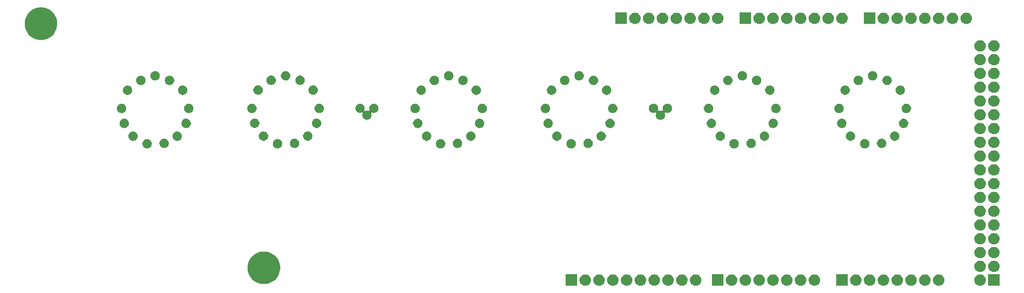
<source format=gbr>
G04 #@! TF.GenerationSoftware,KiCad,Pcbnew,(5.0.2)-1*
G04 #@! TF.CreationDate,2019-03-22T14:40:18+01:00*
G04 #@! TF.ProjectId,NixieClock01A,4e697869-6543-46c6-9f63-6b3031412e6b,rev?*
G04 #@! TF.SameCoordinates,Original*
G04 #@! TF.FileFunction,Soldermask,Bot*
G04 #@! TF.FilePolarity,Negative*
%FSLAX46Y46*%
G04 Gerber Fmt 4.6, Leading zero omitted, Abs format (unit mm)*
G04 Created by KiCad (PCBNEW (5.0.2)-1) date 03/22/19 14:40:18*
%MOMM*%
%LPD*%
G01*
G04 APERTURE LIST*
%ADD10C,0.100000*%
G04 APERTURE END LIST*
D10*
G36*
X235896907Y-154227796D02*
X235974036Y-154235393D01*
X236105987Y-154275420D01*
X236171963Y-154295433D01*
X236354372Y-154392933D01*
X236514254Y-154524146D01*
X236645467Y-154684028D01*
X236742967Y-154866437D01*
X236742967Y-154866438D01*
X236803007Y-155064364D01*
X236823280Y-155270200D01*
X236803007Y-155476036D01*
X236762980Y-155607987D01*
X236742967Y-155673963D01*
X236645467Y-155856372D01*
X236514254Y-156016254D01*
X236354372Y-156147467D01*
X236171963Y-156244967D01*
X236105987Y-156264980D01*
X235974036Y-156305007D01*
X235896907Y-156312604D01*
X235819780Y-156320200D01*
X235716620Y-156320200D01*
X235639493Y-156312604D01*
X235562364Y-156305007D01*
X235430413Y-156264980D01*
X235364437Y-156244967D01*
X235182028Y-156147467D01*
X235022146Y-156016254D01*
X234890933Y-155856372D01*
X234793433Y-155673963D01*
X234773420Y-155607987D01*
X234733393Y-155476036D01*
X234713120Y-155270200D01*
X234733393Y-155064364D01*
X234793433Y-154866438D01*
X234793433Y-154866437D01*
X234890933Y-154684028D01*
X235022146Y-154524146D01*
X235182028Y-154392933D01*
X235364437Y-154295433D01*
X235430413Y-154275420D01*
X235562364Y-154235393D01*
X235639493Y-154227796D01*
X235716620Y-154220200D01*
X235819780Y-154220200D01*
X235896907Y-154227796D01*
X235896907Y-154227796D01*
G37*
G36*
X192716907Y-154227796D02*
X192794036Y-154235393D01*
X192925987Y-154275420D01*
X192991963Y-154295433D01*
X193174372Y-154392933D01*
X193334254Y-154524146D01*
X193465467Y-154684028D01*
X193562967Y-154866437D01*
X193562967Y-154866438D01*
X193623007Y-155064364D01*
X193643280Y-155270200D01*
X193623007Y-155476036D01*
X193582980Y-155607987D01*
X193562967Y-155673963D01*
X193465467Y-155856372D01*
X193334254Y-156016254D01*
X193174372Y-156147467D01*
X192991963Y-156244967D01*
X192925987Y-156264980D01*
X192794036Y-156305007D01*
X192716907Y-156312604D01*
X192639780Y-156320200D01*
X192536620Y-156320200D01*
X192459493Y-156312604D01*
X192382364Y-156305007D01*
X192250413Y-156264980D01*
X192184437Y-156244967D01*
X192002028Y-156147467D01*
X191842146Y-156016254D01*
X191710933Y-155856372D01*
X191613433Y-155673963D01*
X191593420Y-155607987D01*
X191553393Y-155476036D01*
X191533120Y-155270200D01*
X191553393Y-155064364D01*
X191613433Y-154866438D01*
X191613433Y-154866437D01*
X191710933Y-154684028D01*
X191842146Y-154524146D01*
X192002028Y-154392933D01*
X192184437Y-154295433D01*
X192250413Y-154275420D01*
X192382364Y-154235393D01*
X192459493Y-154227796D01*
X192536620Y-154220200D01*
X192639780Y-154220200D01*
X192716907Y-154227796D01*
X192716907Y-154227796D01*
G37*
G36*
X211418200Y-156320200D02*
X209318200Y-156320200D01*
X209318200Y-154220200D01*
X211418200Y-154220200D01*
X211418200Y-156320200D01*
X211418200Y-156320200D01*
G37*
G36*
X213036907Y-154227796D02*
X213114036Y-154235393D01*
X213245987Y-154275420D01*
X213311963Y-154295433D01*
X213494372Y-154392933D01*
X213654254Y-154524146D01*
X213785467Y-154684028D01*
X213882967Y-154866437D01*
X213882967Y-154866438D01*
X213943007Y-155064364D01*
X213963280Y-155270200D01*
X213943007Y-155476036D01*
X213902980Y-155607987D01*
X213882967Y-155673963D01*
X213785467Y-155856372D01*
X213654254Y-156016254D01*
X213494372Y-156147467D01*
X213311963Y-156244967D01*
X213245987Y-156264980D01*
X213114036Y-156305007D01*
X213036907Y-156312604D01*
X212959780Y-156320200D01*
X212856620Y-156320200D01*
X212779493Y-156312604D01*
X212702364Y-156305007D01*
X212570413Y-156264980D01*
X212504437Y-156244967D01*
X212322028Y-156147467D01*
X212162146Y-156016254D01*
X212030933Y-155856372D01*
X211933433Y-155673963D01*
X211913420Y-155607987D01*
X211873393Y-155476036D01*
X211853120Y-155270200D01*
X211873393Y-155064364D01*
X211933433Y-154866438D01*
X211933433Y-154866437D01*
X212030933Y-154684028D01*
X212162146Y-154524146D01*
X212322028Y-154392933D01*
X212504437Y-154295433D01*
X212570413Y-154275420D01*
X212702364Y-154235393D01*
X212779493Y-154227796D01*
X212856620Y-154220200D01*
X212959780Y-154220200D01*
X213036907Y-154227796D01*
X213036907Y-154227796D01*
G37*
G36*
X215576907Y-154227796D02*
X215654036Y-154235393D01*
X215785987Y-154275420D01*
X215851963Y-154295433D01*
X216034372Y-154392933D01*
X216194254Y-154524146D01*
X216325467Y-154684028D01*
X216422967Y-154866437D01*
X216422967Y-154866438D01*
X216483007Y-155064364D01*
X216503280Y-155270200D01*
X216483007Y-155476036D01*
X216442980Y-155607987D01*
X216422967Y-155673963D01*
X216325467Y-155856372D01*
X216194254Y-156016254D01*
X216034372Y-156147467D01*
X215851963Y-156244967D01*
X215785987Y-156264980D01*
X215654036Y-156305007D01*
X215576907Y-156312604D01*
X215499780Y-156320200D01*
X215396620Y-156320200D01*
X215319493Y-156312604D01*
X215242364Y-156305007D01*
X215110413Y-156264980D01*
X215044437Y-156244967D01*
X214862028Y-156147467D01*
X214702146Y-156016254D01*
X214570933Y-155856372D01*
X214473433Y-155673963D01*
X214453420Y-155607987D01*
X214413393Y-155476036D01*
X214393120Y-155270200D01*
X214413393Y-155064364D01*
X214473433Y-154866438D01*
X214473433Y-154866437D01*
X214570933Y-154684028D01*
X214702146Y-154524146D01*
X214862028Y-154392933D01*
X215044437Y-154295433D01*
X215110413Y-154275420D01*
X215242364Y-154235393D01*
X215319493Y-154227796D01*
X215396620Y-154220200D01*
X215499780Y-154220200D01*
X215576907Y-154227796D01*
X215576907Y-154227796D01*
G37*
G36*
X218116907Y-154227796D02*
X218194036Y-154235393D01*
X218325987Y-154275420D01*
X218391963Y-154295433D01*
X218574372Y-154392933D01*
X218734254Y-154524146D01*
X218865467Y-154684028D01*
X218962967Y-154866437D01*
X218962967Y-154866438D01*
X219023007Y-155064364D01*
X219043280Y-155270200D01*
X219023007Y-155476036D01*
X218982980Y-155607987D01*
X218962967Y-155673963D01*
X218865467Y-155856372D01*
X218734254Y-156016254D01*
X218574372Y-156147467D01*
X218391963Y-156244967D01*
X218325987Y-156264980D01*
X218194036Y-156305007D01*
X218116907Y-156312604D01*
X218039780Y-156320200D01*
X217936620Y-156320200D01*
X217859493Y-156312604D01*
X217782364Y-156305007D01*
X217650413Y-156264980D01*
X217584437Y-156244967D01*
X217402028Y-156147467D01*
X217242146Y-156016254D01*
X217110933Y-155856372D01*
X217013433Y-155673963D01*
X216993420Y-155607987D01*
X216953393Y-155476036D01*
X216933120Y-155270200D01*
X216953393Y-155064364D01*
X217013433Y-154866438D01*
X217013433Y-154866437D01*
X217110933Y-154684028D01*
X217242146Y-154524146D01*
X217402028Y-154392933D01*
X217584437Y-154295433D01*
X217650413Y-154275420D01*
X217782364Y-154235393D01*
X217859493Y-154227796D01*
X217936620Y-154220200D01*
X218039780Y-154220200D01*
X218116907Y-154227796D01*
X218116907Y-154227796D01*
G37*
G36*
X220656907Y-154227796D02*
X220734036Y-154235393D01*
X220865987Y-154275420D01*
X220931963Y-154295433D01*
X221114372Y-154392933D01*
X221274254Y-154524146D01*
X221405467Y-154684028D01*
X221502967Y-154866437D01*
X221502967Y-154866438D01*
X221563007Y-155064364D01*
X221583280Y-155270200D01*
X221563007Y-155476036D01*
X221522980Y-155607987D01*
X221502967Y-155673963D01*
X221405467Y-155856372D01*
X221274254Y-156016254D01*
X221114372Y-156147467D01*
X220931963Y-156244967D01*
X220865987Y-156264980D01*
X220734036Y-156305007D01*
X220656907Y-156312604D01*
X220579780Y-156320200D01*
X220476620Y-156320200D01*
X220399493Y-156312604D01*
X220322364Y-156305007D01*
X220190413Y-156264980D01*
X220124437Y-156244967D01*
X219942028Y-156147467D01*
X219782146Y-156016254D01*
X219650933Y-155856372D01*
X219553433Y-155673963D01*
X219533420Y-155607987D01*
X219493393Y-155476036D01*
X219473120Y-155270200D01*
X219493393Y-155064364D01*
X219553433Y-154866438D01*
X219553433Y-154866437D01*
X219650933Y-154684028D01*
X219782146Y-154524146D01*
X219942028Y-154392933D01*
X220124437Y-154295433D01*
X220190413Y-154275420D01*
X220322364Y-154235393D01*
X220399493Y-154227796D01*
X220476620Y-154220200D01*
X220579780Y-154220200D01*
X220656907Y-154227796D01*
X220656907Y-154227796D01*
G37*
G36*
X223196907Y-154227796D02*
X223274036Y-154235393D01*
X223405987Y-154275420D01*
X223471963Y-154295433D01*
X223654372Y-154392933D01*
X223814254Y-154524146D01*
X223945467Y-154684028D01*
X224042967Y-154866437D01*
X224042967Y-154866438D01*
X224103007Y-155064364D01*
X224123280Y-155270200D01*
X224103007Y-155476036D01*
X224062980Y-155607987D01*
X224042967Y-155673963D01*
X223945467Y-155856372D01*
X223814254Y-156016254D01*
X223654372Y-156147467D01*
X223471963Y-156244967D01*
X223405987Y-156264980D01*
X223274036Y-156305007D01*
X223196907Y-156312604D01*
X223119780Y-156320200D01*
X223016620Y-156320200D01*
X222939493Y-156312604D01*
X222862364Y-156305007D01*
X222730413Y-156264980D01*
X222664437Y-156244967D01*
X222482028Y-156147467D01*
X222322146Y-156016254D01*
X222190933Y-155856372D01*
X222093433Y-155673963D01*
X222073420Y-155607987D01*
X222033393Y-155476036D01*
X222013120Y-155270200D01*
X222033393Y-155064364D01*
X222093433Y-154866438D01*
X222093433Y-154866437D01*
X222190933Y-154684028D01*
X222322146Y-154524146D01*
X222482028Y-154392933D01*
X222664437Y-154295433D01*
X222730413Y-154275420D01*
X222862364Y-154235393D01*
X222939493Y-154227796D01*
X223016620Y-154220200D01*
X223119780Y-154220200D01*
X223196907Y-154227796D01*
X223196907Y-154227796D01*
G37*
G36*
X225736907Y-154227796D02*
X225814036Y-154235393D01*
X225945987Y-154275420D01*
X226011963Y-154295433D01*
X226194372Y-154392933D01*
X226354254Y-154524146D01*
X226485467Y-154684028D01*
X226582967Y-154866437D01*
X226582967Y-154866438D01*
X226643007Y-155064364D01*
X226663280Y-155270200D01*
X226643007Y-155476036D01*
X226602980Y-155607987D01*
X226582967Y-155673963D01*
X226485467Y-155856372D01*
X226354254Y-156016254D01*
X226194372Y-156147467D01*
X226011963Y-156244967D01*
X225945987Y-156264980D01*
X225814036Y-156305007D01*
X225736907Y-156312604D01*
X225659780Y-156320200D01*
X225556620Y-156320200D01*
X225479493Y-156312604D01*
X225402364Y-156305007D01*
X225270413Y-156264980D01*
X225204437Y-156244967D01*
X225022028Y-156147467D01*
X224862146Y-156016254D01*
X224730933Y-155856372D01*
X224633433Y-155673963D01*
X224613420Y-155607987D01*
X224573393Y-155476036D01*
X224553120Y-155270200D01*
X224573393Y-155064364D01*
X224633433Y-154866438D01*
X224633433Y-154866437D01*
X224730933Y-154684028D01*
X224862146Y-154524146D01*
X225022028Y-154392933D01*
X225204437Y-154295433D01*
X225270413Y-154275420D01*
X225402364Y-154235393D01*
X225479493Y-154227796D01*
X225556620Y-154220200D01*
X225659780Y-154220200D01*
X225736907Y-154227796D01*
X225736907Y-154227796D01*
G37*
G36*
X228276907Y-154227796D02*
X228354036Y-154235393D01*
X228485987Y-154275420D01*
X228551963Y-154295433D01*
X228734372Y-154392933D01*
X228894254Y-154524146D01*
X229025467Y-154684028D01*
X229122967Y-154866437D01*
X229122967Y-154866438D01*
X229183007Y-155064364D01*
X229203280Y-155270200D01*
X229183007Y-155476036D01*
X229142980Y-155607987D01*
X229122967Y-155673963D01*
X229025467Y-155856372D01*
X228894254Y-156016254D01*
X228734372Y-156147467D01*
X228551963Y-156244967D01*
X228485987Y-156264980D01*
X228354036Y-156305007D01*
X228276907Y-156312604D01*
X228199780Y-156320200D01*
X228096620Y-156320200D01*
X228019493Y-156312604D01*
X227942364Y-156305007D01*
X227810413Y-156264980D01*
X227744437Y-156244967D01*
X227562028Y-156147467D01*
X227402146Y-156016254D01*
X227270933Y-155856372D01*
X227173433Y-155673963D01*
X227153420Y-155607987D01*
X227113393Y-155476036D01*
X227093120Y-155270200D01*
X227113393Y-155064364D01*
X227173433Y-154866438D01*
X227173433Y-154866437D01*
X227270933Y-154684028D01*
X227402146Y-154524146D01*
X227562028Y-154392933D01*
X227744437Y-154295433D01*
X227810413Y-154275420D01*
X227942364Y-154235393D01*
X228019493Y-154227796D01*
X228096620Y-154220200D01*
X228199780Y-154220200D01*
X228276907Y-154227796D01*
X228276907Y-154227796D01*
G37*
G36*
X205416907Y-154227796D02*
X205494036Y-154235393D01*
X205625987Y-154275420D01*
X205691963Y-154295433D01*
X205874372Y-154392933D01*
X206034254Y-154524146D01*
X206165467Y-154684028D01*
X206262967Y-154866437D01*
X206262967Y-154866438D01*
X206323007Y-155064364D01*
X206343280Y-155270200D01*
X206323007Y-155476036D01*
X206282980Y-155607987D01*
X206262967Y-155673963D01*
X206165467Y-155856372D01*
X206034254Y-156016254D01*
X205874372Y-156147467D01*
X205691963Y-156244967D01*
X205625987Y-156264980D01*
X205494036Y-156305007D01*
X205416907Y-156312604D01*
X205339780Y-156320200D01*
X205236620Y-156320200D01*
X205159493Y-156312604D01*
X205082364Y-156305007D01*
X204950413Y-156264980D01*
X204884437Y-156244967D01*
X204702028Y-156147467D01*
X204542146Y-156016254D01*
X204410933Y-155856372D01*
X204313433Y-155673963D01*
X204293420Y-155607987D01*
X204253393Y-155476036D01*
X204233120Y-155270200D01*
X204253393Y-155064364D01*
X204313433Y-154866438D01*
X204313433Y-154866437D01*
X204410933Y-154684028D01*
X204542146Y-154524146D01*
X204702028Y-154392933D01*
X204884437Y-154295433D01*
X204950413Y-154275420D01*
X205082364Y-154235393D01*
X205159493Y-154227796D01*
X205236620Y-154220200D01*
X205339780Y-154220200D01*
X205416907Y-154227796D01*
X205416907Y-154227796D01*
G37*
G36*
X202876907Y-154227796D02*
X202954036Y-154235393D01*
X203085987Y-154275420D01*
X203151963Y-154295433D01*
X203334372Y-154392933D01*
X203494254Y-154524146D01*
X203625467Y-154684028D01*
X203722967Y-154866437D01*
X203722967Y-154866438D01*
X203783007Y-155064364D01*
X203803280Y-155270200D01*
X203783007Y-155476036D01*
X203742980Y-155607987D01*
X203722967Y-155673963D01*
X203625467Y-155856372D01*
X203494254Y-156016254D01*
X203334372Y-156147467D01*
X203151963Y-156244967D01*
X203085987Y-156264980D01*
X202954036Y-156305007D01*
X202876907Y-156312604D01*
X202799780Y-156320200D01*
X202696620Y-156320200D01*
X202619493Y-156312604D01*
X202542364Y-156305007D01*
X202410413Y-156264980D01*
X202344437Y-156244967D01*
X202162028Y-156147467D01*
X202002146Y-156016254D01*
X201870933Y-155856372D01*
X201773433Y-155673963D01*
X201753420Y-155607987D01*
X201713393Y-155476036D01*
X201693120Y-155270200D01*
X201713393Y-155064364D01*
X201773433Y-154866438D01*
X201773433Y-154866437D01*
X201870933Y-154684028D01*
X202002146Y-154524146D01*
X202162028Y-154392933D01*
X202344437Y-154295433D01*
X202410413Y-154275420D01*
X202542364Y-154235393D01*
X202619493Y-154227796D01*
X202696620Y-154220200D01*
X202799780Y-154220200D01*
X202876907Y-154227796D01*
X202876907Y-154227796D01*
G37*
G36*
X200336907Y-154227796D02*
X200414036Y-154235393D01*
X200545987Y-154275420D01*
X200611963Y-154295433D01*
X200794372Y-154392933D01*
X200954254Y-154524146D01*
X201085467Y-154684028D01*
X201182967Y-154866437D01*
X201182967Y-154866438D01*
X201243007Y-155064364D01*
X201263280Y-155270200D01*
X201243007Y-155476036D01*
X201202980Y-155607987D01*
X201182967Y-155673963D01*
X201085467Y-155856372D01*
X200954254Y-156016254D01*
X200794372Y-156147467D01*
X200611963Y-156244967D01*
X200545987Y-156264980D01*
X200414036Y-156305007D01*
X200336907Y-156312604D01*
X200259780Y-156320200D01*
X200156620Y-156320200D01*
X200079493Y-156312604D01*
X200002364Y-156305007D01*
X199870413Y-156264980D01*
X199804437Y-156244967D01*
X199622028Y-156147467D01*
X199462146Y-156016254D01*
X199330933Y-155856372D01*
X199233433Y-155673963D01*
X199213420Y-155607987D01*
X199173393Y-155476036D01*
X199153120Y-155270200D01*
X199173393Y-155064364D01*
X199233433Y-154866438D01*
X199233433Y-154866437D01*
X199330933Y-154684028D01*
X199462146Y-154524146D01*
X199622028Y-154392933D01*
X199804437Y-154295433D01*
X199870413Y-154275420D01*
X200002364Y-154235393D01*
X200079493Y-154227796D01*
X200156620Y-154220200D01*
X200259780Y-154220200D01*
X200336907Y-154227796D01*
X200336907Y-154227796D01*
G37*
G36*
X197796907Y-154227796D02*
X197874036Y-154235393D01*
X198005987Y-154275420D01*
X198071963Y-154295433D01*
X198254372Y-154392933D01*
X198414254Y-154524146D01*
X198545467Y-154684028D01*
X198642967Y-154866437D01*
X198642967Y-154866438D01*
X198703007Y-155064364D01*
X198723280Y-155270200D01*
X198703007Y-155476036D01*
X198662980Y-155607987D01*
X198642967Y-155673963D01*
X198545467Y-155856372D01*
X198414254Y-156016254D01*
X198254372Y-156147467D01*
X198071963Y-156244967D01*
X198005987Y-156264980D01*
X197874036Y-156305007D01*
X197796907Y-156312604D01*
X197719780Y-156320200D01*
X197616620Y-156320200D01*
X197539493Y-156312604D01*
X197462364Y-156305007D01*
X197330413Y-156264980D01*
X197264437Y-156244967D01*
X197082028Y-156147467D01*
X196922146Y-156016254D01*
X196790933Y-155856372D01*
X196693433Y-155673963D01*
X196673420Y-155607987D01*
X196633393Y-155476036D01*
X196613120Y-155270200D01*
X196633393Y-155064364D01*
X196693433Y-154866438D01*
X196693433Y-154866437D01*
X196790933Y-154684028D01*
X196922146Y-154524146D01*
X197082028Y-154392933D01*
X197264437Y-154295433D01*
X197330413Y-154275420D01*
X197462364Y-154235393D01*
X197539493Y-154227796D01*
X197616620Y-154220200D01*
X197719780Y-154220200D01*
X197796907Y-154227796D01*
X197796907Y-154227796D01*
G37*
G36*
X195256907Y-154227796D02*
X195334036Y-154235393D01*
X195465987Y-154275420D01*
X195531963Y-154295433D01*
X195714372Y-154392933D01*
X195874254Y-154524146D01*
X196005467Y-154684028D01*
X196102967Y-154866437D01*
X196102967Y-154866438D01*
X196163007Y-155064364D01*
X196183280Y-155270200D01*
X196163007Y-155476036D01*
X196122980Y-155607987D01*
X196102967Y-155673963D01*
X196005467Y-155856372D01*
X195874254Y-156016254D01*
X195714372Y-156147467D01*
X195531963Y-156244967D01*
X195465987Y-156264980D01*
X195334036Y-156305007D01*
X195256907Y-156312604D01*
X195179780Y-156320200D01*
X195076620Y-156320200D01*
X194999493Y-156312604D01*
X194922364Y-156305007D01*
X194790413Y-156264980D01*
X194724437Y-156244967D01*
X194542028Y-156147467D01*
X194382146Y-156016254D01*
X194250933Y-155856372D01*
X194153433Y-155673963D01*
X194133420Y-155607987D01*
X194093393Y-155476036D01*
X194073120Y-155270200D01*
X194093393Y-155064364D01*
X194153433Y-154866438D01*
X194153433Y-154866437D01*
X194250933Y-154684028D01*
X194382146Y-154524146D01*
X194542028Y-154392933D01*
X194724437Y-154295433D01*
X194790413Y-154275420D01*
X194922364Y-154235393D01*
X194999493Y-154227796D01*
X195076620Y-154220200D01*
X195179780Y-154220200D01*
X195256907Y-154227796D01*
X195256907Y-154227796D01*
G37*
G36*
X188558200Y-156320200D02*
X186458200Y-156320200D01*
X186458200Y-154220200D01*
X188558200Y-154220200D01*
X188558200Y-156320200D01*
X188558200Y-156320200D01*
G37*
G36*
X190176907Y-154227796D02*
X190254036Y-154235393D01*
X190385987Y-154275420D01*
X190451963Y-154295433D01*
X190634372Y-154392933D01*
X190794254Y-154524146D01*
X190925467Y-154684028D01*
X191022967Y-154866437D01*
X191022967Y-154866438D01*
X191083007Y-155064364D01*
X191103280Y-155270200D01*
X191083007Y-155476036D01*
X191042980Y-155607987D01*
X191022967Y-155673963D01*
X190925467Y-155856372D01*
X190794254Y-156016254D01*
X190634372Y-156147467D01*
X190451963Y-156244967D01*
X190385987Y-156264980D01*
X190254036Y-156305007D01*
X190176907Y-156312604D01*
X190099780Y-156320200D01*
X189996620Y-156320200D01*
X189919493Y-156312604D01*
X189842364Y-156305007D01*
X189710413Y-156264980D01*
X189644437Y-156244967D01*
X189462028Y-156147467D01*
X189302146Y-156016254D01*
X189170933Y-155856372D01*
X189073433Y-155673963D01*
X189053420Y-155607987D01*
X189013393Y-155476036D01*
X188993120Y-155270200D01*
X189013393Y-155064364D01*
X189073433Y-154866438D01*
X189073433Y-154866437D01*
X189170933Y-154684028D01*
X189302146Y-154524146D01*
X189462028Y-154392933D01*
X189644437Y-154295433D01*
X189710413Y-154275420D01*
X189842364Y-154235393D01*
X189919493Y-154227796D01*
X189996620Y-154220200D01*
X190099780Y-154220200D01*
X190176907Y-154227796D01*
X190176907Y-154227796D01*
G37*
G36*
X239358200Y-156320200D02*
X237258200Y-156320200D01*
X237258200Y-154220200D01*
X239358200Y-154220200D01*
X239358200Y-156320200D01*
X239358200Y-156320200D01*
G37*
G36*
X161634200Y-156320200D02*
X159534200Y-156320200D01*
X159534200Y-154220200D01*
X161634200Y-154220200D01*
X161634200Y-156320200D01*
X161634200Y-156320200D01*
G37*
G36*
X163252907Y-154227796D02*
X163330036Y-154235393D01*
X163461987Y-154275420D01*
X163527963Y-154295433D01*
X163710372Y-154392933D01*
X163870254Y-154524146D01*
X164001467Y-154684028D01*
X164098967Y-154866437D01*
X164098967Y-154866438D01*
X164159007Y-155064364D01*
X164179280Y-155270200D01*
X164159007Y-155476036D01*
X164118980Y-155607987D01*
X164098967Y-155673963D01*
X164001467Y-155856372D01*
X163870254Y-156016254D01*
X163710372Y-156147467D01*
X163527963Y-156244967D01*
X163461987Y-156264980D01*
X163330036Y-156305007D01*
X163252907Y-156312604D01*
X163175780Y-156320200D01*
X163072620Y-156320200D01*
X162995493Y-156312604D01*
X162918364Y-156305007D01*
X162786413Y-156264980D01*
X162720437Y-156244967D01*
X162538028Y-156147467D01*
X162378146Y-156016254D01*
X162246933Y-155856372D01*
X162149433Y-155673963D01*
X162129420Y-155607987D01*
X162089393Y-155476036D01*
X162069120Y-155270200D01*
X162089393Y-155064364D01*
X162149433Y-154866438D01*
X162149433Y-154866437D01*
X162246933Y-154684028D01*
X162378146Y-154524146D01*
X162538028Y-154392933D01*
X162720437Y-154295433D01*
X162786413Y-154275420D01*
X162918364Y-154235393D01*
X162995493Y-154227796D01*
X163072620Y-154220200D01*
X163175780Y-154220200D01*
X163252907Y-154227796D01*
X163252907Y-154227796D01*
G37*
G36*
X165792907Y-154227796D02*
X165870036Y-154235393D01*
X166001987Y-154275420D01*
X166067963Y-154295433D01*
X166250372Y-154392933D01*
X166410254Y-154524146D01*
X166541467Y-154684028D01*
X166638967Y-154866437D01*
X166638967Y-154866438D01*
X166699007Y-155064364D01*
X166719280Y-155270200D01*
X166699007Y-155476036D01*
X166658980Y-155607987D01*
X166638967Y-155673963D01*
X166541467Y-155856372D01*
X166410254Y-156016254D01*
X166250372Y-156147467D01*
X166067963Y-156244967D01*
X166001987Y-156264980D01*
X165870036Y-156305007D01*
X165792907Y-156312604D01*
X165715780Y-156320200D01*
X165612620Y-156320200D01*
X165535493Y-156312604D01*
X165458364Y-156305007D01*
X165326413Y-156264980D01*
X165260437Y-156244967D01*
X165078028Y-156147467D01*
X164918146Y-156016254D01*
X164786933Y-155856372D01*
X164689433Y-155673963D01*
X164669420Y-155607987D01*
X164629393Y-155476036D01*
X164609120Y-155270200D01*
X164629393Y-155064364D01*
X164689433Y-154866438D01*
X164689433Y-154866437D01*
X164786933Y-154684028D01*
X164918146Y-154524146D01*
X165078028Y-154392933D01*
X165260437Y-154295433D01*
X165326413Y-154275420D01*
X165458364Y-154235393D01*
X165535493Y-154227796D01*
X165612620Y-154220200D01*
X165715780Y-154220200D01*
X165792907Y-154227796D01*
X165792907Y-154227796D01*
G37*
G36*
X168332907Y-154227796D02*
X168410036Y-154235393D01*
X168541987Y-154275420D01*
X168607963Y-154295433D01*
X168790372Y-154392933D01*
X168950254Y-154524146D01*
X169081467Y-154684028D01*
X169178967Y-154866437D01*
X169178967Y-154866438D01*
X169239007Y-155064364D01*
X169259280Y-155270200D01*
X169239007Y-155476036D01*
X169198980Y-155607987D01*
X169178967Y-155673963D01*
X169081467Y-155856372D01*
X168950254Y-156016254D01*
X168790372Y-156147467D01*
X168607963Y-156244967D01*
X168541987Y-156264980D01*
X168410036Y-156305007D01*
X168332907Y-156312604D01*
X168255780Y-156320200D01*
X168152620Y-156320200D01*
X168075493Y-156312604D01*
X167998364Y-156305007D01*
X167866413Y-156264980D01*
X167800437Y-156244967D01*
X167618028Y-156147467D01*
X167458146Y-156016254D01*
X167326933Y-155856372D01*
X167229433Y-155673963D01*
X167209420Y-155607987D01*
X167169393Y-155476036D01*
X167149120Y-155270200D01*
X167169393Y-155064364D01*
X167229433Y-154866438D01*
X167229433Y-154866437D01*
X167326933Y-154684028D01*
X167458146Y-154524146D01*
X167618028Y-154392933D01*
X167800437Y-154295433D01*
X167866413Y-154275420D01*
X167998364Y-154235393D01*
X168075493Y-154227796D01*
X168152620Y-154220200D01*
X168255780Y-154220200D01*
X168332907Y-154227796D01*
X168332907Y-154227796D01*
G37*
G36*
X173412907Y-154227796D02*
X173490036Y-154235393D01*
X173621987Y-154275420D01*
X173687963Y-154295433D01*
X173870372Y-154392933D01*
X174030254Y-154524146D01*
X174161467Y-154684028D01*
X174258967Y-154866437D01*
X174258967Y-154866438D01*
X174319007Y-155064364D01*
X174339280Y-155270200D01*
X174319007Y-155476036D01*
X174278980Y-155607987D01*
X174258967Y-155673963D01*
X174161467Y-155856372D01*
X174030254Y-156016254D01*
X173870372Y-156147467D01*
X173687963Y-156244967D01*
X173621987Y-156264980D01*
X173490036Y-156305007D01*
X173412907Y-156312604D01*
X173335780Y-156320200D01*
X173232620Y-156320200D01*
X173155493Y-156312604D01*
X173078364Y-156305007D01*
X172946413Y-156264980D01*
X172880437Y-156244967D01*
X172698028Y-156147467D01*
X172538146Y-156016254D01*
X172406933Y-155856372D01*
X172309433Y-155673963D01*
X172289420Y-155607987D01*
X172249393Y-155476036D01*
X172229120Y-155270200D01*
X172249393Y-155064364D01*
X172309433Y-154866438D01*
X172309433Y-154866437D01*
X172406933Y-154684028D01*
X172538146Y-154524146D01*
X172698028Y-154392933D01*
X172880437Y-154295433D01*
X172946413Y-154275420D01*
X173078364Y-154235393D01*
X173155493Y-154227796D01*
X173232620Y-154220200D01*
X173335780Y-154220200D01*
X173412907Y-154227796D01*
X173412907Y-154227796D01*
G37*
G36*
X175952907Y-154227796D02*
X176030036Y-154235393D01*
X176161987Y-154275420D01*
X176227963Y-154295433D01*
X176410372Y-154392933D01*
X176570254Y-154524146D01*
X176701467Y-154684028D01*
X176798967Y-154866437D01*
X176798967Y-154866438D01*
X176859007Y-155064364D01*
X176879280Y-155270200D01*
X176859007Y-155476036D01*
X176818980Y-155607987D01*
X176798967Y-155673963D01*
X176701467Y-155856372D01*
X176570254Y-156016254D01*
X176410372Y-156147467D01*
X176227963Y-156244967D01*
X176161987Y-156264980D01*
X176030036Y-156305007D01*
X175952907Y-156312604D01*
X175875780Y-156320200D01*
X175772620Y-156320200D01*
X175695493Y-156312604D01*
X175618364Y-156305007D01*
X175486413Y-156264980D01*
X175420437Y-156244967D01*
X175238028Y-156147467D01*
X175078146Y-156016254D01*
X174946933Y-155856372D01*
X174849433Y-155673963D01*
X174829420Y-155607987D01*
X174789393Y-155476036D01*
X174769120Y-155270200D01*
X174789393Y-155064364D01*
X174849433Y-154866438D01*
X174849433Y-154866437D01*
X174946933Y-154684028D01*
X175078146Y-154524146D01*
X175238028Y-154392933D01*
X175420437Y-154295433D01*
X175486413Y-154275420D01*
X175618364Y-154235393D01*
X175695493Y-154227796D01*
X175772620Y-154220200D01*
X175875780Y-154220200D01*
X175952907Y-154227796D01*
X175952907Y-154227796D01*
G37*
G36*
X178492907Y-154227796D02*
X178570036Y-154235393D01*
X178701987Y-154275420D01*
X178767963Y-154295433D01*
X178950372Y-154392933D01*
X179110254Y-154524146D01*
X179241467Y-154684028D01*
X179338967Y-154866437D01*
X179338967Y-154866438D01*
X179399007Y-155064364D01*
X179419280Y-155270200D01*
X179399007Y-155476036D01*
X179358980Y-155607987D01*
X179338967Y-155673963D01*
X179241467Y-155856372D01*
X179110254Y-156016254D01*
X178950372Y-156147467D01*
X178767963Y-156244967D01*
X178701987Y-156264980D01*
X178570036Y-156305007D01*
X178492907Y-156312604D01*
X178415780Y-156320200D01*
X178312620Y-156320200D01*
X178235493Y-156312604D01*
X178158364Y-156305007D01*
X178026413Y-156264980D01*
X177960437Y-156244967D01*
X177778028Y-156147467D01*
X177618146Y-156016254D01*
X177486933Y-155856372D01*
X177389433Y-155673963D01*
X177369420Y-155607987D01*
X177329393Y-155476036D01*
X177309120Y-155270200D01*
X177329393Y-155064364D01*
X177389433Y-154866438D01*
X177389433Y-154866437D01*
X177486933Y-154684028D01*
X177618146Y-154524146D01*
X177778028Y-154392933D01*
X177960437Y-154295433D01*
X178026413Y-154275420D01*
X178158364Y-154235393D01*
X178235493Y-154227796D01*
X178312620Y-154220200D01*
X178415780Y-154220200D01*
X178492907Y-154227796D01*
X178492907Y-154227796D01*
G37*
G36*
X181032907Y-154227796D02*
X181110036Y-154235393D01*
X181241987Y-154275420D01*
X181307963Y-154295433D01*
X181490372Y-154392933D01*
X181650254Y-154524146D01*
X181781467Y-154684028D01*
X181878967Y-154866437D01*
X181878967Y-154866438D01*
X181939007Y-155064364D01*
X181959280Y-155270200D01*
X181939007Y-155476036D01*
X181898980Y-155607987D01*
X181878967Y-155673963D01*
X181781467Y-155856372D01*
X181650254Y-156016254D01*
X181490372Y-156147467D01*
X181307963Y-156244967D01*
X181241987Y-156264980D01*
X181110036Y-156305007D01*
X181032907Y-156312604D01*
X180955780Y-156320200D01*
X180852620Y-156320200D01*
X180775493Y-156312604D01*
X180698364Y-156305007D01*
X180566413Y-156264980D01*
X180500437Y-156244967D01*
X180318028Y-156147467D01*
X180158146Y-156016254D01*
X180026933Y-155856372D01*
X179929433Y-155673963D01*
X179909420Y-155607987D01*
X179869393Y-155476036D01*
X179849120Y-155270200D01*
X179869393Y-155064364D01*
X179929433Y-154866438D01*
X179929433Y-154866437D01*
X180026933Y-154684028D01*
X180158146Y-154524146D01*
X180318028Y-154392933D01*
X180500437Y-154295433D01*
X180566413Y-154275420D01*
X180698364Y-154235393D01*
X180775493Y-154227796D01*
X180852620Y-154220200D01*
X180955780Y-154220200D01*
X181032907Y-154227796D01*
X181032907Y-154227796D01*
G37*
G36*
X183572907Y-154227796D02*
X183650036Y-154235393D01*
X183781987Y-154275420D01*
X183847963Y-154295433D01*
X184030372Y-154392933D01*
X184190254Y-154524146D01*
X184321467Y-154684028D01*
X184418967Y-154866437D01*
X184418967Y-154866438D01*
X184479007Y-155064364D01*
X184499280Y-155270200D01*
X184479007Y-155476036D01*
X184438980Y-155607987D01*
X184418967Y-155673963D01*
X184321467Y-155856372D01*
X184190254Y-156016254D01*
X184030372Y-156147467D01*
X183847963Y-156244967D01*
X183781987Y-156264980D01*
X183650036Y-156305007D01*
X183572907Y-156312604D01*
X183495780Y-156320200D01*
X183392620Y-156320200D01*
X183315493Y-156312604D01*
X183238364Y-156305007D01*
X183106413Y-156264980D01*
X183040437Y-156244967D01*
X182858028Y-156147467D01*
X182698146Y-156016254D01*
X182566933Y-155856372D01*
X182469433Y-155673963D01*
X182449420Y-155607987D01*
X182409393Y-155476036D01*
X182389120Y-155270200D01*
X182409393Y-155064364D01*
X182469433Y-154866438D01*
X182469433Y-154866437D01*
X182566933Y-154684028D01*
X182698146Y-154524146D01*
X182858028Y-154392933D01*
X183040437Y-154295433D01*
X183106413Y-154275420D01*
X183238364Y-154235393D01*
X183315493Y-154227796D01*
X183392620Y-154220200D01*
X183495780Y-154220200D01*
X183572907Y-154227796D01*
X183572907Y-154227796D01*
G37*
G36*
X170872907Y-154227796D02*
X170950036Y-154235393D01*
X171081987Y-154275420D01*
X171147963Y-154295433D01*
X171330372Y-154392933D01*
X171490254Y-154524146D01*
X171621467Y-154684028D01*
X171718967Y-154866437D01*
X171718967Y-154866438D01*
X171779007Y-155064364D01*
X171799280Y-155270200D01*
X171779007Y-155476036D01*
X171738980Y-155607987D01*
X171718967Y-155673963D01*
X171621467Y-155856372D01*
X171490254Y-156016254D01*
X171330372Y-156147467D01*
X171147963Y-156244967D01*
X171081987Y-156264980D01*
X170950036Y-156305007D01*
X170872907Y-156312604D01*
X170795780Y-156320200D01*
X170692620Y-156320200D01*
X170615493Y-156312604D01*
X170538364Y-156305007D01*
X170406413Y-156264980D01*
X170340437Y-156244967D01*
X170158028Y-156147467D01*
X169998146Y-156016254D01*
X169866933Y-155856372D01*
X169769433Y-155673963D01*
X169749420Y-155607987D01*
X169709393Y-155476036D01*
X169689120Y-155270200D01*
X169709393Y-155064364D01*
X169769433Y-154866438D01*
X169769433Y-154866437D01*
X169866933Y-154684028D01*
X169998146Y-154524146D01*
X170158028Y-154392933D01*
X170340437Y-154295433D01*
X170406413Y-154275420D01*
X170538364Y-154235393D01*
X170615493Y-154227796D01*
X170692620Y-154220200D01*
X170795780Y-154220200D01*
X170872907Y-154227796D01*
X170872907Y-154227796D01*
G37*
G36*
X104681870Y-150076859D02*
X104875068Y-150115288D01*
X105421033Y-150341434D01*
X105798967Y-150593962D01*
X105912392Y-150669750D01*
X106330250Y-151087608D01*
X106330252Y-151087611D01*
X106658566Y-151578967D01*
X106884712Y-152124932D01*
X106923141Y-152318130D01*
X107000000Y-152704524D01*
X107000000Y-153295476D01*
X106964041Y-153476254D01*
X106884712Y-153875068D01*
X106658566Y-154421033D01*
X106332465Y-154909077D01*
X106330250Y-154912392D01*
X105912392Y-155330250D01*
X105912389Y-155330252D01*
X105421033Y-155658566D01*
X104875068Y-155884712D01*
X104681870Y-155923141D01*
X104295476Y-156000000D01*
X103704524Y-156000000D01*
X103318130Y-155923141D01*
X103124932Y-155884712D01*
X102578967Y-155658566D01*
X102087611Y-155330252D01*
X102087608Y-155330250D01*
X101669750Y-154912392D01*
X101667535Y-154909077D01*
X101341434Y-154421033D01*
X101115288Y-153875068D01*
X101035959Y-153476254D01*
X101000000Y-153295476D01*
X101000000Y-152704524D01*
X101076859Y-152318130D01*
X101115288Y-152124932D01*
X101341434Y-151578967D01*
X101669748Y-151087611D01*
X101669750Y-151087608D01*
X102087608Y-150669750D01*
X102201033Y-150593962D01*
X102578967Y-150341434D01*
X103124932Y-150115288D01*
X103318130Y-150076859D01*
X103704524Y-150000000D01*
X104295476Y-150000000D01*
X104681870Y-150076859D01*
X104681870Y-150076859D01*
G37*
G36*
X235896907Y-151687797D02*
X235974036Y-151695393D01*
X236105987Y-151735420D01*
X236171963Y-151755433D01*
X236354372Y-151852933D01*
X236514254Y-151984146D01*
X236645467Y-152144028D01*
X236742967Y-152326437D01*
X236742967Y-152326438D01*
X236803007Y-152524364D01*
X236823280Y-152730200D01*
X236803007Y-152936036D01*
X236762980Y-153067987D01*
X236742967Y-153133963D01*
X236645467Y-153316372D01*
X236514254Y-153476254D01*
X236354372Y-153607467D01*
X236171963Y-153704967D01*
X236105987Y-153724980D01*
X235974036Y-153765007D01*
X235896907Y-153772604D01*
X235819780Y-153780200D01*
X235716620Y-153780200D01*
X235639493Y-153772604D01*
X235562364Y-153765007D01*
X235430413Y-153724980D01*
X235364437Y-153704967D01*
X235182028Y-153607467D01*
X235022146Y-153476254D01*
X234890933Y-153316372D01*
X234793433Y-153133963D01*
X234773420Y-153067987D01*
X234733393Y-152936036D01*
X234713120Y-152730200D01*
X234733393Y-152524364D01*
X234793433Y-152326438D01*
X234793433Y-152326437D01*
X234890933Y-152144028D01*
X235022146Y-151984146D01*
X235182028Y-151852933D01*
X235364437Y-151755433D01*
X235430413Y-151735420D01*
X235562364Y-151695393D01*
X235639493Y-151687797D01*
X235716620Y-151680200D01*
X235819780Y-151680200D01*
X235896907Y-151687797D01*
X235896907Y-151687797D01*
G37*
G36*
X238436907Y-151687797D02*
X238514036Y-151695393D01*
X238645987Y-151735420D01*
X238711963Y-151755433D01*
X238894372Y-151852933D01*
X239054254Y-151984146D01*
X239185467Y-152144028D01*
X239282967Y-152326437D01*
X239282967Y-152326438D01*
X239343007Y-152524364D01*
X239363280Y-152730200D01*
X239343007Y-152936036D01*
X239302980Y-153067987D01*
X239282967Y-153133963D01*
X239185467Y-153316372D01*
X239054254Y-153476254D01*
X238894372Y-153607467D01*
X238711963Y-153704967D01*
X238645987Y-153724980D01*
X238514036Y-153765007D01*
X238436907Y-153772604D01*
X238359780Y-153780200D01*
X238256620Y-153780200D01*
X238179493Y-153772604D01*
X238102364Y-153765007D01*
X237970413Y-153724980D01*
X237904437Y-153704967D01*
X237722028Y-153607467D01*
X237562146Y-153476254D01*
X237430933Y-153316372D01*
X237333433Y-153133963D01*
X237313420Y-153067987D01*
X237273393Y-152936036D01*
X237253120Y-152730200D01*
X237273393Y-152524364D01*
X237333433Y-152326438D01*
X237333433Y-152326437D01*
X237430933Y-152144028D01*
X237562146Y-151984146D01*
X237722028Y-151852933D01*
X237904437Y-151755433D01*
X237970413Y-151735420D01*
X238102364Y-151695393D01*
X238179493Y-151687797D01*
X238256620Y-151680200D01*
X238359780Y-151680200D01*
X238436907Y-151687797D01*
X238436907Y-151687797D01*
G37*
G36*
X238436907Y-149147797D02*
X238514036Y-149155393D01*
X238645987Y-149195420D01*
X238711963Y-149215433D01*
X238894372Y-149312933D01*
X239054254Y-149444146D01*
X239185467Y-149604028D01*
X239282967Y-149786437D01*
X239282967Y-149786438D01*
X239343007Y-149984364D01*
X239363280Y-150190200D01*
X239343007Y-150396036D01*
X239302980Y-150527987D01*
X239282967Y-150593963D01*
X239185467Y-150776372D01*
X239054254Y-150936254D01*
X238894372Y-151067467D01*
X238711963Y-151164967D01*
X238645987Y-151184980D01*
X238514036Y-151225007D01*
X238436907Y-151232603D01*
X238359780Y-151240200D01*
X238256620Y-151240200D01*
X238179493Y-151232603D01*
X238102364Y-151225007D01*
X237970413Y-151184980D01*
X237904437Y-151164967D01*
X237722028Y-151067467D01*
X237562146Y-150936254D01*
X237430933Y-150776372D01*
X237333433Y-150593963D01*
X237313420Y-150527987D01*
X237273393Y-150396036D01*
X237253120Y-150190200D01*
X237273393Y-149984364D01*
X237333433Y-149786438D01*
X237333433Y-149786437D01*
X237430933Y-149604028D01*
X237562146Y-149444146D01*
X237722028Y-149312933D01*
X237904437Y-149215433D01*
X237970413Y-149195420D01*
X238102364Y-149155393D01*
X238179493Y-149147797D01*
X238256620Y-149140200D01*
X238359780Y-149140200D01*
X238436907Y-149147797D01*
X238436907Y-149147797D01*
G37*
G36*
X235896907Y-149147797D02*
X235974036Y-149155393D01*
X236105987Y-149195420D01*
X236171963Y-149215433D01*
X236354372Y-149312933D01*
X236514254Y-149444146D01*
X236645467Y-149604028D01*
X236742967Y-149786437D01*
X236742967Y-149786438D01*
X236803007Y-149984364D01*
X236823280Y-150190200D01*
X236803007Y-150396036D01*
X236762980Y-150527987D01*
X236742967Y-150593963D01*
X236645467Y-150776372D01*
X236514254Y-150936254D01*
X236354372Y-151067467D01*
X236171963Y-151164967D01*
X236105987Y-151184980D01*
X235974036Y-151225007D01*
X235896907Y-151232603D01*
X235819780Y-151240200D01*
X235716620Y-151240200D01*
X235639493Y-151232603D01*
X235562364Y-151225007D01*
X235430413Y-151184980D01*
X235364437Y-151164967D01*
X235182028Y-151067467D01*
X235022146Y-150936254D01*
X234890933Y-150776372D01*
X234793433Y-150593963D01*
X234773420Y-150527987D01*
X234733393Y-150396036D01*
X234713120Y-150190200D01*
X234733393Y-149984364D01*
X234793433Y-149786438D01*
X234793433Y-149786437D01*
X234890933Y-149604028D01*
X235022146Y-149444146D01*
X235182028Y-149312933D01*
X235364437Y-149215433D01*
X235430413Y-149195420D01*
X235562364Y-149155393D01*
X235639493Y-149147797D01*
X235716620Y-149140200D01*
X235819780Y-149140200D01*
X235896907Y-149147797D01*
X235896907Y-149147797D01*
G37*
G36*
X235896907Y-146607797D02*
X235974036Y-146615393D01*
X236105987Y-146655420D01*
X236171963Y-146675433D01*
X236354372Y-146772933D01*
X236514254Y-146904146D01*
X236645467Y-147064028D01*
X236742967Y-147246437D01*
X236742967Y-147246438D01*
X236803007Y-147444364D01*
X236823280Y-147650200D01*
X236803007Y-147856036D01*
X236762980Y-147987987D01*
X236742967Y-148053963D01*
X236645467Y-148236372D01*
X236514254Y-148396254D01*
X236354372Y-148527467D01*
X236171963Y-148624967D01*
X236105987Y-148644980D01*
X235974036Y-148685007D01*
X235896907Y-148692603D01*
X235819780Y-148700200D01*
X235716620Y-148700200D01*
X235639493Y-148692603D01*
X235562364Y-148685007D01*
X235430413Y-148644980D01*
X235364437Y-148624967D01*
X235182028Y-148527467D01*
X235022146Y-148396254D01*
X234890933Y-148236372D01*
X234793433Y-148053963D01*
X234773420Y-147987987D01*
X234733393Y-147856036D01*
X234713120Y-147650200D01*
X234733393Y-147444364D01*
X234793433Y-147246438D01*
X234793433Y-147246437D01*
X234890933Y-147064028D01*
X235022146Y-146904146D01*
X235182028Y-146772933D01*
X235364437Y-146675433D01*
X235430413Y-146655420D01*
X235562364Y-146615393D01*
X235639493Y-146607797D01*
X235716620Y-146600200D01*
X235819780Y-146600200D01*
X235896907Y-146607797D01*
X235896907Y-146607797D01*
G37*
G36*
X238436907Y-146607797D02*
X238514036Y-146615393D01*
X238645987Y-146655420D01*
X238711963Y-146675433D01*
X238894372Y-146772933D01*
X239054254Y-146904146D01*
X239185467Y-147064028D01*
X239282967Y-147246437D01*
X239282967Y-147246438D01*
X239343007Y-147444364D01*
X239363280Y-147650200D01*
X239343007Y-147856036D01*
X239302980Y-147987987D01*
X239282967Y-148053963D01*
X239185467Y-148236372D01*
X239054254Y-148396254D01*
X238894372Y-148527467D01*
X238711963Y-148624967D01*
X238645987Y-148644980D01*
X238514036Y-148685007D01*
X238436907Y-148692603D01*
X238359780Y-148700200D01*
X238256620Y-148700200D01*
X238179493Y-148692603D01*
X238102364Y-148685007D01*
X237970413Y-148644980D01*
X237904437Y-148624967D01*
X237722028Y-148527467D01*
X237562146Y-148396254D01*
X237430933Y-148236372D01*
X237333433Y-148053963D01*
X237313420Y-147987987D01*
X237273393Y-147856036D01*
X237253120Y-147650200D01*
X237273393Y-147444364D01*
X237333433Y-147246438D01*
X237333433Y-147246437D01*
X237430933Y-147064028D01*
X237562146Y-146904146D01*
X237722028Y-146772933D01*
X237904437Y-146675433D01*
X237970413Y-146655420D01*
X238102364Y-146615393D01*
X238179493Y-146607797D01*
X238256620Y-146600200D01*
X238359780Y-146600200D01*
X238436907Y-146607797D01*
X238436907Y-146607797D01*
G37*
G36*
X238436907Y-144067796D02*
X238514036Y-144075393D01*
X238645987Y-144115420D01*
X238711963Y-144135433D01*
X238894372Y-144232933D01*
X239054254Y-144364146D01*
X239185467Y-144524028D01*
X239282967Y-144706437D01*
X239282967Y-144706438D01*
X239343007Y-144904364D01*
X239363280Y-145110200D01*
X239343007Y-145316036D01*
X239302980Y-145447987D01*
X239282967Y-145513963D01*
X239185467Y-145696372D01*
X239054254Y-145856254D01*
X238894372Y-145987467D01*
X238711963Y-146084967D01*
X238645987Y-146104980D01*
X238514036Y-146145007D01*
X238436907Y-146152603D01*
X238359780Y-146160200D01*
X238256620Y-146160200D01*
X238179493Y-146152603D01*
X238102364Y-146145007D01*
X237970413Y-146104980D01*
X237904437Y-146084967D01*
X237722028Y-145987467D01*
X237562146Y-145856254D01*
X237430933Y-145696372D01*
X237333433Y-145513963D01*
X237313420Y-145447987D01*
X237273393Y-145316036D01*
X237253120Y-145110200D01*
X237273393Y-144904364D01*
X237333433Y-144706438D01*
X237333433Y-144706437D01*
X237430933Y-144524028D01*
X237562146Y-144364146D01*
X237722028Y-144232933D01*
X237904437Y-144135433D01*
X237970413Y-144115420D01*
X238102364Y-144075393D01*
X238179493Y-144067796D01*
X238256620Y-144060200D01*
X238359780Y-144060200D01*
X238436907Y-144067796D01*
X238436907Y-144067796D01*
G37*
G36*
X235896907Y-144067796D02*
X235974036Y-144075393D01*
X236105987Y-144115420D01*
X236171963Y-144135433D01*
X236354372Y-144232933D01*
X236514254Y-144364146D01*
X236645467Y-144524028D01*
X236742967Y-144706437D01*
X236742967Y-144706438D01*
X236803007Y-144904364D01*
X236823280Y-145110200D01*
X236803007Y-145316036D01*
X236762980Y-145447987D01*
X236742967Y-145513963D01*
X236645467Y-145696372D01*
X236514254Y-145856254D01*
X236354372Y-145987467D01*
X236171963Y-146084967D01*
X236105987Y-146104980D01*
X235974036Y-146145007D01*
X235896907Y-146152603D01*
X235819780Y-146160200D01*
X235716620Y-146160200D01*
X235639493Y-146152603D01*
X235562364Y-146145007D01*
X235430413Y-146104980D01*
X235364437Y-146084967D01*
X235182028Y-145987467D01*
X235022146Y-145856254D01*
X234890933Y-145696372D01*
X234793433Y-145513963D01*
X234773420Y-145447987D01*
X234733393Y-145316036D01*
X234713120Y-145110200D01*
X234733393Y-144904364D01*
X234793433Y-144706438D01*
X234793433Y-144706437D01*
X234890933Y-144524028D01*
X235022146Y-144364146D01*
X235182028Y-144232933D01*
X235364437Y-144135433D01*
X235430413Y-144115420D01*
X235562364Y-144075393D01*
X235639493Y-144067796D01*
X235716620Y-144060200D01*
X235819780Y-144060200D01*
X235896907Y-144067796D01*
X235896907Y-144067796D01*
G37*
G36*
X235896907Y-141527797D02*
X235974036Y-141535393D01*
X236105987Y-141575420D01*
X236171963Y-141595433D01*
X236354372Y-141692933D01*
X236514254Y-141824146D01*
X236645467Y-141984028D01*
X236742967Y-142166437D01*
X236742967Y-142166438D01*
X236803007Y-142364364D01*
X236823280Y-142570200D01*
X236803007Y-142776036D01*
X236762980Y-142907987D01*
X236742967Y-142973963D01*
X236645467Y-143156372D01*
X236514254Y-143316254D01*
X236354372Y-143447467D01*
X236171963Y-143544967D01*
X236105987Y-143564980D01*
X235974036Y-143605007D01*
X235896907Y-143612604D01*
X235819780Y-143620200D01*
X235716620Y-143620200D01*
X235639493Y-143612604D01*
X235562364Y-143605007D01*
X235430413Y-143564980D01*
X235364437Y-143544967D01*
X235182028Y-143447467D01*
X235022146Y-143316254D01*
X234890933Y-143156372D01*
X234793433Y-142973963D01*
X234773420Y-142907987D01*
X234733393Y-142776036D01*
X234713120Y-142570200D01*
X234733393Y-142364364D01*
X234793433Y-142166438D01*
X234793433Y-142166437D01*
X234890933Y-141984028D01*
X235022146Y-141824146D01*
X235182028Y-141692933D01*
X235364437Y-141595433D01*
X235430413Y-141575420D01*
X235562364Y-141535393D01*
X235639493Y-141527797D01*
X235716620Y-141520200D01*
X235819780Y-141520200D01*
X235896907Y-141527797D01*
X235896907Y-141527797D01*
G37*
G36*
X238436907Y-141527797D02*
X238514036Y-141535393D01*
X238645987Y-141575420D01*
X238711963Y-141595433D01*
X238894372Y-141692933D01*
X239054254Y-141824146D01*
X239185467Y-141984028D01*
X239282967Y-142166437D01*
X239282967Y-142166438D01*
X239343007Y-142364364D01*
X239363280Y-142570200D01*
X239343007Y-142776036D01*
X239302980Y-142907987D01*
X239282967Y-142973963D01*
X239185467Y-143156372D01*
X239054254Y-143316254D01*
X238894372Y-143447467D01*
X238711963Y-143544967D01*
X238645987Y-143564980D01*
X238514036Y-143605007D01*
X238436907Y-143612604D01*
X238359780Y-143620200D01*
X238256620Y-143620200D01*
X238179493Y-143612604D01*
X238102364Y-143605007D01*
X237970413Y-143564980D01*
X237904437Y-143544967D01*
X237722028Y-143447467D01*
X237562146Y-143316254D01*
X237430933Y-143156372D01*
X237333433Y-142973963D01*
X237313420Y-142907987D01*
X237273393Y-142776036D01*
X237253120Y-142570200D01*
X237273393Y-142364364D01*
X237333433Y-142166438D01*
X237333433Y-142166437D01*
X237430933Y-141984028D01*
X237562146Y-141824146D01*
X237722028Y-141692933D01*
X237904437Y-141595433D01*
X237970413Y-141575420D01*
X238102364Y-141535393D01*
X238179493Y-141527797D01*
X238256620Y-141520200D01*
X238359780Y-141520200D01*
X238436907Y-141527797D01*
X238436907Y-141527797D01*
G37*
G36*
X238436907Y-138987797D02*
X238514036Y-138995393D01*
X238645987Y-139035420D01*
X238711963Y-139055433D01*
X238894372Y-139152933D01*
X239054254Y-139284146D01*
X239185467Y-139444028D01*
X239282967Y-139626437D01*
X239282967Y-139626438D01*
X239343007Y-139824364D01*
X239363280Y-140030200D01*
X239343007Y-140236036D01*
X239302980Y-140367987D01*
X239282967Y-140433963D01*
X239185467Y-140616372D01*
X239054254Y-140776254D01*
X238894372Y-140907467D01*
X238711963Y-141004967D01*
X238645987Y-141024980D01*
X238514036Y-141065007D01*
X238436907Y-141072603D01*
X238359780Y-141080200D01*
X238256620Y-141080200D01*
X238179493Y-141072603D01*
X238102364Y-141065007D01*
X237970413Y-141024980D01*
X237904437Y-141004967D01*
X237722028Y-140907467D01*
X237562146Y-140776254D01*
X237430933Y-140616372D01*
X237333433Y-140433963D01*
X237313420Y-140367987D01*
X237273393Y-140236036D01*
X237253120Y-140030200D01*
X237273393Y-139824364D01*
X237333433Y-139626438D01*
X237333433Y-139626437D01*
X237430933Y-139444028D01*
X237562146Y-139284146D01*
X237722028Y-139152933D01*
X237904437Y-139055433D01*
X237970413Y-139035420D01*
X238102364Y-138995393D01*
X238179493Y-138987797D01*
X238256620Y-138980200D01*
X238359780Y-138980200D01*
X238436907Y-138987797D01*
X238436907Y-138987797D01*
G37*
G36*
X235896907Y-138987797D02*
X235974036Y-138995393D01*
X236105987Y-139035420D01*
X236171963Y-139055433D01*
X236354372Y-139152933D01*
X236514254Y-139284146D01*
X236645467Y-139444028D01*
X236742967Y-139626437D01*
X236742967Y-139626438D01*
X236803007Y-139824364D01*
X236823280Y-140030200D01*
X236803007Y-140236036D01*
X236762980Y-140367987D01*
X236742967Y-140433963D01*
X236645467Y-140616372D01*
X236514254Y-140776254D01*
X236354372Y-140907467D01*
X236171963Y-141004967D01*
X236105987Y-141024980D01*
X235974036Y-141065007D01*
X235896907Y-141072603D01*
X235819780Y-141080200D01*
X235716620Y-141080200D01*
X235639493Y-141072603D01*
X235562364Y-141065007D01*
X235430413Y-141024980D01*
X235364437Y-141004967D01*
X235182028Y-140907467D01*
X235022146Y-140776254D01*
X234890933Y-140616372D01*
X234793433Y-140433963D01*
X234773420Y-140367987D01*
X234733393Y-140236036D01*
X234713120Y-140030200D01*
X234733393Y-139824364D01*
X234793433Y-139626438D01*
X234793433Y-139626437D01*
X234890933Y-139444028D01*
X235022146Y-139284146D01*
X235182028Y-139152933D01*
X235364437Y-139055433D01*
X235430413Y-139035420D01*
X235562364Y-138995393D01*
X235639493Y-138987797D01*
X235716620Y-138980200D01*
X235819780Y-138980200D01*
X235896907Y-138987797D01*
X235896907Y-138987797D01*
G37*
G36*
X238436907Y-136447797D02*
X238514036Y-136455393D01*
X238645987Y-136495420D01*
X238711963Y-136515433D01*
X238894372Y-136612933D01*
X239054254Y-136744146D01*
X239185467Y-136904028D01*
X239282967Y-137086437D01*
X239282967Y-137086438D01*
X239343007Y-137284364D01*
X239363280Y-137490200D01*
X239343007Y-137696036D01*
X239302980Y-137827987D01*
X239282967Y-137893963D01*
X239185467Y-138076372D01*
X239054254Y-138236254D01*
X238894372Y-138367467D01*
X238711963Y-138464967D01*
X238645987Y-138484980D01*
X238514036Y-138525007D01*
X238436907Y-138532603D01*
X238359780Y-138540200D01*
X238256620Y-138540200D01*
X238179493Y-138532603D01*
X238102364Y-138525007D01*
X237970413Y-138484980D01*
X237904437Y-138464967D01*
X237722028Y-138367467D01*
X237562146Y-138236254D01*
X237430933Y-138076372D01*
X237333433Y-137893963D01*
X237313420Y-137827987D01*
X237273393Y-137696036D01*
X237253120Y-137490200D01*
X237273393Y-137284364D01*
X237333433Y-137086438D01*
X237333433Y-137086437D01*
X237430933Y-136904028D01*
X237562146Y-136744146D01*
X237722028Y-136612933D01*
X237904437Y-136515433D01*
X237970413Y-136495420D01*
X238102364Y-136455393D01*
X238179493Y-136447797D01*
X238256620Y-136440200D01*
X238359780Y-136440200D01*
X238436907Y-136447797D01*
X238436907Y-136447797D01*
G37*
G36*
X235896907Y-136447797D02*
X235974036Y-136455393D01*
X236105987Y-136495420D01*
X236171963Y-136515433D01*
X236354372Y-136612933D01*
X236514254Y-136744146D01*
X236645467Y-136904028D01*
X236742967Y-137086437D01*
X236742967Y-137086438D01*
X236803007Y-137284364D01*
X236823280Y-137490200D01*
X236803007Y-137696036D01*
X236762980Y-137827987D01*
X236742967Y-137893963D01*
X236645467Y-138076372D01*
X236514254Y-138236254D01*
X236354372Y-138367467D01*
X236171963Y-138464967D01*
X236105987Y-138484980D01*
X235974036Y-138525007D01*
X235896907Y-138532603D01*
X235819780Y-138540200D01*
X235716620Y-138540200D01*
X235639493Y-138532603D01*
X235562364Y-138525007D01*
X235430413Y-138484980D01*
X235364437Y-138464967D01*
X235182028Y-138367467D01*
X235022146Y-138236254D01*
X234890933Y-138076372D01*
X234793433Y-137893963D01*
X234773420Y-137827987D01*
X234733393Y-137696036D01*
X234713120Y-137490200D01*
X234733393Y-137284364D01*
X234793433Y-137086438D01*
X234793433Y-137086437D01*
X234890933Y-136904028D01*
X235022146Y-136744146D01*
X235182028Y-136612933D01*
X235364437Y-136515433D01*
X235430413Y-136495420D01*
X235562364Y-136455393D01*
X235639493Y-136447797D01*
X235716620Y-136440200D01*
X235819780Y-136440200D01*
X235896907Y-136447797D01*
X235896907Y-136447797D01*
G37*
G36*
X235896907Y-133907797D02*
X235974036Y-133915393D01*
X236105987Y-133955420D01*
X236171963Y-133975433D01*
X236354372Y-134072933D01*
X236514254Y-134204146D01*
X236645467Y-134364028D01*
X236742967Y-134546437D01*
X236742967Y-134546438D01*
X236803007Y-134744364D01*
X236823280Y-134950200D01*
X236803007Y-135156036D01*
X236762980Y-135287987D01*
X236742967Y-135353963D01*
X236645467Y-135536372D01*
X236514254Y-135696254D01*
X236354372Y-135827467D01*
X236171963Y-135924967D01*
X236105987Y-135944980D01*
X235974036Y-135985007D01*
X235896907Y-135992603D01*
X235819780Y-136000200D01*
X235716620Y-136000200D01*
X235639493Y-135992603D01*
X235562364Y-135985007D01*
X235430413Y-135944980D01*
X235364437Y-135924967D01*
X235182028Y-135827467D01*
X235022146Y-135696254D01*
X234890933Y-135536372D01*
X234793433Y-135353963D01*
X234773420Y-135287987D01*
X234733393Y-135156036D01*
X234713120Y-134950200D01*
X234733393Y-134744364D01*
X234793433Y-134546438D01*
X234793433Y-134546437D01*
X234890933Y-134364028D01*
X235022146Y-134204146D01*
X235182028Y-134072933D01*
X235364437Y-133975433D01*
X235430413Y-133955420D01*
X235562364Y-133915393D01*
X235639493Y-133907797D01*
X235716620Y-133900200D01*
X235819780Y-133900200D01*
X235896907Y-133907797D01*
X235896907Y-133907797D01*
G37*
G36*
X238436907Y-133907797D02*
X238514036Y-133915393D01*
X238645987Y-133955420D01*
X238711963Y-133975433D01*
X238894372Y-134072933D01*
X239054254Y-134204146D01*
X239185467Y-134364028D01*
X239282967Y-134546437D01*
X239282967Y-134546438D01*
X239343007Y-134744364D01*
X239363280Y-134950200D01*
X239343007Y-135156036D01*
X239302980Y-135287987D01*
X239282967Y-135353963D01*
X239185467Y-135536372D01*
X239054254Y-135696254D01*
X238894372Y-135827467D01*
X238711963Y-135924967D01*
X238645987Y-135944980D01*
X238514036Y-135985007D01*
X238436907Y-135992603D01*
X238359780Y-136000200D01*
X238256620Y-136000200D01*
X238179493Y-135992603D01*
X238102364Y-135985007D01*
X237970413Y-135944980D01*
X237904437Y-135924967D01*
X237722028Y-135827467D01*
X237562146Y-135696254D01*
X237430933Y-135536372D01*
X237333433Y-135353963D01*
X237313420Y-135287987D01*
X237273393Y-135156036D01*
X237253120Y-134950200D01*
X237273393Y-134744364D01*
X237333433Y-134546438D01*
X237333433Y-134546437D01*
X237430933Y-134364028D01*
X237562146Y-134204146D01*
X237722028Y-134072933D01*
X237904437Y-133975433D01*
X237970413Y-133955420D01*
X238102364Y-133915393D01*
X238179493Y-133907797D01*
X238256620Y-133900200D01*
X238359780Y-133900200D01*
X238436907Y-133907797D01*
X238436907Y-133907797D01*
G37*
G36*
X238436907Y-131367797D02*
X238514036Y-131375393D01*
X238645987Y-131415420D01*
X238711963Y-131435433D01*
X238894372Y-131532933D01*
X239054254Y-131664146D01*
X239185467Y-131824028D01*
X239282967Y-132006437D01*
X239282967Y-132006438D01*
X239343007Y-132204364D01*
X239363280Y-132410200D01*
X239343007Y-132616036D01*
X239302980Y-132747987D01*
X239282967Y-132813963D01*
X239185467Y-132996372D01*
X239054254Y-133156254D01*
X238894372Y-133287467D01*
X238711963Y-133384967D01*
X238645987Y-133404980D01*
X238514036Y-133445007D01*
X238436907Y-133452604D01*
X238359780Y-133460200D01*
X238256620Y-133460200D01*
X238179493Y-133452604D01*
X238102364Y-133445007D01*
X237970413Y-133404980D01*
X237904437Y-133384967D01*
X237722028Y-133287467D01*
X237562146Y-133156254D01*
X237430933Y-132996372D01*
X237333433Y-132813963D01*
X237313420Y-132747987D01*
X237273393Y-132616036D01*
X237253120Y-132410200D01*
X237273393Y-132204364D01*
X237333433Y-132006438D01*
X237333433Y-132006437D01*
X237430933Y-131824028D01*
X237562146Y-131664146D01*
X237722028Y-131532933D01*
X237904437Y-131435433D01*
X237970413Y-131415420D01*
X238102364Y-131375393D01*
X238179493Y-131367797D01*
X238256620Y-131360200D01*
X238359780Y-131360200D01*
X238436907Y-131367797D01*
X238436907Y-131367797D01*
G37*
G36*
X235896907Y-131367797D02*
X235974036Y-131375393D01*
X236105987Y-131415420D01*
X236171963Y-131435433D01*
X236354372Y-131532933D01*
X236514254Y-131664146D01*
X236645467Y-131824028D01*
X236742967Y-132006437D01*
X236742967Y-132006438D01*
X236803007Y-132204364D01*
X236823280Y-132410200D01*
X236803007Y-132616036D01*
X236762980Y-132747987D01*
X236742967Y-132813963D01*
X236645467Y-132996372D01*
X236514254Y-133156254D01*
X236354372Y-133287467D01*
X236171963Y-133384967D01*
X236105987Y-133404980D01*
X235974036Y-133445007D01*
X235896907Y-133452604D01*
X235819780Y-133460200D01*
X235716620Y-133460200D01*
X235639493Y-133452604D01*
X235562364Y-133445007D01*
X235430413Y-133404980D01*
X235364437Y-133384967D01*
X235182028Y-133287467D01*
X235022146Y-133156254D01*
X234890933Y-132996372D01*
X234793433Y-132813963D01*
X234773420Y-132747987D01*
X234733393Y-132616036D01*
X234713120Y-132410200D01*
X234733393Y-132204364D01*
X234793433Y-132006438D01*
X234793433Y-132006437D01*
X234890933Y-131824028D01*
X235022146Y-131664146D01*
X235182028Y-131532933D01*
X235364437Y-131435433D01*
X235430413Y-131415420D01*
X235562364Y-131375393D01*
X235639493Y-131367797D01*
X235716620Y-131360200D01*
X235819780Y-131360200D01*
X235896907Y-131367797D01*
X235896907Y-131367797D01*
G37*
G36*
X82778103Y-129313588D02*
X82935268Y-129378688D01*
X83076713Y-129473199D01*
X83197002Y-129593488D01*
X83291513Y-129734933D01*
X83356613Y-129892098D01*
X83389800Y-130058944D01*
X83389800Y-130229058D01*
X83356613Y-130395904D01*
X83291513Y-130553069D01*
X83197002Y-130694514D01*
X83076713Y-130814803D01*
X82935268Y-130909314D01*
X82778103Y-130974414D01*
X82611257Y-131007601D01*
X82441143Y-131007601D01*
X82274297Y-130974414D01*
X82117132Y-130909314D01*
X81975687Y-130814803D01*
X81855398Y-130694514D01*
X81760887Y-130553069D01*
X81695787Y-130395904D01*
X81662600Y-130229058D01*
X81662600Y-130058944D01*
X81695787Y-129892098D01*
X81760887Y-129734933D01*
X81855398Y-129593488D01*
X81975687Y-129473199D01*
X82117132Y-129378688D01*
X82274297Y-129313588D01*
X82441143Y-129280401D01*
X82611257Y-129280401D01*
X82778103Y-129313588D01*
X82778103Y-129313588D01*
G37*
G36*
X190782837Y-129309086D02*
X190940002Y-129374186D01*
X191081447Y-129468697D01*
X191201736Y-129588986D01*
X191296247Y-129730431D01*
X191361347Y-129887596D01*
X191394534Y-130054442D01*
X191394534Y-130224556D01*
X191361347Y-130391402D01*
X191296247Y-130548567D01*
X191201736Y-130690012D01*
X191081447Y-130810301D01*
X190940002Y-130904812D01*
X190782837Y-130969912D01*
X190615991Y-131003099D01*
X190445877Y-131003099D01*
X190279031Y-130969912D01*
X190121866Y-130904812D01*
X189980421Y-130810301D01*
X189860132Y-130690012D01*
X189765621Y-130548567D01*
X189700521Y-130391402D01*
X189667334Y-130224556D01*
X189667334Y-130054442D01*
X189700521Y-129887596D01*
X189765621Y-129730431D01*
X189860132Y-129588986D01*
X189980421Y-129468697D01*
X190121866Y-129374186D01*
X190279031Y-129309086D01*
X190445877Y-129275899D01*
X190615991Y-129275899D01*
X190782837Y-129309086D01*
X190782837Y-129309086D01*
G37*
G36*
X214782437Y-129308486D02*
X214939602Y-129373586D01*
X215081047Y-129468097D01*
X215201336Y-129588386D01*
X215295847Y-129729831D01*
X215360947Y-129886996D01*
X215394134Y-130053842D01*
X215394134Y-130223956D01*
X215360947Y-130390802D01*
X215295847Y-130547967D01*
X215201336Y-130689412D01*
X215081047Y-130809701D01*
X214939602Y-130904212D01*
X214782437Y-130969312D01*
X214615591Y-131002499D01*
X214445477Y-131002499D01*
X214278631Y-130969312D01*
X214121466Y-130904212D01*
X213980021Y-130809701D01*
X213859732Y-130689412D01*
X213765221Y-130547967D01*
X213700121Y-130390802D01*
X213666934Y-130223956D01*
X213666934Y-130053842D01*
X213700121Y-129886996D01*
X213765221Y-129729831D01*
X213859732Y-129588386D01*
X213980021Y-129468097D01*
X214121466Y-129373586D01*
X214278631Y-129308486D01*
X214445477Y-129275299D01*
X214615591Y-129275299D01*
X214782437Y-129308486D01*
X214782437Y-129308486D01*
G37*
G36*
X160772103Y-129307587D02*
X160929268Y-129372687D01*
X161070713Y-129467198D01*
X161191002Y-129587487D01*
X161285513Y-129728932D01*
X161350613Y-129886097D01*
X161383800Y-130052943D01*
X161383800Y-130223057D01*
X161350613Y-130389903D01*
X161285513Y-130547068D01*
X161191002Y-130688513D01*
X161070713Y-130808802D01*
X160929268Y-130903313D01*
X160772103Y-130968413D01*
X160605257Y-131001600D01*
X160435143Y-131001600D01*
X160268297Y-130968413D01*
X160111132Y-130903313D01*
X159969687Y-130808802D01*
X159849398Y-130688513D01*
X159754887Y-130547068D01*
X159689787Y-130389903D01*
X159656600Y-130223057D01*
X159656600Y-130052943D01*
X159689787Y-129886097D01*
X159754887Y-129728932D01*
X159849398Y-129587487D01*
X159969687Y-129467198D01*
X160111132Y-129372687D01*
X160268297Y-129307587D01*
X160435143Y-129274400D01*
X160605257Y-129274400D01*
X160772103Y-129307587D01*
X160772103Y-129307587D01*
G37*
G36*
X136772103Y-129307587D02*
X136929268Y-129372687D01*
X137070713Y-129467198D01*
X137191002Y-129587487D01*
X137285513Y-129728932D01*
X137350613Y-129886097D01*
X137383800Y-130052943D01*
X137383800Y-130223057D01*
X137350613Y-130389903D01*
X137285513Y-130547068D01*
X137191002Y-130688513D01*
X137070713Y-130808802D01*
X136929268Y-130903313D01*
X136772103Y-130968413D01*
X136605257Y-131001600D01*
X136435143Y-131001600D01*
X136268297Y-130968413D01*
X136111132Y-130903313D01*
X135969687Y-130808802D01*
X135849398Y-130688513D01*
X135754887Y-130547068D01*
X135689787Y-130389903D01*
X135656600Y-130223057D01*
X135656600Y-130052943D01*
X135689787Y-129886097D01*
X135754887Y-129728932D01*
X135849398Y-129587487D01*
X135969687Y-129467198D01*
X136111132Y-129372687D01*
X136268297Y-129307587D01*
X136435143Y-129274400D01*
X136605257Y-129274400D01*
X136772103Y-129307587D01*
X136772103Y-129307587D01*
G37*
G36*
X106774103Y-129301587D02*
X106931268Y-129366687D01*
X107072713Y-129461198D01*
X107193002Y-129581487D01*
X107287513Y-129722932D01*
X107352613Y-129880097D01*
X107385800Y-130046943D01*
X107385800Y-130217057D01*
X107352613Y-130383903D01*
X107287513Y-130541068D01*
X107193002Y-130682513D01*
X107072713Y-130802802D01*
X106931268Y-130897313D01*
X106774103Y-130962413D01*
X106607257Y-130995600D01*
X106437143Y-130995600D01*
X106270297Y-130962413D01*
X106113132Y-130897313D01*
X105971687Y-130802802D01*
X105851398Y-130682513D01*
X105756887Y-130541068D01*
X105691787Y-130383903D01*
X105658600Y-130217057D01*
X105658600Y-130046943D01*
X105691787Y-129880097D01*
X105756887Y-129722932D01*
X105851398Y-129581487D01*
X105971687Y-129461198D01*
X106113132Y-129366687D01*
X106270297Y-129301587D01*
X106437143Y-129268400D01*
X106607257Y-129268400D01*
X106774103Y-129301587D01*
X106774103Y-129301587D01*
G37*
G36*
X85902903Y-129243588D02*
X86060068Y-129308688D01*
X86201513Y-129403199D01*
X86321802Y-129523488D01*
X86416313Y-129664933D01*
X86481413Y-129822098D01*
X86514600Y-129988944D01*
X86514600Y-130159058D01*
X86481413Y-130325904D01*
X86416313Y-130483069D01*
X86321802Y-130624514D01*
X86201513Y-130744803D01*
X86060068Y-130839314D01*
X85902903Y-130904414D01*
X85736057Y-130937601D01*
X85565943Y-130937601D01*
X85399097Y-130904414D01*
X85241932Y-130839314D01*
X85100487Y-130744803D01*
X84980198Y-130624514D01*
X84885687Y-130483069D01*
X84820587Y-130325904D01*
X84787400Y-130159058D01*
X84787400Y-129988944D01*
X84820587Y-129822098D01*
X84885687Y-129664933D01*
X84980198Y-129523488D01*
X85100487Y-129403199D01*
X85241932Y-129308688D01*
X85399097Y-129243588D01*
X85565943Y-129210401D01*
X85736057Y-129210401D01*
X85902903Y-129243588D01*
X85902903Y-129243588D01*
G37*
G36*
X193907637Y-129239086D02*
X194064802Y-129304186D01*
X194206247Y-129398697D01*
X194326536Y-129518986D01*
X194421047Y-129660431D01*
X194486147Y-129817596D01*
X194519334Y-129984442D01*
X194519334Y-130154556D01*
X194486147Y-130321402D01*
X194421047Y-130478567D01*
X194326536Y-130620012D01*
X194206247Y-130740301D01*
X194064802Y-130834812D01*
X193907637Y-130899912D01*
X193740791Y-130933099D01*
X193570677Y-130933099D01*
X193403831Y-130899912D01*
X193246666Y-130834812D01*
X193105221Y-130740301D01*
X192984932Y-130620012D01*
X192890421Y-130478567D01*
X192825321Y-130321402D01*
X192792134Y-130154556D01*
X192792134Y-129984442D01*
X192825321Y-129817596D01*
X192890421Y-129660431D01*
X192984932Y-129518986D01*
X193105221Y-129398697D01*
X193246666Y-129304186D01*
X193403831Y-129239086D01*
X193570677Y-129205899D01*
X193740791Y-129205899D01*
X193907637Y-129239086D01*
X193907637Y-129239086D01*
G37*
G36*
X217907237Y-129238486D02*
X218064402Y-129303586D01*
X218205847Y-129398097D01*
X218326136Y-129518386D01*
X218420647Y-129659831D01*
X218485747Y-129816996D01*
X218518934Y-129983842D01*
X218518934Y-130153956D01*
X218485747Y-130320802D01*
X218420647Y-130477967D01*
X218326136Y-130619412D01*
X218205847Y-130739701D01*
X218064402Y-130834212D01*
X217907237Y-130899312D01*
X217740391Y-130932499D01*
X217570277Y-130932499D01*
X217403431Y-130899312D01*
X217246266Y-130834212D01*
X217104821Y-130739701D01*
X216984532Y-130619412D01*
X216890021Y-130477967D01*
X216824921Y-130320802D01*
X216791734Y-130153956D01*
X216791734Y-129983842D01*
X216824921Y-129816996D01*
X216890021Y-129659831D01*
X216984532Y-129518386D01*
X217104821Y-129398097D01*
X217246266Y-129303586D01*
X217403431Y-129238486D01*
X217570277Y-129205299D01*
X217740391Y-129205299D01*
X217907237Y-129238486D01*
X217907237Y-129238486D01*
G37*
G36*
X139896903Y-129237587D02*
X140054068Y-129302687D01*
X140195513Y-129397198D01*
X140315802Y-129517487D01*
X140410313Y-129658932D01*
X140475413Y-129816097D01*
X140508600Y-129982943D01*
X140508600Y-130153057D01*
X140475413Y-130319903D01*
X140410313Y-130477068D01*
X140315802Y-130618513D01*
X140195513Y-130738802D01*
X140054068Y-130833313D01*
X139896903Y-130898413D01*
X139730057Y-130931600D01*
X139559943Y-130931600D01*
X139393097Y-130898413D01*
X139235932Y-130833313D01*
X139094487Y-130738802D01*
X138974198Y-130618513D01*
X138879687Y-130477068D01*
X138814587Y-130319903D01*
X138781400Y-130153057D01*
X138781400Y-129982943D01*
X138814587Y-129816097D01*
X138879687Y-129658932D01*
X138974198Y-129517487D01*
X139094487Y-129397198D01*
X139235932Y-129302687D01*
X139393097Y-129237587D01*
X139559943Y-129204400D01*
X139730057Y-129204400D01*
X139896903Y-129237587D01*
X139896903Y-129237587D01*
G37*
G36*
X163896903Y-129237587D02*
X164054068Y-129302687D01*
X164195513Y-129397198D01*
X164315802Y-129517487D01*
X164410313Y-129658932D01*
X164475413Y-129816097D01*
X164508600Y-129982943D01*
X164508600Y-130153057D01*
X164475413Y-130319903D01*
X164410313Y-130477068D01*
X164315802Y-130618513D01*
X164195513Y-130738802D01*
X164054068Y-130833313D01*
X163896903Y-130898413D01*
X163730057Y-130931600D01*
X163559943Y-130931600D01*
X163393097Y-130898413D01*
X163235932Y-130833313D01*
X163094487Y-130738802D01*
X162974198Y-130618513D01*
X162879687Y-130477068D01*
X162814587Y-130319903D01*
X162781400Y-130153057D01*
X162781400Y-129982943D01*
X162814587Y-129816097D01*
X162879687Y-129658932D01*
X162974198Y-129517487D01*
X163094487Y-129397198D01*
X163235932Y-129302687D01*
X163393097Y-129237587D01*
X163559943Y-129204400D01*
X163730057Y-129204400D01*
X163896903Y-129237587D01*
X163896903Y-129237587D01*
G37*
G36*
X109898903Y-129231587D02*
X110056068Y-129296687D01*
X110197513Y-129391198D01*
X110317802Y-129511487D01*
X110412313Y-129652932D01*
X110477413Y-129810097D01*
X110510600Y-129976943D01*
X110510600Y-130147057D01*
X110477413Y-130313903D01*
X110412313Y-130471068D01*
X110317802Y-130612513D01*
X110197513Y-130732802D01*
X110056068Y-130827313D01*
X109898903Y-130892413D01*
X109732057Y-130925600D01*
X109561943Y-130925600D01*
X109395097Y-130892413D01*
X109237932Y-130827313D01*
X109096487Y-130732802D01*
X108976198Y-130612513D01*
X108881687Y-130471068D01*
X108816587Y-130313903D01*
X108783400Y-130147057D01*
X108783400Y-129976943D01*
X108816587Y-129810097D01*
X108881687Y-129652932D01*
X108976198Y-129511487D01*
X109096487Y-129391198D01*
X109237932Y-129296687D01*
X109395097Y-129231587D01*
X109561943Y-129198400D01*
X109732057Y-129198400D01*
X109898903Y-129231587D01*
X109898903Y-129231587D01*
G37*
G36*
X235896907Y-128827797D02*
X235974036Y-128835393D01*
X236105987Y-128875420D01*
X236171963Y-128895433D01*
X236354372Y-128992933D01*
X236514254Y-129124146D01*
X236645467Y-129284028D01*
X236742967Y-129466437D01*
X236758725Y-129518385D01*
X236803007Y-129664364D01*
X236823280Y-129870200D01*
X236803007Y-130076036D01*
X236762980Y-130207987D01*
X236742967Y-130273963D01*
X236645467Y-130456372D01*
X236514254Y-130616254D01*
X236354372Y-130747467D01*
X236171963Y-130844967D01*
X236105987Y-130864980D01*
X235974036Y-130905007D01*
X235896907Y-130912603D01*
X235819780Y-130920200D01*
X235716620Y-130920200D01*
X235639493Y-130912603D01*
X235562364Y-130905007D01*
X235430413Y-130864980D01*
X235364437Y-130844967D01*
X235182028Y-130747467D01*
X235022146Y-130616254D01*
X234890933Y-130456372D01*
X234793433Y-130273963D01*
X234773420Y-130207987D01*
X234733393Y-130076036D01*
X234713120Y-129870200D01*
X234733393Y-129664364D01*
X234777675Y-129518385D01*
X234793433Y-129466437D01*
X234890933Y-129284028D01*
X235022146Y-129124146D01*
X235182028Y-128992933D01*
X235364437Y-128895433D01*
X235430413Y-128875420D01*
X235562364Y-128835393D01*
X235639493Y-128827797D01*
X235716620Y-128820200D01*
X235819780Y-128820200D01*
X235896907Y-128827797D01*
X235896907Y-128827797D01*
G37*
G36*
X238436907Y-128827797D02*
X238514036Y-128835393D01*
X238645987Y-128875420D01*
X238711963Y-128895433D01*
X238894372Y-128992933D01*
X239054254Y-129124146D01*
X239185467Y-129284028D01*
X239282967Y-129466437D01*
X239298725Y-129518385D01*
X239343007Y-129664364D01*
X239363280Y-129870200D01*
X239343007Y-130076036D01*
X239302980Y-130207987D01*
X239282967Y-130273963D01*
X239185467Y-130456372D01*
X239054254Y-130616254D01*
X238894372Y-130747467D01*
X238711963Y-130844967D01*
X238645987Y-130864980D01*
X238514036Y-130905007D01*
X238436907Y-130912603D01*
X238359780Y-130920200D01*
X238256620Y-130920200D01*
X238179493Y-130912603D01*
X238102364Y-130905007D01*
X237970413Y-130864980D01*
X237904437Y-130844967D01*
X237722028Y-130747467D01*
X237562146Y-130616254D01*
X237430933Y-130456372D01*
X237333433Y-130273963D01*
X237313420Y-130207987D01*
X237273393Y-130076036D01*
X237253120Y-129870200D01*
X237273393Y-129664364D01*
X237317675Y-129518385D01*
X237333433Y-129466437D01*
X237430933Y-129284028D01*
X237562146Y-129124146D01*
X237722028Y-128992933D01*
X237904437Y-128895433D01*
X237970413Y-128875420D01*
X238102364Y-128835393D01*
X238179493Y-128827797D01*
X238256620Y-128820200D01*
X238359780Y-128820200D01*
X238436907Y-128827797D01*
X238436907Y-128827797D01*
G37*
G36*
X88324903Y-127912588D02*
X88482068Y-127977688D01*
X88623513Y-128072199D01*
X88743802Y-128192488D01*
X88838313Y-128333933D01*
X88903413Y-128491098D01*
X88936600Y-128657944D01*
X88936600Y-128828058D01*
X88903413Y-128994904D01*
X88838313Y-129152069D01*
X88743802Y-129293514D01*
X88623513Y-129413803D01*
X88482068Y-129508314D01*
X88324903Y-129573414D01*
X88158057Y-129606601D01*
X87987943Y-129606601D01*
X87821097Y-129573414D01*
X87663932Y-129508314D01*
X87522487Y-129413803D01*
X87402198Y-129293514D01*
X87307687Y-129152069D01*
X87242587Y-128994904D01*
X87209400Y-128828058D01*
X87209400Y-128657944D01*
X87242587Y-128491098D01*
X87307687Y-128333933D01*
X87402198Y-128192488D01*
X87522487Y-128072199D01*
X87663932Y-127977688D01*
X87821097Y-127912588D01*
X87987943Y-127879401D01*
X88158057Y-127879401D01*
X88324903Y-127912588D01*
X88324903Y-127912588D01*
G37*
G36*
X80190903Y-127912588D02*
X80348068Y-127977688D01*
X80489513Y-128072199D01*
X80609802Y-128192488D01*
X80704313Y-128333933D01*
X80769413Y-128491098D01*
X80802600Y-128657944D01*
X80802600Y-128828058D01*
X80769413Y-128994904D01*
X80704313Y-129152069D01*
X80609802Y-129293514D01*
X80489513Y-129413803D01*
X80348068Y-129508314D01*
X80190903Y-129573414D01*
X80024057Y-129606601D01*
X79853943Y-129606601D01*
X79687097Y-129573414D01*
X79529932Y-129508314D01*
X79388487Y-129413803D01*
X79268198Y-129293514D01*
X79173687Y-129152069D01*
X79108587Y-128994904D01*
X79075400Y-128828058D01*
X79075400Y-128657944D01*
X79108587Y-128491098D01*
X79173687Y-128333933D01*
X79268198Y-128192488D01*
X79388487Y-128072199D01*
X79529932Y-127977688D01*
X79687097Y-127912588D01*
X79853943Y-127879401D01*
X80024057Y-127879401D01*
X80190903Y-127912588D01*
X80190903Y-127912588D01*
G37*
G36*
X188195637Y-127908086D02*
X188352802Y-127973186D01*
X188494247Y-128067697D01*
X188614536Y-128187986D01*
X188709047Y-128329431D01*
X188774147Y-128486596D01*
X188807334Y-128653442D01*
X188807334Y-128823556D01*
X188774147Y-128990402D01*
X188709047Y-129147567D01*
X188614536Y-129289012D01*
X188494247Y-129409301D01*
X188352802Y-129503812D01*
X188195637Y-129568912D01*
X188028791Y-129602099D01*
X187858677Y-129602099D01*
X187691831Y-129568912D01*
X187534666Y-129503812D01*
X187393221Y-129409301D01*
X187272932Y-129289012D01*
X187178421Y-129147567D01*
X187113321Y-128990402D01*
X187080134Y-128823556D01*
X187080134Y-128653442D01*
X187113321Y-128486596D01*
X187178421Y-128329431D01*
X187272932Y-128187986D01*
X187393221Y-128067697D01*
X187534666Y-127973186D01*
X187691831Y-127908086D01*
X187858677Y-127874899D01*
X188028791Y-127874899D01*
X188195637Y-127908086D01*
X188195637Y-127908086D01*
G37*
G36*
X196329637Y-127908086D02*
X196486802Y-127973186D01*
X196628247Y-128067697D01*
X196748536Y-128187986D01*
X196843047Y-128329431D01*
X196908147Y-128486596D01*
X196941334Y-128653442D01*
X196941334Y-128823556D01*
X196908147Y-128990402D01*
X196843047Y-129147567D01*
X196748536Y-129289012D01*
X196628247Y-129409301D01*
X196486802Y-129503812D01*
X196329637Y-129568912D01*
X196162791Y-129602099D01*
X195992677Y-129602099D01*
X195825831Y-129568912D01*
X195668666Y-129503812D01*
X195527221Y-129409301D01*
X195406932Y-129289012D01*
X195312421Y-129147567D01*
X195247321Y-128990402D01*
X195214134Y-128823556D01*
X195214134Y-128653442D01*
X195247321Y-128486596D01*
X195312421Y-128329431D01*
X195406932Y-128187986D01*
X195527221Y-128067697D01*
X195668666Y-127973186D01*
X195825831Y-127908086D01*
X195992677Y-127874899D01*
X196162791Y-127874899D01*
X196329637Y-127908086D01*
X196329637Y-127908086D01*
G37*
G36*
X212195237Y-127907486D02*
X212352402Y-127972586D01*
X212493847Y-128067097D01*
X212614136Y-128187386D01*
X212708647Y-128328831D01*
X212773747Y-128485996D01*
X212806934Y-128652842D01*
X212806934Y-128822956D01*
X212773747Y-128989802D01*
X212708647Y-129146967D01*
X212614136Y-129288412D01*
X212493847Y-129408701D01*
X212352402Y-129503212D01*
X212195237Y-129568312D01*
X212028391Y-129601499D01*
X211858277Y-129601499D01*
X211691431Y-129568312D01*
X211534266Y-129503212D01*
X211392821Y-129408701D01*
X211272532Y-129288412D01*
X211178021Y-129146967D01*
X211112921Y-128989802D01*
X211079734Y-128822956D01*
X211079734Y-128652842D01*
X211112921Y-128485996D01*
X211178021Y-128328831D01*
X211272532Y-128187386D01*
X211392821Y-128067097D01*
X211534266Y-127972586D01*
X211691431Y-127907486D01*
X211858277Y-127874299D01*
X212028391Y-127874299D01*
X212195237Y-127907486D01*
X212195237Y-127907486D01*
G37*
G36*
X220329237Y-127907486D02*
X220486402Y-127972586D01*
X220627847Y-128067097D01*
X220748136Y-128187386D01*
X220842647Y-128328831D01*
X220907747Y-128485996D01*
X220940934Y-128652842D01*
X220940934Y-128822956D01*
X220907747Y-128989802D01*
X220842647Y-129146967D01*
X220748136Y-129288412D01*
X220627847Y-129408701D01*
X220486402Y-129503212D01*
X220329237Y-129568312D01*
X220162391Y-129601499D01*
X219992277Y-129601499D01*
X219825431Y-129568312D01*
X219668266Y-129503212D01*
X219526821Y-129408701D01*
X219406532Y-129288412D01*
X219312021Y-129146967D01*
X219246921Y-128989802D01*
X219213734Y-128822956D01*
X219213734Y-128652842D01*
X219246921Y-128485996D01*
X219312021Y-128328831D01*
X219406532Y-128187386D01*
X219526821Y-128067097D01*
X219668266Y-127972586D01*
X219825431Y-127907486D01*
X219992277Y-127874299D01*
X220162391Y-127874299D01*
X220329237Y-127907486D01*
X220329237Y-127907486D01*
G37*
G36*
X142318903Y-127906587D02*
X142476068Y-127971687D01*
X142617513Y-128066198D01*
X142737802Y-128186487D01*
X142832313Y-128327932D01*
X142897413Y-128485097D01*
X142930600Y-128651943D01*
X142930600Y-128822057D01*
X142897413Y-128988903D01*
X142832313Y-129146068D01*
X142737802Y-129287513D01*
X142617513Y-129407802D01*
X142476068Y-129502313D01*
X142318903Y-129567413D01*
X142152057Y-129600600D01*
X141981943Y-129600600D01*
X141815097Y-129567413D01*
X141657932Y-129502313D01*
X141516487Y-129407802D01*
X141396198Y-129287513D01*
X141301687Y-129146068D01*
X141236587Y-128988903D01*
X141203400Y-128822057D01*
X141203400Y-128651943D01*
X141236587Y-128485097D01*
X141301687Y-128327932D01*
X141396198Y-128186487D01*
X141516487Y-128066198D01*
X141657932Y-127971687D01*
X141815097Y-127906587D01*
X141981943Y-127873400D01*
X142152057Y-127873400D01*
X142318903Y-127906587D01*
X142318903Y-127906587D01*
G37*
G36*
X134184903Y-127906587D02*
X134342068Y-127971687D01*
X134483513Y-128066198D01*
X134603802Y-128186487D01*
X134698313Y-128327932D01*
X134763413Y-128485097D01*
X134796600Y-128651943D01*
X134796600Y-128822057D01*
X134763413Y-128988903D01*
X134698313Y-129146068D01*
X134603802Y-129287513D01*
X134483513Y-129407802D01*
X134342068Y-129502313D01*
X134184903Y-129567413D01*
X134018057Y-129600600D01*
X133847943Y-129600600D01*
X133681097Y-129567413D01*
X133523932Y-129502313D01*
X133382487Y-129407802D01*
X133262198Y-129287513D01*
X133167687Y-129146068D01*
X133102587Y-128988903D01*
X133069400Y-128822057D01*
X133069400Y-128651943D01*
X133102587Y-128485097D01*
X133167687Y-128327932D01*
X133262198Y-128186487D01*
X133382487Y-128066198D01*
X133523932Y-127971687D01*
X133681097Y-127906587D01*
X133847943Y-127873400D01*
X134018057Y-127873400D01*
X134184903Y-127906587D01*
X134184903Y-127906587D01*
G37*
G36*
X158184903Y-127906587D02*
X158342068Y-127971687D01*
X158483513Y-128066198D01*
X158603802Y-128186487D01*
X158698313Y-128327932D01*
X158763413Y-128485097D01*
X158796600Y-128651943D01*
X158796600Y-128822057D01*
X158763413Y-128988903D01*
X158698313Y-129146068D01*
X158603802Y-129287513D01*
X158483513Y-129407802D01*
X158342068Y-129502313D01*
X158184903Y-129567413D01*
X158018057Y-129600600D01*
X157847943Y-129600600D01*
X157681097Y-129567413D01*
X157523932Y-129502313D01*
X157382487Y-129407802D01*
X157262198Y-129287513D01*
X157167687Y-129146068D01*
X157102587Y-128988903D01*
X157069400Y-128822057D01*
X157069400Y-128651943D01*
X157102587Y-128485097D01*
X157167687Y-128327932D01*
X157262198Y-128186487D01*
X157382487Y-128066198D01*
X157523932Y-127971687D01*
X157681097Y-127906587D01*
X157847943Y-127873400D01*
X158018057Y-127873400D01*
X158184903Y-127906587D01*
X158184903Y-127906587D01*
G37*
G36*
X166318903Y-127906587D02*
X166476068Y-127971687D01*
X166617513Y-128066198D01*
X166737802Y-128186487D01*
X166832313Y-128327932D01*
X166897413Y-128485097D01*
X166930600Y-128651943D01*
X166930600Y-128822057D01*
X166897413Y-128988903D01*
X166832313Y-129146068D01*
X166737802Y-129287513D01*
X166617513Y-129407802D01*
X166476068Y-129502313D01*
X166318903Y-129567413D01*
X166152057Y-129600600D01*
X165981943Y-129600600D01*
X165815097Y-129567413D01*
X165657932Y-129502313D01*
X165516487Y-129407802D01*
X165396198Y-129287513D01*
X165301687Y-129146068D01*
X165236587Y-128988903D01*
X165203400Y-128822057D01*
X165203400Y-128651943D01*
X165236587Y-128485097D01*
X165301687Y-128327932D01*
X165396198Y-128186487D01*
X165516487Y-128066198D01*
X165657932Y-127971687D01*
X165815097Y-127906587D01*
X165981943Y-127873400D01*
X166152057Y-127873400D01*
X166318903Y-127906587D01*
X166318903Y-127906587D01*
G37*
G36*
X112320903Y-127900587D02*
X112478068Y-127965687D01*
X112619513Y-128060198D01*
X112739802Y-128180487D01*
X112834313Y-128321932D01*
X112899413Y-128479097D01*
X112932600Y-128645943D01*
X112932600Y-128816057D01*
X112899413Y-128982903D01*
X112834313Y-129140068D01*
X112739802Y-129281513D01*
X112619513Y-129401802D01*
X112478068Y-129496313D01*
X112320903Y-129561413D01*
X112154057Y-129594600D01*
X111983943Y-129594600D01*
X111817097Y-129561413D01*
X111659932Y-129496313D01*
X111518487Y-129401802D01*
X111398198Y-129281513D01*
X111303687Y-129140068D01*
X111238587Y-128982903D01*
X111205400Y-128816057D01*
X111205400Y-128645943D01*
X111238587Y-128479097D01*
X111303687Y-128321932D01*
X111398198Y-128180487D01*
X111518487Y-128060198D01*
X111659932Y-127965687D01*
X111817097Y-127900587D01*
X111983943Y-127867400D01*
X112154057Y-127867400D01*
X112320903Y-127900587D01*
X112320903Y-127900587D01*
G37*
G36*
X104186903Y-127900587D02*
X104344068Y-127965687D01*
X104485513Y-128060198D01*
X104605802Y-128180487D01*
X104700313Y-128321932D01*
X104765413Y-128479097D01*
X104798600Y-128645943D01*
X104798600Y-128816057D01*
X104765413Y-128982903D01*
X104700313Y-129140068D01*
X104605802Y-129281513D01*
X104485513Y-129401802D01*
X104344068Y-129496313D01*
X104186903Y-129561413D01*
X104020057Y-129594600D01*
X103849943Y-129594600D01*
X103683097Y-129561413D01*
X103525932Y-129496313D01*
X103384487Y-129401802D01*
X103264198Y-129281513D01*
X103169687Y-129140068D01*
X103104587Y-128982903D01*
X103071400Y-128816057D01*
X103071400Y-128645943D01*
X103104587Y-128479097D01*
X103169687Y-128321932D01*
X103264198Y-128180487D01*
X103384487Y-128060198D01*
X103525932Y-127965687D01*
X103683097Y-127900587D01*
X103849943Y-127867400D01*
X104020057Y-127867400D01*
X104186903Y-127900587D01*
X104186903Y-127900587D01*
G37*
G36*
X235896907Y-126287797D02*
X235974036Y-126295393D01*
X236105987Y-126335420D01*
X236171963Y-126355433D01*
X236354372Y-126452933D01*
X236514254Y-126584146D01*
X236645467Y-126744028D01*
X236742967Y-126926437D01*
X236742967Y-126926438D01*
X236803007Y-127124364D01*
X236823280Y-127330200D01*
X236803007Y-127536036D01*
X236762980Y-127667987D01*
X236742967Y-127733963D01*
X236645467Y-127916372D01*
X236514254Y-128076254D01*
X236354372Y-128207467D01*
X236171963Y-128304967D01*
X236116039Y-128321931D01*
X235974036Y-128365007D01*
X235896907Y-128372603D01*
X235819780Y-128380200D01*
X235716620Y-128380200D01*
X235639493Y-128372603D01*
X235562364Y-128365007D01*
X235420361Y-128321931D01*
X235364437Y-128304967D01*
X235182028Y-128207467D01*
X235022146Y-128076254D01*
X234890933Y-127916372D01*
X234793433Y-127733963D01*
X234773420Y-127667987D01*
X234733393Y-127536036D01*
X234713120Y-127330200D01*
X234733393Y-127124364D01*
X234793433Y-126926438D01*
X234793433Y-126926437D01*
X234890933Y-126744028D01*
X235022146Y-126584146D01*
X235182028Y-126452933D01*
X235364437Y-126355433D01*
X235430413Y-126335420D01*
X235562364Y-126295393D01*
X235639493Y-126287797D01*
X235716620Y-126280200D01*
X235819780Y-126280200D01*
X235896907Y-126287797D01*
X235896907Y-126287797D01*
G37*
G36*
X238436907Y-126287797D02*
X238514036Y-126295393D01*
X238645987Y-126335420D01*
X238711963Y-126355433D01*
X238894372Y-126452933D01*
X239054254Y-126584146D01*
X239185467Y-126744028D01*
X239282967Y-126926437D01*
X239282967Y-126926438D01*
X239343007Y-127124364D01*
X239363280Y-127330200D01*
X239343007Y-127536036D01*
X239302980Y-127667987D01*
X239282967Y-127733963D01*
X239185467Y-127916372D01*
X239054254Y-128076254D01*
X238894372Y-128207467D01*
X238711963Y-128304967D01*
X238656039Y-128321931D01*
X238514036Y-128365007D01*
X238436907Y-128372603D01*
X238359780Y-128380200D01*
X238256620Y-128380200D01*
X238179493Y-128372603D01*
X238102364Y-128365007D01*
X237960361Y-128321931D01*
X237904437Y-128304967D01*
X237722028Y-128207467D01*
X237562146Y-128076254D01*
X237430933Y-127916372D01*
X237333433Y-127733963D01*
X237313420Y-127667987D01*
X237273393Y-127536036D01*
X237253120Y-127330200D01*
X237273393Y-127124364D01*
X237333433Y-126926438D01*
X237333433Y-126926437D01*
X237430933Y-126744028D01*
X237562146Y-126584146D01*
X237722028Y-126452933D01*
X237904437Y-126355433D01*
X237970413Y-126335420D01*
X238102364Y-126295393D01*
X238179493Y-126287797D01*
X238256620Y-126280200D01*
X238359780Y-126280200D01*
X238436907Y-126287797D01*
X238436907Y-126287797D01*
G37*
G36*
X78568903Y-125544588D02*
X78726068Y-125609688D01*
X78867513Y-125704199D01*
X78987802Y-125824488D01*
X79082313Y-125965933D01*
X79147413Y-126123098D01*
X79180600Y-126289944D01*
X79180600Y-126460058D01*
X79147413Y-126626904D01*
X79082313Y-126784069D01*
X78987802Y-126925514D01*
X78867513Y-127045803D01*
X78726068Y-127140314D01*
X78568903Y-127205414D01*
X78402057Y-127238601D01*
X78231943Y-127238601D01*
X78065097Y-127205414D01*
X77907932Y-127140314D01*
X77766487Y-127045803D01*
X77646198Y-126925514D01*
X77551687Y-126784069D01*
X77486587Y-126626904D01*
X77453400Y-126460058D01*
X77453400Y-126289944D01*
X77486587Y-126123098D01*
X77551687Y-125965933D01*
X77646198Y-125824488D01*
X77766487Y-125704199D01*
X77907932Y-125609688D01*
X78065097Y-125544588D01*
X78231943Y-125511401D01*
X78402057Y-125511401D01*
X78568903Y-125544588D01*
X78568903Y-125544588D01*
G37*
G36*
X89946903Y-125544588D02*
X90104068Y-125609688D01*
X90245513Y-125704199D01*
X90365802Y-125824488D01*
X90460313Y-125965933D01*
X90525413Y-126123098D01*
X90558600Y-126289944D01*
X90558600Y-126460058D01*
X90525413Y-126626904D01*
X90460313Y-126784069D01*
X90365802Y-126925514D01*
X90245513Y-127045803D01*
X90104068Y-127140314D01*
X89946903Y-127205414D01*
X89780057Y-127238601D01*
X89609943Y-127238601D01*
X89443097Y-127205414D01*
X89285932Y-127140314D01*
X89144487Y-127045803D01*
X89024198Y-126925514D01*
X88929687Y-126784069D01*
X88864587Y-126626904D01*
X88831400Y-126460058D01*
X88831400Y-126289944D01*
X88864587Y-126123098D01*
X88929687Y-125965933D01*
X89024198Y-125824488D01*
X89144487Y-125704199D01*
X89285932Y-125609688D01*
X89443097Y-125544588D01*
X89609943Y-125511401D01*
X89780057Y-125511401D01*
X89946903Y-125544588D01*
X89946903Y-125544588D01*
G37*
G36*
X186573637Y-125540086D02*
X186730802Y-125605186D01*
X186872247Y-125699697D01*
X186992536Y-125819986D01*
X187087047Y-125961431D01*
X187152147Y-126118596D01*
X187185334Y-126285442D01*
X187185334Y-126455556D01*
X187152147Y-126622402D01*
X187087047Y-126779567D01*
X186992536Y-126921012D01*
X186872247Y-127041301D01*
X186730802Y-127135812D01*
X186573637Y-127200912D01*
X186406791Y-127234099D01*
X186236677Y-127234099D01*
X186069831Y-127200912D01*
X185912666Y-127135812D01*
X185771221Y-127041301D01*
X185650932Y-126921012D01*
X185556421Y-126779567D01*
X185491321Y-126622402D01*
X185458134Y-126455556D01*
X185458134Y-126285442D01*
X185491321Y-126118596D01*
X185556421Y-125961431D01*
X185650932Y-125819986D01*
X185771221Y-125699697D01*
X185912666Y-125605186D01*
X186069831Y-125540086D01*
X186236677Y-125506899D01*
X186406791Y-125506899D01*
X186573637Y-125540086D01*
X186573637Y-125540086D01*
G37*
G36*
X197951637Y-125540086D02*
X198108802Y-125605186D01*
X198250247Y-125699697D01*
X198370536Y-125819986D01*
X198465047Y-125961431D01*
X198530147Y-126118596D01*
X198563334Y-126285442D01*
X198563334Y-126455556D01*
X198530147Y-126622402D01*
X198465047Y-126779567D01*
X198370536Y-126921012D01*
X198250247Y-127041301D01*
X198108802Y-127135812D01*
X197951637Y-127200912D01*
X197784791Y-127234099D01*
X197614677Y-127234099D01*
X197447831Y-127200912D01*
X197290666Y-127135812D01*
X197149221Y-127041301D01*
X197028932Y-126921012D01*
X196934421Y-126779567D01*
X196869321Y-126622402D01*
X196836134Y-126455556D01*
X196836134Y-126285442D01*
X196869321Y-126118596D01*
X196934421Y-125961431D01*
X197028932Y-125819986D01*
X197149221Y-125699697D01*
X197290666Y-125605186D01*
X197447831Y-125540086D01*
X197614677Y-125506899D01*
X197784791Y-125506899D01*
X197951637Y-125540086D01*
X197951637Y-125540086D01*
G37*
G36*
X221951237Y-125539486D02*
X222108402Y-125604586D01*
X222249847Y-125699097D01*
X222370136Y-125819386D01*
X222464647Y-125960831D01*
X222529747Y-126117996D01*
X222562934Y-126284842D01*
X222562934Y-126454956D01*
X222529747Y-126621802D01*
X222464647Y-126778967D01*
X222370136Y-126920412D01*
X222249847Y-127040701D01*
X222108402Y-127135212D01*
X221951237Y-127200312D01*
X221784391Y-127233499D01*
X221614277Y-127233499D01*
X221447431Y-127200312D01*
X221290266Y-127135212D01*
X221148821Y-127040701D01*
X221028532Y-126920412D01*
X220934021Y-126778967D01*
X220868921Y-126621802D01*
X220835734Y-126454956D01*
X220835734Y-126284842D01*
X220868921Y-126117996D01*
X220934021Y-125960831D01*
X221028532Y-125819386D01*
X221148821Y-125699097D01*
X221290266Y-125604586D01*
X221447431Y-125539486D01*
X221614277Y-125506299D01*
X221784391Y-125506299D01*
X221951237Y-125539486D01*
X221951237Y-125539486D01*
G37*
G36*
X210573237Y-125539486D02*
X210730402Y-125604586D01*
X210871847Y-125699097D01*
X210992136Y-125819386D01*
X211086647Y-125960831D01*
X211151747Y-126117996D01*
X211184934Y-126284842D01*
X211184934Y-126454956D01*
X211151747Y-126621802D01*
X211086647Y-126778967D01*
X210992136Y-126920412D01*
X210871847Y-127040701D01*
X210730402Y-127135212D01*
X210573237Y-127200312D01*
X210406391Y-127233499D01*
X210236277Y-127233499D01*
X210069431Y-127200312D01*
X209912266Y-127135212D01*
X209770821Y-127040701D01*
X209650532Y-126920412D01*
X209556021Y-126778967D01*
X209490921Y-126621802D01*
X209457734Y-126454956D01*
X209457734Y-126284842D01*
X209490921Y-126117996D01*
X209556021Y-125960831D01*
X209650532Y-125819386D01*
X209770821Y-125699097D01*
X209912266Y-125604586D01*
X210069431Y-125539486D01*
X210236277Y-125506299D01*
X210406391Y-125506299D01*
X210573237Y-125539486D01*
X210573237Y-125539486D01*
G37*
G36*
X143940903Y-125538587D02*
X144098068Y-125603687D01*
X144239513Y-125698198D01*
X144359802Y-125818487D01*
X144454313Y-125959932D01*
X144519413Y-126117097D01*
X144552600Y-126283943D01*
X144552600Y-126454057D01*
X144519413Y-126620903D01*
X144454313Y-126778068D01*
X144359802Y-126919513D01*
X144239513Y-127039802D01*
X144098068Y-127134313D01*
X143940903Y-127199413D01*
X143774057Y-127232600D01*
X143603943Y-127232600D01*
X143437097Y-127199413D01*
X143279932Y-127134313D01*
X143138487Y-127039802D01*
X143018198Y-126919513D01*
X142923687Y-126778068D01*
X142858587Y-126620903D01*
X142825400Y-126454057D01*
X142825400Y-126283943D01*
X142858587Y-126117097D01*
X142923687Y-125959932D01*
X143018198Y-125818487D01*
X143138487Y-125698198D01*
X143279932Y-125603687D01*
X143437097Y-125538587D01*
X143603943Y-125505400D01*
X143774057Y-125505400D01*
X143940903Y-125538587D01*
X143940903Y-125538587D01*
G37*
G36*
X156562903Y-125538587D02*
X156720068Y-125603687D01*
X156861513Y-125698198D01*
X156981802Y-125818487D01*
X157076313Y-125959932D01*
X157141413Y-126117097D01*
X157174600Y-126283943D01*
X157174600Y-126454057D01*
X157141413Y-126620903D01*
X157076313Y-126778068D01*
X156981802Y-126919513D01*
X156861513Y-127039802D01*
X156720068Y-127134313D01*
X156562903Y-127199413D01*
X156396057Y-127232600D01*
X156225943Y-127232600D01*
X156059097Y-127199413D01*
X155901932Y-127134313D01*
X155760487Y-127039802D01*
X155640198Y-126919513D01*
X155545687Y-126778068D01*
X155480587Y-126620903D01*
X155447400Y-126454057D01*
X155447400Y-126283943D01*
X155480587Y-126117097D01*
X155545687Y-125959932D01*
X155640198Y-125818487D01*
X155760487Y-125698198D01*
X155901932Y-125603687D01*
X156059097Y-125538587D01*
X156225943Y-125505400D01*
X156396057Y-125505400D01*
X156562903Y-125538587D01*
X156562903Y-125538587D01*
G37*
G36*
X132562903Y-125538587D02*
X132720068Y-125603687D01*
X132861513Y-125698198D01*
X132981802Y-125818487D01*
X133076313Y-125959932D01*
X133141413Y-126117097D01*
X133174600Y-126283943D01*
X133174600Y-126454057D01*
X133141413Y-126620903D01*
X133076313Y-126778068D01*
X132981802Y-126919513D01*
X132861513Y-127039802D01*
X132720068Y-127134313D01*
X132562903Y-127199413D01*
X132396057Y-127232600D01*
X132225943Y-127232600D01*
X132059097Y-127199413D01*
X131901932Y-127134313D01*
X131760487Y-127039802D01*
X131640198Y-126919513D01*
X131545687Y-126778068D01*
X131480587Y-126620903D01*
X131447400Y-126454057D01*
X131447400Y-126283943D01*
X131480587Y-126117097D01*
X131545687Y-125959932D01*
X131640198Y-125818487D01*
X131760487Y-125698198D01*
X131901932Y-125603687D01*
X132059097Y-125538587D01*
X132225943Y-125505400D01*
X132396057Y-125505400D01*
X132562903Y-125538587D01*
X132562903Y-125538587D01*
G37*
G36*
X167940903Y-125538587D02*
X168098068Y-125603687D01*
X168239513Y-125698198D01*
X168359802Y-125818487D01*
X168454313Y-125959932D01*
X168519413Y-126117097D01*
X168552600Y-126283943D01*
X168552600Y-126454057D01*
X168519413Y-126620903D01*
X168454313Y-126778068D01*
X168359802Y-126919513D01*
X168239513Y-127039802D01*
X168098068Y-127134313D01*
X167940903Y-127199413D01*
X167774057Y-127232600D01*
X167603943Y-127232600D01*
X167437097Y-127199413D01*
X167279932Y-127134313D01*
X167138487Y-127039802D01*
X167018198Y-126919513D01*
X166923687Y-126778068D01*
X166858587Y-126620903D01*
X166825400Y-126454057D01*
X166825400Y-126283943D01*
X166858587Y-126117097D01*
X166923687Y-125959932D01*
X167018198Y-125818487D01*
X167138487Y-125698198D01*
X167279932Y-125603687D01*
X167437097Y-125538587D01*
X167603943Y-125505400D01*
X167774057Y-125505400D01*
X167940903Y-125538587D01*
X167940903Y-125538587D01*
G37*
G36*
X102564903Y-125532587D02*
X102722068Y-125597687D01*
X102863513Y-125692198D01*
X102983802Y-125812487D01*
X103078313Y-125953932D01*
X103143413Y-126111097D01*
X103176600Y-126277943D01*
X103176600Y-126448057D01*
X103143413Y-126614903D01*
X103078313Y-126772068D01*
X102983802Y-126913513D01*
X102863513Y-127033802D01*
X102722068Y-127128313D01*
X102564903Y-127193413D01*
X102398057Y-127226600D01*
X102227943Y-127226600D01*
X102061097Y-127193413D01*
X101903932Y-127128313D01*
X101762487Y-127033802D01*
X101642198Y-126913513D01*
X101547687Y-126772068D01*
X101482587Y-126614903D01*
X101449400Y-126448057D01*
X101449400Y-126277943D01*
X101482587Y-126111097D01*
X101547687Y-125953932D01*
X101642198Y-125812487D01*
X101762487Y-125692198D01*
X101903932Y-125597687D01*
X102061097Y-125532587D01*
X102227943Y-125499400D01*
X102398057Y-125499400D01*
X102564903Y-125532587D01*
X102564903Y-125532587D01*
G37*
G36*
X113942903Y-125532587D02*
X114100068Y-125597687D01*
X114241513Y-125692198D01*
X114361802Y-125812487D01*
X114456313Y-125953932D01*
X114521413Y-126111097D01*
X114554600Y-126277943D01*
X114554600Y-126448057D01*
X114521413Y-126614903D01*
X114456313Y-126772068D01*
X114361802Y-126913513D01*
X114241513Y-127033802D01*
X114100068Y-127128313D01*
X113942903Y-127193413D01*
X113776057Y-127226600D01*
X113605943Y-127226600D01*
X113439097Y-127193413D01*
X113281932Y-127128313D01*
X113140487Y-127033802D01*
X113020198Y-126913513D01*
X112925687Y-126772068D01*
X112860587Y-126614903D01*
X112827400Y-126448057D01*
X112827400Y-126277943D01*
X112860587Y-126111097D01*
X112925687Y-125953932D01*
X113020198Y-125812487D01*
X113140487Y-125692198D01*
X113281932Y-125597687D01*
X113439097Y-125532587D01*
X113605943Y-125499400D01*
X113776057Y-125499400D01*
X113942903Y-125532587D01*
X113942903Y-125532587D01*
G37*
G36*
X238436907Y-123747796D02*
X238514036Y-123755393D01*
X238645987Y-123795420D01*
X238711963Y-123815433D01*
X238894372Y-123912933D01*
X239054254Y-124044146D01*
X239185467Y-124204028D01*
X239282967Y-124386437D01*
X239292340Y-124417336D01*
X239343007Y-124584364D01*
X239363280Y-124790200D01*
X239343007Y-124996036D01*
X239306030Y-125117934D01*
X239282967Y-125193963D01*
X239185467Y-125376372D01*
X239054254Y-125536254D01*
X238894372Y-125667467D01*
X238711963Y-125764967D01*
X238645987Y-125784980D01*
X238514036Y-125825007D01*
X238436907Y-125832604D01*
X238359780Y-125840200D01*
X238256620Y-125840200D01*
X238179493Y-125832604D01*
X238102364Y-125825007D01*
X237970413Y-125784980D01*
X237904437Y-125764967D01*
X237722028Y-125667467D01*
X237562146Y-125536254D01*
X237430933Y-125376372D01*
X237333433Y-125193963D01*
X237310370Y-125117934D01*
X237273393Y-124996036D01*
X237253120Y-124790200D01*
X237273393Y-124584364D01*
X237324060Y-124417336D01*
X237333433Y-124386437D01*
X237430933Y-124204028D01*
X237562146Y-124044146D01*
X237722028Y-123912933D01*
X237904437Y-123815433D01*
X237970413Y-123795420D01*
X238102364Y-123755393D01*
X238179493Y-123747796D01*
X238256620Y-123740200D01*
X238359780Y-123740200D01*
X238436907Y-123747796D01*
X238436907Y-123747796D01*
G37*
G36*
X235896907Y-123747796D02*
X235974036Y-123755393D01*
X236105987Y-123795420D01*
X236171963Y-123815433D01*
X236354372Y-123912933D01*
X236514254Y-124044146D01*
X236645467Y-124204028D01*
X236742967Y-124386437D01*
X236752340Y-124417336D01*
X236803007Y-124584364D01*
X236823280Y-124790200D01*
X236803007Y-124996036D01*
X236766030Y-125117934D01*
X236742967Y-125193963D01*
X236645467Y-125376372D01*
X236514254Y-125536254D01*
X236354372Y-125667467D01*
X236171963Y-125764967D01*
X236105987Y-125784980D01*
X235974036Y-125825007D01*
X235896907Y-125832604D01*
X235819780Y-125840200D01*
X235716620Y-125840200D01*
X235639493Y-125832604D01*
X235562364Y-125825007D01*
X235430413Y-125784980D01*
X235364437Y-125764967D01*
X235182028Y-125667467D01*
X235022146Y-125536254D01*
X234890933Y-125376372D01*
X234793433Y-125193963D01*
X234770370Y-125117934D01*
X234733393Y-124996036D01*
X234713120Y-124790200D01*
X234733393Y-124584364D01*
X234784060Y-124417336D01*
X234793433Y-124386437D01*
X234890933Y-124204028D01*
X235022146Y-124044146D01*
X235182028Y-123912933D01*
X235364437Y-123815433D01*
X235430413Y-123795420D01*
X235562364Y-123755393D01*
X235639493Y-123747796D01*
X235716620Y-123740200D01*
X235819780Y-123740200D01*
X235896907Y-123747796D01*
X235896907Y-123747796D01*
G37*
G36*
X175947934Y-122782664D02*
X176102627Y-122846740D01*
X176241847Y-122939764D01*
X176360236Y-123058153D01*
X176453260Y-123197373D01*
X176517336Y-123352066D01*
X176550000Y-123516281D01*
X176550000Y-123683719D01*
X176517336Y-123847933D01*
X176488055Y-123918624D01*
X176480942Y-123942073D01*
X176478540Y-123966459D01*
X176480942Y-123990846D01*
X176488055Y-124014295D01*
X176499606Y-124035906D01*
X176515151Y-124054848D01*
X176534093Y-124070393D01*
X176555704Y-124081945D01*
X176579153Y-124089058D01*
X176603539Y-124091460D01*
X176627926Y-124089058D01*
X176651376Y-124081945D01*
X176679265Y-124070393D01*
X176722064Y-124052665D01*
X176722065Y-124052665D01*
X176722067Y-124052664D01*
X176886281Y-124020000D01*
X177053719Y-124020000D01*
X177217933Y-124052664D01*
X177217935Y-124052665D01*
X177217936Y-124052665D01*
X177260735Y-124070393D01*
X177288624Y-124081945D01*
X177312073Y-124089058D01*
X177336459Y-124091460D01*
X177360846Y-124089058D01*
X177384295Y-124081945D01*
X177405906Y-124070394D01*
X177424848Y-124054849D01*
X177440393Y-124035907D01*
X177451945Y-124014296D01*
X177459058Y-123990847D01*
X177461460Y-123966461D01*
X177459058Y-123942074D01*
X177451945Y-123918624D01*
X177422664Y-123847933D01*
X177390000Y-123683719D01*
X177390000Y-123516281D01*
X177422664Y-123352066D01*
X177486740Y-123197373D01*
X177579764Y-123058153D01*
X177698153Y-122939764D01*
X177837373Y-122846740D01*
X177992066Y-122782664D01*
X178156281Y-122750000D01*
X178323719Y-122750000D01*
X178487934Y-122782664D01*
X178642627Y-122846740D01*
X178781847Y-122939764D01*
X178900236Y-123058153D01*
X178993260Y-123197373D01*
X179057336Y-123352066D01*
X179090000Y-123516281D01*
X179090000Y-123683719D01*
X179057336Y-123847934D01*
X178993260Y-124002627D01*
X178900236Y-124141847D01*
X178781847Y-124260236D01*
X178642627Y-124353260D01*
X178487934Y-124417336D01*
X178323719Y-124450000D01*
X178156281Y-124450000D01*
X177992067Y-124417336D01*
X177992065Y-124417335D01*
X177992064Y-124417335D01*
X177921377Y-124388055D01*
X177897927Y-124380942D01*
X177873541Y-124378540D01*
X177849154Y-124380942D01*
X177825705Y-124388055D01*
X177804094Y-124399606D01*
X177785152Y-124415151D01*
X177769607Y-124434093D01*
X177758055Y-124455704D01*
X177750942Y-124479153D01*
X177748540Y-124503539D01*
X177750942Y-124527926D01*
X177758055Y-124551376D01*
X177787336Y-124622067D01*
X177820000Y-124786281D01*
X177820000Y-124953719D01*
X177787336Y-125117934D01*
X177723260Y-125272627D01*
X177630236Y-125411847D01*
X177511847Y-125530236D01*
X177372627Y-125623260D01*
X177217934Y-125687336D01*
X177053719Y-125720000D01*
X176886281Y-125720000D01*
X176722066Y-125687336D01*
X176567373Y-125623260D01*
X176428153Y-125530236D01*
X176309764Y-125411847D01*
X176216740Y-125272627D01*
X176152664Y-125117934D01*
X176120000Y-124953719D01*
X176120000Y-124786281D01*
X176152664Y-124622067D01*
X176181945Y-124551376D01*
X176189058Y-124527927D01*
X176191460Y-124503541D01*
X176189058Y-124479154D01*
X176181945Y-124455705D01*
X176170394Y-124434094D01*
X176154849Y-124415152D01*
X176135907Y-124399607D01*
X176114296Y-124388055D01*
X176090847Y-124380942D01*
X176066461Y-124378540D01*
X176042074Y-124380942D01*
X176018623Y-124388055D01*
X175947936Y-124417335D01*
X175947935Y-124417335D01*
X175947933Y-124417336D01*
X175783719Y-124450000D01*
X175616281Y-124450000D01*
X175452066Y-124417336D01*
X175297373Y-124353260D01*
X175158153Y-124260236D01*
X175039764Y-124141847D01*
X174946740Y-124002627D01*
X174882664Y-123847934D01*
X174850000Y-123683719D01*
X174850000Y-123516281D01*
X174882664Y-123352066D01*
X174946740Y-123197373D01*
X175039764Y-123058153D01*
X175158153Y-122939764D01*
X175297373Y-122846740D01*
X175452066Y-122782664D01*
X175616281Y-122750000D01*
X175783719Y-122750000D01*
X175947934Y-122782664D01*
X175947934Y-122782664D01*
G37*
G36*
X121947934Y-122782664D02*
X122102627Y-122846740D01*
X122241847Y-122939764D01*
X122360236Y-123058153D01*
X122453260Y-123197373D01*
X122517336Y-123352066D01*
X122550000Y-123516281D01*
X122550000Y-123683719D01*
X122517336Y-123847933D01*
X122488055Y-123918624D01*
X122480942Y-123942073D01*
X122478540Y-123966459D01*
X122480942Y-123990846D01*
X122488055Y-124014295D01*
X122499606Y-124035906D01*
X122515151Y-124054848D01*
X122534093Y-124070393D01*
X122555704Y-124081945D01*
X122579153Y-124089058D01*
X122603539Y-124091460D01*
X122627926Y-124089058D01*
X122651376Y-124081945D01*
X122679265Y-124070393D01*
X122722064Y-124052665D01*
X122722065Y-124052665D01*
X122722067Y-124052664D01*
X122886281Y-124020000D01*
X123053719Y-124020000D01*
X123217933Y-124052664D01*
X123217935Y-124052665D01*
X123217936Y-124052665D01*
X123260735Y-124070393D01*
X123288624Y-124081945D01*
X123312073Y-124089058D01*
X123336459Y-124091460D01*
X123360846Y-124089058D01*
X123384295Y-124081945D01*
X123405906Y-124070394D01*
X123424848Y-124054849D01*
X123440393Y-124035907D01*
X123451945Y-124014296D01*
X123459058Y-123990847D01*
X123461460Y-123966461D01*
X123459058Y-123942074D01*
X123451945Y-123918624D01*
X123422664Y-123847933D01*
X123390000Y-123683719D01*
X123390000Y-123516281D01*
X123422664Y-123352066D01*
X123486740Y-123197373D01*
X123579764Y-123058153D01*
X123698153Y-122939764D01*
X123837373Y-122846740D01*
X123992066Y-122782664D01*
X124156281Y-122750000D01*
X124323719Y-122750000D01*
X124487934Y-122782664D01*
X124642627Y-122846740D01*
X124781847Y-122939764D01*
X124900236Y-123058153D01*
X124993260Y-123197373D01*
X125057336Y-123352066D01*
X125090000Y-123516281D01*
X125090000Y-123683719D01*
X125057336Y-123847934D01*
X124993260Y-124002627D01*
X124900236Y-124141847D01*
X124781847Y-124260236D01*
X124642627Y-124353260D01*
X124487934Y-124417336D01*
X124323719Y-124450000D01*
X124156281Y-124450000D01*
X123992067Y-124417336D01*
X123992065Y-124417335D01*
X123992064Y-124417335D01*
X123921377Y-124388055D01*
X123897927Y-124380942D01*
X123873541Y-124378540D01*
X123849154Y-124380942D01*
X123825705Y-124388055D01*
X123804094Y-124399606D01*
X123785152Y-124415151D01*
X123769607Y-124434093D01*
X123758055Y-124455704D01*
X123750942Y-124479153D01*
X123748540Y-124503539D01*
X123750942Y-124527926D01*
X123758055Y-124551376D01*
X123787336Y-124622067D01*
X123820000Y-124786281D01*
X123820000Y-124953719D01*
X123787336Y-125117934D01*
X123723260Y-125272627D01*
X123630236Y-125411847D01*
X123511847Y-125530236D01*
X123372627Y-125623260D01*
X123217934Y-125687336D01*
X123053719Y-125720000D01*
X122886281Y-125720000D01*
X122722066Y-125687336D01*
X122567373Y-125623260D01*
X122428153Y-125530236D01*
X122309764Y-125411847D01*
X122216740Y-125272627D01*
X122152664Y-125117934D01*
X122120000Y-124953719D01*
X122120000Y-124786281D01*
X122152664Y-124622067D01*
X122181945Y-124551376D01*
X122189058Y-124527927D01*
X122191460Y-124503541D01*
X122189058Y-124479154D01*
X122181945Y-124455705D01*
X122170394Y-124434094D01*
X122154849Y-124415152D01*
X122135907Y-124399607D01*
X122114296Y-124388055D01*
X122090847Y-124380942D01*
X122066461Y-124378540D01*
X122042074Y-124380942D01*
X122018623Y-124388055D01*
X121947936Y-124417335D01*
X121947935Y-124417335D01*
X121947933Y-124417336D01*
X121783719Y-124450000D01*
X121616281Y-124450000D01*
X121452066Y-124417336D01*
X121297373Y-124353260D01*
X121158153Y-124260236D01*
X121039764Y-124141847D01*
X120946740Y-124002627D01*
X120882664Y-123847934D01*
X120850000Y-123683719D01*
X120850000Y-123516281D01*
X120882664Y-123352066D01*
X120946740Y-123197373D01*
X121039764Y-123058153D01*
X121158153Y-122939764D01*
X121297373Y-122846740D01*
X121452066Y-122782664D01*
X121616281Y-122750000D01*
X121783719Y-122750000D01*
X121947934Y-122782664D01*
X121947934Y-122782664D01*
G37*
G36*
X90446903Y-122806588D02*
X90604068Y-122871688D01*
X90745513Y-122966199D01*
X90865802Y-123086488D01*
X90960313Y-123227933D01*
X91025413Y-123385098D01*
X91058600Y-123551944D01*
X91058600Y-123722058D01*
X91025413Y-123888904D01*
X90960313Y-124046069D01*
X90865802Y-124187514D01*
X90745513Y-124307803D01*
X90604068Y-124402314D01*
X90446903Y-124467414D01*
X90280057Y-124500601D01*
X90109943Y-124500601D01*
X89943097Y-124467414D01*
X89785932Y-124402314D01*
X89644487Y-124307803D01*
X89524198Y-124187514D01*
X89429687Y-124046069D01*
X89364587Y-123888904D01*
X89331400Y-123722058D01*
X89331400Y-123551944D01*
X89364587Y-123385098D01*
X89429687Y-123227933D01*
X89524198Y-123086488D01*
X89644487Y-122966199D01*
X89785932Y-122871688D01*
X89943097Y-122806588D01*
X90109943Y-122773401D01*
X90280057Y-122773401D01*
X90446903Y-122806588D01*
X90446903Y-122806588D01*
G37*
G36*
X78068903Y-122806588D02*
X78226068Y-122871688D01*
X78367513Y-122966199D01*
X78487802Y-123086488D01*
X78582313Y-123227933D01*
X78647413Y-123385098D01*
X78680600Y-123551944D01*
X78680600Y-123722058D01*
X78647413Y-123888904D01*
X78582313Y-124046069D01*
X78487802Y-124187514D01*
X78367513Y-124307803D01*
X78226068Y-124402314D01*
X78068903Y-124467414D01*
X77902057Y-124500601D01*
X77731943Y-124500601D01*
X77565097Y-124467414D01*
X77407932Y-124402314D01*
X77266487Y-124307803D01*
X77146198Y-124187514D01*
X77051687Y-124046069D01*
X76986587Y-123888904D01*
X76953400Y-123722058D01*
X76953400Y-123551944D01*
X76986587Y-123385098D01*
X77051687Y-123227933D01*
X77146198Y-123086488D01*
X77266487Y-122966199D01*
X77407932Y-122871688D01*
X77565097Y-122806588D01*
X77731943Y-122773401D01*
X77902057Y-122773401D01*
X78068903Y-122806588D01*
X78068903Y-122806588D01*
G37*
G36*
X186073637Y-122802086D02*
X186230802Y-122867186D01*
X186372247Y-122961697D01*
X186492536Y-123081986D01*
X186587047Y-123223431D01*
X186652147Y-123380596D01*
X186685334Y-123547442D01*
X186685334Y-123717556D01*
X186652147Y-123884402D01*
X186587047Y-124041567D01*
X186492536Y-124183012D01*
X186372247Y-124303301D01*
X186230802Y-124397812D01*
X186073637Y-124462912D01*
X185906791Y-124496099D01*
X185736677Y-124496099D01*
X185569831Y-124462912D01*
X185412666Y-124397812D01*
X185271221Y-124303301D01*
X185150932Y-124183012D01*
X185056421Y-124041567D01*
X184991321Y-123884402D01*
X184958134Y-123717556D01*
X184958134Y-123547442D01*
X184991321Y-123380596D01*
X185056421Y-123223431D01*
X185150932Y-123081986D01*
X185271221Y-122961697D01*
X185412666Y-122867186D01*
X185569831Y-122802086D01*
X185736677Y-122768899D01*
X185906791Y-122768899D01*
X186073637Y-122802086D01*
X186073637Y-122802086D01*
G37*
G36*
X198451637Y-122802086D02*
X198608802Y-122867186D01*
X198750247Y-122961697D01*
X198870536Y-123081986D01*
X198965047Y-123223431D01*
X199030147Y-123380596D01*
X199063334Y-123547442D01*
X199063334Y-123717556D01*
X199030147Y-123884402D01*
X198965047Y-124041567D01*
X198870536Y-124183012D01*
X198750247Y-124303301D01*
X198608802Y-124397812D01*
X198451637Y-124462912D01*
X198284791Y-124496099D01*
X198114677Y-124496099D01*
X197947831Y-124462912D01*
X197790666Y-124397812D01*
X197649221Y-124303301D01*
X197528932Y-124183012D01*
X197434421Y-124041567D01*
X197369321Y-123884402D01*
X197336134Y-123717556D01*
X197336134Y-123547442D01*
X197369321Y-123380596D01*
X197434421Y-123223431D01*
X197528932Y-123081986D01*
X197649221Y-122961697D01*
X197790666Y-122867186D01*
X197947831Y-122802086D01*
X198114677Y-122768899D01*
X198284791Y-122768899D01*
X198451637Y-122802086D01*
X198451637Y-122802086D01*
G37*
G36*
X210073237Y-122801486D02*
X210230402Y-122866586D01*
X210371847Y-122961097D01*
X210492136Y-123081386D01*
X210586647Y-123222831D01*
X210651747Y-123379996D01*
X210684934Y-123546842D01*
X210684934Y-123716956D01*
X210651747Y-123883802D01*
X210586647Y-124040967D01*
X210492136Y-124182412D01*
X210371847Y-124302701D01*
X210230402Y-124397212D01*
X210073237Y-124462312D01*
X209906391Y-124495499D01*
X209736277Y-124495499D01*
X209569431Y-124462312D01*
X209412266Y-124397212D01*
X209270821Y-124302701D01*
X209150532Y-124182412D01*
X209056021Y-124040967D01*
X208990921Y-123883802D01*
X208957734Y-123716956D01*
X208957734Y-123546842D01*
X208990921Y-123379996D01*
X209056021Y-123222831D01*
X209150532Y-123081386D01*
X209270821Y-122961097D01*
X209412266Y-122866586D01*
X209569431Y-122801486D01*
X209736277Y-122768299D01*
X209906391Y-122768299D01*
X210073237Y-122801486D01*
X210073237Y-122801486D01*
G37*
G36*
X222451237Y-122801486D02*
X222608402Y-122866586D01*
X222749847Y-122961097D01*
X222870136Y-123081386D01*
X222964647Y-123222831D01*
X223029747Y-123379996D01*
X223062934Y-123546842D01*
X223062934Y-123716956D01*
X223029747Y-123883802D01*
X222964647Y-124040967D01*
X222870136Y-124182412D01*
X222749847Y-124302701D01*
X222608402Y-124397212D01*
X222451237Y-124462312D01*
X222284391Y-124495499D01*
X222114277Y-124495499D01*
X221947431Y-124462312D01*
X221790266Y-124397212D01*
X221648821Y-124302701D01*
X221528532Y-124182412D01*
X221434021Y-124040967D01*
X221368921Y-123883802D01*
X221335734Y-123716956D01*
X221335734Y-123546842D01*
X221368921Y-123379996D01*
X221434021Y-123222831D01*
X221528532Y-123081386D01*
X221648821Y-122961097D01*
X221790266Y-122866586D01*
X221947431Y-122801486D01*
X222114277Y-122768299D01*
X222284391Y-122768299D01*
X222451237Y-122801486D01*
X222451237Y-122801486D01*
G37*
G36*
X132062903Y-122800587D02*
X132220068Y-122865687D01*
X132361513Y-122960198D01*
X132481802Y-123080487D01*
X132576313Y-123221932D01*
X132641413Y-123379097D01*
X132674600Y-123545943D01*
X132674600Y-123716057D01*
X132641413Y-123882903D01*
X132576313Y-124040068D01*
X132481802Y-124181513D01*
X132361513Y-124301802D01*
X132220068Y-124396313D01*
X132062903Y-124461413D01*
X131896057Y-124494600D01*
X131725943Y-124494600D01*
X131559097Y-124461413D01*
X131401932Y-124396313D01*
X131260487Y-124301802D01*
X131140198Y-124181513D01*
X131045687Y-124040068D01*
X130980587Y-123882903D01*
X130947400Y-123716057D01*
X130947400Y-123545943D01*
X130980587Y-123379097D01*
X131045687Y-123221932D01*
X131140198Y-123080487D01*
X131260487Y-122960198D01*
X131401932Y-122865687D01*
X131559097Y-122800587D01*
X131725943Y-122767400D01*
X131896057Y-122767400D01*
X132062903Y-122800587D01*
X132062903Y-122800587D01*
G37*
G36*
X156062903Y-122800587D02*
X156220068Y-122865687D01*
X156361513Y-122960198D01*
X156481802Y-123080487D01*
X156576313Y-123221932D01*
X156641413Y-123379097D01*
X156674600Y-123545943D01*
X156674600Y-123716057D01*
X156641413Y-123882903D01*
X156576313Y-124040068D01*
X156481802Y-124181513D01*
X156361513Y-124301802D01*
X156220068Y-124396313D01*
X156062903Y-124461413D01*
X155896057Y-124494600D01*
X155725943Y-124494600D01*
X155559097Y-124461413D01*
X155401932Y-124396313D01*
X155260487Y-124301802D01*
X155140198Y-124181513D01*
X155045687Y-124040068D01*
X154980587Y-123882903D01*
X154947400Y-123716057D01*
X154947400Y-123545943D01*
X154980587Y-123379097D01*
X155045687Y-123221932D01*
X155140198Y-123080487D01*
X155260487Y-122960198D01*
X155401932Y-122865687D01*
X155559097Y-122800587D01*
X155725943Y-122767400D01*
X155896057Y-122767400D01*
X156062903Y-122800587D01*
X156062903Y-122800587D01*
G37*
G36*
X168440903Y-122800587D02*
X168598068Y-122865687D01*
X168739513Y-122960198D01*
X168859802Y-123080487D01*
X168954313Y-123221932D01*
X169019413Y-123379097D01*
X169052600Y-123545943D01*
X169052600Y-123716057D01*
X169019413Y-123882903D01*
X168954313Y-124040068D01*
X168859802Y-124181513D01*
X168739513Y-124301802D01*
X168598068Y-124396313D01*
X168440903Y-124461413D01*
X168274057Y-124494600D01*
X168103943Y-124494600D01*
X167937097Y-124461413D01*
X167779932Y-124396313D01*
X167638487Y-124301802D01*
X167518198Y-124181513D01*
X167423687Y-124040068D01*
X167358587Y-123882903D01*
X167325400Y-123716057D01*
X167325400Y-123545943D01*
X167358587Y-123379097D01*
X167423687Y-123221932D01*
X167518198Y-123080487D01*
X167638487Y-122960198D01*
X167779932Y-122865687D01*
X167937097Y-122800587D01*
X168103943Y-122767400D01*
X168274057Y-122767400D01*
X168440903Y-122800587D01*
X168440903Y-122800587D01*
G37*
G36*
X144440903Y-122800587D02*
X144598068Y-122865687D01*
X144739513Y-122960198D01*
X144859802Y-123080487D01*
X144954313Y-123221932D01*
X145019413Y-123379097D01*
X145052600Y-123545943D01*
X145052600Y-123716057D01*
X145019413Y-123882903D01*
X144954313Y-124040068D01*
X144859802Y-124181513D01*
X144739513Y-124301802D01*
X144598068Y-124396313D01*
X144440903Y-124461413D01*
X144274057Y-124494600D01*
X144103943Y-124494600D01*
X143937097Y-124461413D01*
X143779932Y-124396313D01*
X143638487Y-124301802D01*
X143518198Y-124181513D01*
X143423687Y-124040068D01*
X143358587Y-123882903D01*
X143325400Y-123716057D01*
X143325400Y-123545943D01*
X143358587Y-123379097D01*
X143423687Y-123221932D01*
X143518198Y-123080487D01*
X143638487Y-122960198D01*
X143779932Y-122865687D01*
X143937097Y-122800587D01*
X144103943Y-122767400D01*
X144274057Y-122767400D01*
X144440903Y-122800587D01*
X144440903Y-122800587D01*
G37*
G36*
X114442903Y-122794587D02*
X114600068Y-122859687D01*
X114741513Y-122954198D01*
X114861802Y-123074487D01*
X114956313Y-123215932D01*
X115021413Y-123373097D01*
X115054600Y-123539943D01*
X115054600Y-123710057D01*
X115021413Y-123876903D01*
X114956313Y-124034068D01*
X114861802Y-124175513D01*
X114741513Y-124295802D01*
X114600068Y-124390313D01*
X114442903Y-124455413D01*
X114276057Y-124488600D01*
X114105943Y-124488600D01*
X113939097Y-124455413D01*
X113781932Y-124390313D01*
X113640487Y-124295802D01*
X113520198Y-124175513D01*
X113425687Y-124034068D01*
X113360587Y-123876903D01*
X113327400Y-123710057D01*
X113327400Y-123539943D01*
X113360587Y-123373097D01*
X113425687Y-123215932D01*
X113520198Y-123074487D01*
X113640487Y-122954198D01*
X113781932Y-122859687D01*
X113939097Y-122794587D01*
X114105943Y-122761400D01*
X114276057Y-122761400D01*
X114442903Y-122794587D01*
X114442903Y-122794587D01*
G37*
G36*
X102064903Y-122794587D02*
X102222068Y-122859687D01*
X102363513Y-122954198D01*
X102483802Y-123074487D01*
X102578313Y-123215932D01*
X102643413Y-123373097D01*
X102676600Y-123539943D01*
X102676600Y-123710057D01*
X102643413Y-123876903D01*
X102578313Y-124034068D01*
X102483802Y-124175513D01*
X102363513Y-124295802D01*
X102222068Y-124390313D01*
X102064903Y-124455413D01*
X101898057Y-124488600D01*
X101727943Y-124488600D01*
X101561097Y-124455413D01*
X101403932Y-124390313D01*
X101262487Y-124295802D01*
X101142198Y-124175513D01*
X101047687Y-124034068D01*
X100982587Y-123876903D01*
X100949400Y-123710057D01*
X100949400Y-123539943D01*
X100982587Y-123373097D01*
X101047687Y-123215932D01*
X101142198Y-123074487D01*
X101262487Y-122954198D01*
X101403932Y-122859687D01*
X101561097Y-122794587D01*
X101727943Y-122761400D01*
X101898057Y-122761400D01*
X102064903Y-122794587D01*
X102064903Y-122794587D01*
G37*
G36*
X238436907Y-121207796D02*
X238514036Y-121215393D01*
X238645987Y-121255420D01*
X238711963Y-121275433D01*
X238894372Y-121372933D01*
X239054254Y-121504146D01*
X239185467Y-121664028D01*
X239282967Y-121846437D01*
X239282967Y-121846438D01*
X239343007Y-122044364D01*
X239363280Y-122250200D01*
X239343007Y-122456036D01*
X239302980Y-122587987D01*
X239282967Y-122653963D01*
X239185467Y-122836372D01*
X239054254Y-122996254D01*
X238894372Y-123127467D01*
X238711963Y-123224967D01*
X238645987Y-123244980D01*
X238514036Y-123285007D01*
X238436907Y-123292604D01*
X238359780Y-123300200D01*
X238256620Y-123300200D01*
X238179493Y-123292604D01*
X238102364Y-123285007D01*
X237970413Y-123244980D01*
X237904437Y-123224967D01*
X237722028Y-123127467D01*
X237562146Y-122996254D01*
X237430933Y-122836372D01*
X237333433Y-122653963D01*
X237313420Y-122587987D01*
X237273393Y-122456036D01*
X237253120Y-122250200D01*
X237273393Y-122044364D01*
X237333433Y-121846438D01*
X237333433Y-121846437D01*
X237430933Y-121664028D01*
X237562146Y-121504146D01*
X237722028Y-121372933D01*
X237904437Y-121275433D01*
X237970413Y-121255420D01*
X238102364Y-121215393D01*
X238179493Y-121207796D01*
X238256620Y-121200200D01*
X238359780Y-121200200D01*
X238436907Y-121207796D01*
X238436907Y-121207796D01*
G37*
G36*
X235896907Y-121207796D02*
X235974036Y-121215393D01*
X236105987Y-121255420D01*
X236171963Y-121275433D01*
X236354372Y-121372933D01*
X236514254Y-121504146D01*
X236645467Y-121664028D01*
X236742967Y-121846437D01*
X236742967Y-121846438D01*
X236803007Y-122044364D01*
X236823280Y-122250200D01*
X236803007Y-122456036D01*
X236762980Y-122587987D01*
X236742967Y-122653963D01*
X236645467Y-122836372D01*
X236514254Y-122996254D01*
X236354372Y-123127467D01*
X236171963Y-123224967D01*
X236105987Y-123244980D01*
X235974036Y-123285007D01*
X235896907Y-123292604D01*
X235819780Y-123300200D01*
X235716620Y-123300200D01*
X235639493Y-123292604D01*
X235562364Y-123285007D01*
X235430413Y-123244980D01*
X235364437Y-123224967D01*
X235182028Y-123127467D01*
X235022146Y-122996254D01*
X234890933Y-122836372D01*
X234793433Y-122653963D01*
X234773420Y-122587987D01*
X234733393Y-122456036D01*
X234713120Y-122250200D01*
X234733393Y-122044364D01*
X234793433Y-121846438D01*
X234793433Y-121846437D01*
X234890933Y-121664028D01*
X235022146Y-121504146D01*
X235182028Y-121372933D01*
X235364437Y-121275433D01*
X235430413Y-121255420D01*
X235562364Y-121215393D01*
X235639493Y-121207796D01*
X235716620Y-121200200D01*
X235819780Y-121200200D01*
X235896907Y-121207796D01*
X235896907Y-121207796D01*
G37*
G36*
X89324903Y-119438588D02*
X89482068Y-119503688D01*
X89623513Y-119598199D01*
X89743802Y-119718488D01*
X89838313Y-119859933D01*
X89903413Y-120017098D01*
X89936600Y-120183944D01*
X89936600Y-120354058D01*
X89903413Y-120520904D01*
X89838313Y-120678069D01*
X89743802Y-120819514D01*
X89623513Y-120939803D01*
X89482068Y-121034314D01*
X89324903Y-121099414D01*
X89158057Y-121132601D01*
X88987943Y-121132601D01*
X88821097Y-121099414D01*
X88663932Y-121034314D01*
X88522487Y-120939803D01*
X88402198Y-120819514D01*
X88307687Y-120678069D01*
X88242587Y-120520904D01*
X88209400Y-120354058D01*
X88209400Y-120183944D01*
X88242587Y-120017098D01*
X88307687Y-119859933D01*
X88402198Y-119718488D01*
X88522487Y-119598199D01*
X88663932Y-119503688D01*
X88821097Y-119438588D01*
X88987943Y-119405401D01*
X89158057Y-119405401D01*
X89324903Y-119438588D01*
X89324903Y-119438588D01*
G37*
G36*
X79190903Y-119438588D02*
X79348068Y-119503688D01*
X79489513Y-119598199D01*
X79609802Y-119718488D01*
X79704313Y-119859933D01*
X79769413Y-120017098D01*
X79802600Y-120183944D01*
X79802600Y-120354058D01*
X79769413Y-120520904D01*
X79704313Y-120678069D01*
X79609802Y-120819514D01*
X79489513Y-120939803D01*
X79348068Y-121034314D01*
X79190903Y-121099414D01*
X79024057Y-121132601D01*
X78853943Y-121132601D01*
X78687097Y-121099414D01*
X78529932Y-121034314D01*
X78388487Y-120939803D01*
X78268198Y-120819514D01*
X78173687Y-120678069D01*
X78108587Y-120520904D01*
X78075400Y-120354058D01*
X78075400Y-120183944D01*
X78108587Y-120017098D01*
X78173687Y-119859933D01*
X78268198Y-119718488D01*
X78388487Y-119598199D01*
X78529932Y-119503688D01*
X78687097Y-119438588D01*
X78853943Y-119405401D01*
X79024057Y-119405401D01*
X79190903Y-119438588D01*
X79190903Y-119438588D01*
G37*
G36*
X197329637Y-119434086D02*
X197486802Y-119499186D01*
X197628247Y-119593697D01*
X197748536Y-119713986D01*
X197843047Y-119855431D01*
X197908147Y-120012596D01*
X197941334Y-120179442D01*
X197941334Y-120349556D01*
X197908147Y-120516402D01*
X197843047Y-120673567D01*
X197748536Y-120815012D01*
X197628247Y-120935301D01*
X197486802Y-121029812D01*
X197329637Y-121094912D01*
X197162791Y-121128099D01*
X196992677Y-121128099D01*
X196825831Y-121094912D01*
X196668666Y-121029812D01*
X196527221Y-120935301D01*
X196406932Y-120815012D01*
X196312421Y-120673567D01*
X196247321Y-120516402D01*
X196214134Y-120349556D01*
X196214134Y-120179442D01*
X196247321Y-120012596D01*
X196312421Y-119855431D01*
X196406932Y-119713986D01*
X196527221Y-119593697D01*
X196668666Y-119499186D01*
X196825831Y-119434086D01*
X196992677Y-119400899D01*
X197162791Y-119400899D01*
X197329637Y-119434086D01*
X197329637Y-119434086D01*
G37*
G36*
X187195637Y-119434086D02*
X187352802Y-119499186D01*
X187494247Y-119593697D01*
X187614536Y-119713986D01*
X187709047Y-119855431D01*
X187774147Y-120012596D01*
X187807334Y-120179442D01*
X187807334Y-120349556D01*
X187774147Y-120516402D01*
X187709047Y-120673567D01*
X187614536Y-120815012D01*
X187494247Y-120935301D01*
X187352802Y-121029812D01*
X187195637Y-121094912D01*
X187028791Y-121128099D01*
X186858677Y-121128099D01*
X186691831Y-121094912D01*
X186534666Y-121029812D01*
X186393221Y-120935301D01*
X186272932Y-120815012D01*
X186178421Y-120673567D01*
X186113321Y-120516402D01*
X186080134Y-120349556D01*
X186080134Y-120179442D01*
X186113321Y-120012596D01*
X186178421Y-119855431D01*
X186272932Y-119713986D01*
X186393221Y-119593697D01*
X186534666Y-119499186D01*
X186691831Y-119434086D01*
X186858677Y-119400899D01*
X187028791Y-119400899D01*
X187195637Y-119434086D01*
X187195637Y-119434086D01*
G37*
G36*
X221329237Y-119433486D02*
X221486402Y-119498586D01*
X221627847Y-119593097D01*
X221748136Y-119713386D01*
X221842647Y-119854831D01*
X221907747Y-120011996D01*
X221940934Y-120178842D01*
X221940934Y-120348956D01*
X221907747Y-120515802D01*
X221842647Y-120672967D01*
X221748136Y-120814412D01*
X221627847Y-120934701D01*
X221486402Y-121029212D01*
X221329237Y-121094312D01*
X221162391Y-121127499D01*
X220992277Y-121127499D01*
X220825431Y-121094312D01*
X220668266Y-121029212D01*
X220526821Y-120934701D01*
X220406532Y-120814412D01*
X220312021Y-120672967D01*
X220246921Y-120515802D01*
X220213734Y-120348956D01*
X220213734Y-120178842D01*
X220246921Y-120011996D01*
X220312021Y-119854831D01*
X220406532Y-119713386D01*
X220526821Y-119593097D01*
X220668266Y-119498586D01*
X220825431Y-119433486D01*
X220992277Y-119400299D01*
X221162391Y-119400299D01*
X221329237Y-119433486D01*
X221329237Y-119433486D01*
G37*
G36*
X211195237Y-119433486D02*
X211352402Y-119498586D01*
X211493847Y-119593097D01*
X211614136Y-119713386D01*
X211708647Y-119854831D01*
X211773747Y-120011996D01*
X211806934Y-120178842D01*
X211806934Y-120348956D01*
X211773747Y-120515802D01*
X211708647Y-120672967D01*
X211614136Y-120814412D01*
X211493847Y-120934701D01*
X211352402Y-121029212D01*
X211195237Y-121094312D01*
X211028391Y-121127499D01*
X210858277Y-121127499D01*
X210691431Y-121094312D01*
X210534266Y-121029212D01*
X210392821Y-120934701D01*
X210272532Y-120814412D01*
X210178021Y-120672967D01*
X210112921Y-120515802D01*
X210079734Y-120348956D01*
X210079734Y-120178842D01*
X210112921Y-120011996D01*
X210178021Y-119854831D01*
X210272532Y-119713386D01*
X210392821Y-119593097D01*
X210534266Y-119498586D01*
X210691431Y-119433486D01*
X210858277Y-119400299D01*
X211028391Y-119400299D01*
X211195237Y-119433486D01*
X211195237Y-119433486D01*
G37*
G36*
X167318903Y-119432587D02*
X167476068Y-119497687D01*
X167617513Y-119592198D01*
X167737802Y-119712487D01*
X167832313Y-119853932D01*
X167897413Y-120011097D01*
X167930600Y-120177943D01*
X167930600Y-120348057D01*
X167897413Y-120514903D01*
X167832313Y-120672068D01*
X167737802Y-120813513D01*
X167617513Y-120933802D01*
X167476068Y-121028313D01*
X167318903Y-121093413D01*
X167152057Y-121126600D01*
X166981943Y-121126600D01*
X166815097Y-121093413D01*
X166657932Y-121028313D01*
X166516487Y-120933802D01*
X166396198Y-120813513D01*
X166301687Y-120672068D01*
X166236587Y-120514903D01*
X166203400Y-120348057D01*
X166203400Y-120177943D01*
X166236587Y-120011097D01*
X166301687Y-119853932D01*
X166396198Y-119712487D01*
X166516487Y-119592198D01*
X166657932Y-119497687D01*
X166815097Y-119432587D01*
X166981943Y-119399400D01*
X167152057Y-119399400D01*
X167318903Y-119432587D01*
X167318903Y-119432587D01*
G37*
G36*
X157184903Y-119432587D02*
X157342068Y-119497687D01*
X157483513Y-119592198D01*
X157603802Y-119712487D01*
X157698313Y-119853932D01*
X157763413Y-120011097D01*
X157796600Y-120177943D01*
X157796600Y-120348057D01*
X157763413Y-120514903D01*
X157698313Y-120672068D01*
X157603802Y-120813513D01*
X157483513Y-120933802D01*
X157342068Y-121028313D01*
X157184903Y-121093413D01*
X157018057Y-121126600D01*
X156847943Y-121126600D01*
X156681097Y-121093413D01*
X156523932Y-121028313D01*
X156382487Y-120933802D01*
X156262198Y-120813513D01*
X156167687Y-120672068D01*
X156102587Y-120514903D01*
X156069400Y-120348057D01*
X156069400Y-120177943D01*
X156102587Y-120011097D01*
X156167687Y-119853932D01*
X156262198Y-119712487D01*
X156382487Y-119592198D01*
X156523932Y-119497687D01*
X156681097Y-119432587D01*
X156847943Y-119399400D01*
X157018057Y-119399400D01*
X157184903Y-119432587D01*
X157184903Y-119432587D01*
G37*
G36*
X143318903Y-119432587D02*
X143476068Y-119497687D01*
X143617513Y-119592198D01*
X143737802Y-119712487D01*
X143832313Y-119853932D01*
X143897413Y-120011097D01*
X143930600Y-120177943D01*
X143930600Y-120348057D01*
X143897413Y-120514903D01*
X143832313Y-120672068D01*
X143737802Y-120813513D01*
X143617513Y-120933802D01*
X143476068Y-121028313D01*
X143318903Y-121093413D01*
X143152057Y-121126600D01*
X142981943Y-121126600D01*
X142815097Y-121093413D01*
X142657932Y-121028313D01*
X142516487Y-120933802D01*
X142396198Y-120813513D01*
X142301687Y-120672068D01*
X142236587Y-120514903D01*
X142203400Y-120348057D01*
X142203400Y-120177943D01*
X142236587Y-120011097D01*
X142301687Y-119853932D01*
X142396198Y-119712487D01*
X142516487Y-119592198D01*
X142657932Y-119497687D01*
X142815097Y-119432587D01*
X142981943Y-119399400D01*
X143152057Y-119399400D01*
X143318903Y-119432587D01*
X143318903Y-119432587D01*
G37*
G36*
X133184903Y-119432587D02*
X133342068Y-119497687D01*
X133483513Y-119592198D01*
X133603802Y-119712487D01*
X133698313Y-119853932D01*
X133763413Y-120011097D01*
X133796600Y-120177943D01*
X133796600Y-120348057D01*
X133763413Y-120514903D01*
X133698313Y-120672068D01*
X133603802Y-120813513D01*
X133483513Y-120933802D01*
X133342068Y-121028313D01*
X133184903Y-121093413D01*
X133018057Y-121126600D01*
X132847943Y-121126600D01*
X132681097Y-121093413D01*
X132523932Y-121028313D01*
X132382487Y-120933802D01*
X132262198Y-120813513D01*
X132167687Y-120672068D01*
X132102587Y-120514903D01*
X132069400Y-120348057D01*
X132069400Y-120177943D01*
X132102587Y-120011097D01*
X132167687Y-119853932D01*
X132262198Y-119712487D01*
X132382487Y-119592198D01*
X132523932Y-119497687D01*
X132681097Y-119432587D01*
X132847943Y-119399400D01*
X133018057Y-119399400D01*
X133184903Y-119432587D01*
X133184903Y-119432587D01*
G37*
G36*
X113320903Y-119426587D02*
X113478068Y-119491687D01*
X113619513Y-119586198D01*
X113739802Y-119706487D01*
X113834313Y-119847932D01*
X113899413Y-120005097D01*
X113932600Y-120171943D01*
X113932600Y-120342057D01*
X113899413Y-120508903D01*
X113834313Y-120666068D01*
X113739802Y-120807513D01*
X113619513Y-120927802D01*
X113478068Y-121022313D01*
X113320903Y-121087413D01*
X113154057Y-121120600D01*
X112983943Y-121120600D01*
X112817097Y-121087413D01*
X112659932Y-121022313D01*
X112518487Y-120927802D01*
X112398198Y-120807513D01*
X112303687Y-120666068D01*
X112238587Y-120508903D01*
X112205400Y-120342057D01*
X112205400Y-120171943D01*
X112238587Y-120005097D01*
X112303687Y-119847932D01*
X112398198Y-119706487D01*
X112518487Y-119586198D01*
X112659932Y-119491687D01*
X112817097Y-119426587D01*
X112983943Y-119393400D01*
X113154057Y-119393400D01*
X113320903Y-119426587D01*
X113320903Y-119426587D01*
G37*
G36*
X103186903Y-119426587D02*
X103344068Y-119491687D01*
X103485513Y-119586198D01*
X103605802Y-119706487D01*
X103700313Y-119847932D01*
X103765413Y-120005097D01*
X103798600Y-120171943D01*
X103798600Y-120342057D01*
X103765413Y-120508903D01*
X103700313Y-120666068D01*
X103605802Y-120807513D01*
X103485513Y-120927802D01*
X103344068Y-121022313D01*
X103186903Y-121087413D01*
X103020057Y-121120600D01*
X102849943Y-121120600D01*
X102683097Y-121087413D01*
X102525932Y-121022313D01*
X102384487Y-120927802D01*
X102264198Y-120807513D01*
X102169687Y-120666068D01*
X102104587Y-120508903D01*
X102071400Y-120342057D01*
X102071400Y-120171943D01*
X102104587Y-120005097D01*
X102169687Y-119847932D01*
X102264198Y-119706487D01*
X102384487Y-119586198D01*
X102525932Y-119491687D01*
X102683097Y-119426587D01*
X102849943Y-119393400D01*
X103020057Y-119393400D01*
X103186903Y-119426587D01*
X103186903Y-119426587D01*
G37*
G36*
X235896907Y-118667796D02*
X235974036Y-118675393D01*
X236105987Y-118715420D01*
X236171963Y-118735433D01*
X236354372Y-118832933D01*
X236514254Y-118964146D01*
X236645467Y-119124028D01*
X236742967Y-119306437D01*
X236742967Y-119306438D01*
X236803007Y-119504364D01*
X236823280Y-119710200D01*
X236803007Y-119916036D01*
X236773898Y-120011996D01*
X236742967Y-120113963D01*
X236645467Y-120296372D01*
X236514254Y-120456254D01*
X236354372Y-120587467D01*
X236171963Y-120684967D01*
X236105987Y-120704980D01*
X235974036Y-120745007D01*
X235896907Y-120752603D01*
X235819780Y-120760200D01*
X235716620Y-120760200D01*
X235639493Y-120752603D01*
X235562364Y-120745007D01*
X235430413Y-120704980D01*
X235364437Y-120684967D01*
X235182028Y-120587467D01*
X235022146Y-120456254D01*
X234890933Y-120296372D01*
X234793433Y-120113963D01*
X234762502Y-120011996D01*
X234733393Y-119916036D01*
X234713120Y-119710200D01*
X234733393Y-119504364D01*
X234793433Y-119306438D01*
X234793433Y-119306437D01*
X234890933Y-119124028D01*
X235022146Y-118964146D01*
X235182028Y-118832933D01*
X235364437Y-118735433D01*
X235430413Y-118715420D01*
X235562364Y-118675393D01*
X235639493Y-118667796D01*
X235716620Y-118660200D01*
X235819780Y-118660200D01*
X235896907Y-118667796D01*
X235896907Y-118667796D01*
G37*
G36*
X238436907Y-118667796D02*
X238514036Y-118675393D01*
X238645987Y-118715420D01*
X238711963Y-118735433D01*
X238894372Y-118832933D01*
X239054254Y-118964146D01*
X239185467Y-119124028D01*
X239282967Y-119306437D01*
X239282967Y-119306438D01*
X239343007Y-119504364D01*
X239363280Y-119710200D01*
X239343007Y-119916036D01*
X239313898Y-120011996D01*
X239282967Y-120113963D01*
X239185467Y-120296372D01*
X239054254Y-120456254D01*
X238894372Y-120587467D01*
X238711963Y-120684967D01*
X238645987Y-120704980D01*
X238514036Y-120745007D01*
X238436907Y-120752603D01*
X238359780Y-120760200D01*
X238256620Y-120760200D01*
X238179493Y-120752603D01*
X238102364Y-120745007D01*
X237970413Y-120704980D01*
X237904437Y-120684967D01*
X237722028Y-120587467D01*
X237562146Y-120456254D01*
X237430933Y-120296372D01*
X237333433Y-120113963D01*
X237302502Y-120011996D01*
X237273393Y-119916036D01*
X237253120Y-119710200D01*
X237273393Y-119504364D01*
X237333433Y-119306438D01*
X237333433Y-119306437D01*
X237430933Y-119124028D01*
X237562146Y-118964146D01*
X237722028Y-118832933D01*
X237904437Y-118735433D01*
X237970413Y-118715420D01*
X238102364Y-118675393D01*
X238179493Y-118667796D01*
X238256620Y-118660200D01*
X238359780Y-118660200D01*
X238436907Y-118667796D01*
X238436907Y-118667796D01*
G37*
G36*
X86902903Y-117607588D02*
X87060068Y-117672688D01*
X87201513Y-117767199D01*
X87321802Y-117887488D01*
X87416313Y-118028933D01*
X87481413Y-118186098D01*
X87514600Y-118352944D01*
X87514600Y-118523058D01*
X87481413Y-118689904D01*
X87416313Y-118847069D01*
X87321802Y-118988514D01*
X87201513Y-119108803D01*
X87060068Y-119203314D01*
X86902903Y-119268414D01*
X86736057Y-119301601D01*
X86565943Y-119301601D01*
X86399097Y-119268414D01*
X86241932Y-119203314D01*
X86100487Y-119108803D01*
X85980198Y-118988514D01*
X85885687Y-118847069D01*
X85820587Y-118689904D01*
X85787400Y-118523058D01*
X85787400Y-118352944D01*
X85820587Y-118186098D01*
X85885687Y-118028933D01*
X85980198Y-117887488D01*
X86100487Y-117767199D01*
X86241932Y-117672688D01*
X86399097Y-117607588D01*
X86565943Y-117574401D01*
X86736057Y-117574401D01*
X86902903Y-117607588D01*
X86902903Y-117607588D01*
G37*
G36*
X81612903Y-117607588D02*
X81770068Y-117672688D01*
X81911513Y-117767199D01*
X82031802Y-117887488D01*
X82126313Y-118028933D01*
X82191413Y-118186098D01*
X82224600Y-118352944D01*
X82224600Y-118523058D01*
X82191413Y-118689904D01*
X82126313Y-118847069D01*
X82031802Y-118988514D01*
X81911513Y-119108803D01*
X81770068Y-119203314D01*
X81612903Y-119268414D01*
X81446057Y-119301601D01*
X81275943Y-119301601D01*
X81109097Y-119268414D01*
X80951932Y-119203314D01*
X80810487Y-119108803D01*
X80690198Y-118988514D01*
X80595687Y-118847069D01*
X80530587Y-118689904D01*
X80497400Y-118523058D01*
X80497400Y-118352944D01*
X80530587Y-118186098D01*
X80595687Y-118028933D01*
X80690198Y-117887488D01*
X80810487Y-117767199D01*
X80951932Y-117672688D01*
X81109097Y-117607588D01*
X81275943Y-117574401D01*
X81446057Y-117574401D01*
X81612903Y-117607588D01*
X81612903Y-117607588D01*
G37*
G36*
X194907637Y-117603086D02*
X195064802Y-117668186D01*
X195206247Y-117762697D01*
X195326536Y-117882986D01*
X195421047Y-118024431D01*
X195486147Y-118181596D01*
X195519334Y-118348442D01*
X195519334Y-118518556D01*
X195486147Y-118685402D01*
X195421047Y-118842567D01*
X195326536Y-118984012D01*
X195206247Y-119104301D01*
X195064802Y-119198812D01*
X194907637Y-119263912D01*
X194740791Y-119297099D01*
X194570677Y-119297099D01*
X194403831Y-119263912D01*
X194246666Y-119198812D01*
X194105221Y-119104301D01*
X193984932Y-118984012D01*
X193890421Y-118842567D01*
X193825321Y-118685402D01*
X193792134Y-118518556D01*
X193792134Y-118348442D01*
X193825321Y-118181596D01*
X193890421Y-118024431D01*
X193984932Y-117882986D01*
X194105221Y-117762697D01*
X194246666Y-117668186D01*
X194403831Y-117603086D01*
X194570677Y-117569899D01*
X194740791Y-117569899D01*
X194907637Y-117603086D01*
X194907637Y-117603086D01*
G37*
G36*
X189617637Y-117603086D02*
X189774802Y-117668186D01*
X189916247Y-117762697D01*
X190036536Y-117882986D01*
X190131047Y-118024431D01*
X190196147Y-118181596D01*
X190229334Y-118348442D01*
X190229334Y-118518556D01*
X190196147Y-118685402D01*
X190131047Y-118842567D01*
X190036536Y-118984012D01*
X189916247Y-119104301D01*
X189774802Y-119198812D01*
X189617637Y-119263912D01*
X189450791Y-119297099D01*
X189280677Y-119297099D01*
X189113831Y-119263912D01*
X188956666Y-119198812D01*
X188815221Y-119104301D01*
X188694932Y-118984012D01*
X188600421Y-118842567D01*
X188535321Y-118685402D01*
X188502134Y-118518556D01*
X188502134Y-118348442D01*
X188535321Y-118181596D01*
X188600421Y-118024431D01*
X188694932Y-117882986D01*
X188815221Y-117762697D01*
X188956666Y-117668186D01*
X189113831Y-117603086D01*
X189280677Y-117569899D01*
X189450791Y-117569899D01*
X189617637Y-117603086D01*
X189617637Y-117603086D01*
G37*
G36*
X213617237Y-117602486D02*
X213774402Y-117667586D01*
X213915847Y-117762097D01*
X214036136Y-117882386D01*
X214130647Y-118023831D01*
X214195747Y-118180996D01*
X214228934Y-118347842D01*
X214228934Y-118517956D01*
X214195747Y-118684802D01*
X214130647Y-118841967D01*
X214036136Y-118983412D01*
X213915847Y-119103701D01*
X213774402Y-119198212D01*
X213617237Y-119263312D01*
X213450391Y-119296499D01*
X213280277Y-119296499D01*
X213113431Y-119263312D01*
X212956266Y-119198212D01*
X212814821Y-119103701D01*
X212694532Y-118983412D01*
X212600021Y-118841967D01*
X212534921Y-118684802D01*
X212501734Y-118517956D01*
X212501734Y-118347842D01*
X212534921Y-118180996D01*
X212600021Y-118023831D01*
X212694532Y-117882386D01*
X212814821Y-117762097D01*
X212956266Y-117667586D01*
X213113431Y-117602486D01*
X213280277Y-117569299D01*
X213450391Y-117569299D01*
X213617237Y-117602486D01*
X213617237Y-117602486D01*
G37*
G36*
X218907237Y-117602486D02*
X219064402Y-117667586D01*
X219205847Y-117762097D01*
X219326136Y-117882386D01*
X219420647Y-118023831D01*
X219485747Y-118180996D01*
X219518934Y-118347842D01*
X219518934Y-118517956D01*
X219485747Y-118684802D01*
X219420647Y-118841967D01*
X219326136Y-118983412D01*
X219205847Y-119103701D01*
X219064402Y-119198212D01*
X218907237Y-119263312D01*
X218740391Y-119296499D01*
X218570277Y-119296499D01*
X218403431Y-119263312D01*
X218246266Y-119198212D01*
X218104821Y-119103701D01*
X217984532Y-118983412D01*
X217890021Y-118841967D01*
X217824921Y-118684802D01*
X217791734Y-118517956D01*
X217791734Y-118347842D01*
X217824921Y-118180996D01*
X217890021Y-118023831D01*
X217984532Y-117882386D01*
X218104821Y-117762097D01*
X218246266Y-117667586D01*
X218403431Y-117602486D01*
X218570277Y-117569299D01*
X218740391Y-117569299D01*
X218907237Y-117602486D01*
X218907237Y-117602486D01*
G37*
G36*
X135606903Y-117601587D02*
X135764068Y-117666687D01*
X135905513Y-117761198D01*
X136025802Y-117881487D01*
X136120313Y-118022932D01*
X136185413Y-118180097D01*
X136218600Y-118346943D01*
X136218600Y-118517057D01*
X136185413Y-118683903D01*
X136120313Y-118841068D01*
X136025802Y-118982513D01*
X135905513Y-119102802D01*
X135764068Y-119197313D01*
X135606903Y-119262413D01*
X135440057Y-119295600D01*
X135269943Y-119295600D01*
X135103097Y-119262413D01*
X134945932Y-119197313D01*
X134804487Y-119102802D01*
X134684198Y-118982513D01*
X134589687Y-118841068D01*
X134524587Y-118683903D01*
X134491400Y-118517057D01*
X134491400Y-118346943D01*
X134524587Y-118180097D01*
X134589687Y-118022932D01*
X134684198Y-117881487D01*
X134804487Y-117761198D01*
X134945932Y-117666687D01*
X135103097Y-117601587D01*
X135269943Y-117568400D01*
X135440057Y-117568400D01*
X135606903Y-117601587D01*
X135606903Y-117601587D01*
G37*
G36*
X140896903Y-117601587D02*
X141054068Y-117666687D01*
X141195513Y-117761198D01*
X141315802Y-117881487D01*
X141410313Y-118022932D01*
X141475413Y-118180097D01*
X141508600Y-118346943D01*
X141508600Y-118517057D01*
X141475413Y-118683903D01*
X141410313Y-118841068D01*
X141315802Y-118982513D01*
X141195513Y-119102802D01*
X141054068Y-119197313D01*
X140896903Y-119262413D01*
X140730057Y-119295600D01*
X140559943Y-119295600D01*
X140393097Y-119262413D01*
X140235932Y-119197313D01*
X140094487Y-119102802D01*
X139974198Y-118982513D01*
X139879687Y-118841068D01*
X139814587Y-118683903D01*
X139781400Y-118517057D01*
X139781400Y-118346943D01*
X139814587Y-118180097D01*
X139879687Y-118022932D01*
X139974198Y-117881487D01*
X140094487Y-117761198D01*
X140235932Y-117666687D01*
X140393097Y-117601587D01*
X140559943Y-117568400D01*
X140730057Y-117568400D01*
X140896903Y-117601587D01*
X140896903Y-117601587D01*
G37*
G36*
X159606903Y-117601587D02*
X159764068Y-117666687D01*
X159905513Y-117761198D01*
X160025802Y-117881487D01*
X160120313Y-118022932D01*
X160185413Y-118180097D01*
X160218600Y-118346943D01*
X160218600Y-118517057D01*
X160185413Y-118683903D01*
X160120313Y-118841068D01*
X160025802Y-118982513D01*
X159905513Y-119102802D01*
X159764068Y-119197313D01*
X159606903Y-119262413D01*
X159440057Y-119295600D01*
X159269943Y-119295600D01*
X159103097Y-119262413D01*
X158945932Y-119197313D01*
X158804487Y-119102802D01*
X158684198Y-118982513D01*
X158589687Y-118841068D01*
X158524587Y-118683903D01*
X158491400Y-118517057D01*
X158491400Y-118346943D01*
X158524587Y-118180097D01*
X158589687Y-118022932D01*
X158684198Y-117881487D01*
X158804487Y-117761198D01*
X158945932Y-117666687D01*
X159103097Y-117601587D01*
X159269943Y-117568400D01*
X159440057Y-117568400D01*
X159606903Y-117601587D01*
X159606903Y-117601587D01*
G37*
G36*
X164896903Y-117601587D02*
X165054068Y-117666687D01*
X165195513Y-117761198D01*
X165315802Y-117881487D01*
X165410313Y-118022932D01*
X165475413Y-118180097D01*
X165508600Y-118346943D01*
X165508600Y-118517057D01*
X165475413Y-118683903D01*
X165410313Y-118841068D01*
X165315802Y-118982513D01*
X165195513Y-119102802D01*
X165054068Y-119197313D01*
X164896903Y-119262413D01*
X164730057Y-119295600D01*
X164559943Y-119295600D01*
X164393097Y-119262413D01*
X164235932Y-119197313D01*
X164094487Y-119102802D01*
X163974198Y-118982513D01*
X163879687Y-118841068D01*
X163814587Y-118683903D01*
X163781400Y-118517057D01*
X163781400Y-118346943D01*
X163814587Y-118180097D01*
X163879687Y-118022932D01*
X163974198Y-117881487D01*
X164094487Y-117761198D01*
X164235932Y-117666687D01*
X164393097Y-117601587D01*
X164559943Y-117568400D01*
X164730057Y-117568400D01*
X164896903Y-117601587D01*
X164896903Y-117601587D01*
G37*
G36*
X110898903Y-117595587D02*
X111056068Y-117660687D01*
X111197513Y-117755198D01*
X111317802Y-117875487D01*
X111412313Y-118016932D01*
X111477413Y-118174097D01*
X111510600Y-118340943D01*
X111510600Y-118511057D01*
X111477413Y-118677903D01*
X111412313Y-118835068D01*
X111317802Y-118976513D01*
X111197513Y-119096802D01*
X111056068Y-119191313D01*
X110898903Y-119256413D01*
X110732057Y-119289600D01*
X110561943Y-119289600D01*
X110395097Y-119256413D01*
X110237932Y-119191313D01*
X110096487Y-119096802D01*
X109976198Y-118976513D01*
X109881687Y-118835068D01*
X109816587Y-118677903D01*
X109783400Y-118511057D01*
X109783400Y-118340943D01*
X109816587Y-118174097D01*
X109881687Y-118016932D01*
X109976198Y-117875487D01*
X110096487Y-117755198D01*
X110237932Y-117660687D01*
X110395097Y-117595587D01*
X110561943Y-117562400D01*
X110732057Y-117562400D01*
X110898903Y-117595587D01*
X110898903Y-117595587D01*
G37*
G36*
X105608903Y-117595587D02*
X105766068Y-117660687D01*
X105907513Y-117755198D01*
X106027802Y-117875487D01*
X106122313Y-118016932D01*
X106187413Y-118174097D01*
X106220600Y-118340943D01*
X106220600Y-118511057D01*
X106187413Y-118677903D01*
X106122313Y-118835068D01*
X106027802Y-118976513D01*
X105907513Y-119096802D01*
X105766068Y-119191313D01*
X105608903Y-119256413D01*
X105442057Y-119289600D01*
X105271943Y-119289600D01*
X105105097Y-119256413D01*
X104947932Y-119191313D01*
X104806487Y-119096802D01*
X104686198Y-118976513D01*
X104591687Y-118835068D01*
X104526587Y-118677903D01*
X104493400Y-118511057D01*
X104493400Y-118340943D01*
X104526587Y-118174097D01*
X104591687Y-118016932D01*
X104686198Y-117875487D01*
X104806487Y-117755198D01*
X104947932Y-117660687D01*
X105105097Y-117595587D01*
X105271943Y-117562400D01*
X105442057Y-117562400D01*
X105608903Y-117595587D01*
X105608903Y-117595587D01*
G37*
G36*
X84257903Y-116775588D02*
X84415068Y-116840688D01*
X84556513Y-116935199D01*
X84676802Y-117055488D01*
X84771313Y-117196933D01*
X84836413Y-117354098D01*
X84869600Y-117520944D01*
X84869600Y-117691058D01*
X84836413Y-117857904D01*
X84771313Y-118015069D01*
X84676802Y-118156514D01*
X84556513Y-118276803D01*
X84415068Y-118371314D01*
X84257903Y-118436414D01*
X84091057Y-118469601D01*
X83920943Y-118469601D01*
X83754097Y-118436414D01*
X83596932Y-118371314D01*
X83455487Y-118276803D01*
X83335198Y-118156514D01*
X83240687Y-118015069D01*
X83175587Y-117857904D01*
X83142400Y-117691058D01*
X83142400Y-117520944D01*
X83175587Y-117354098D01*
X83240687Y-117196933D01*
X83335198Y-117055488D01*
X83455487Y-116935199D01*
X83596932Y-116840688D01*
X83754097Y-116775588D01*
X83920943Y-116742401D01*
X84091057Y-116742401D01*
X84257903Y-116775588D01*
X84257903Y-116775588D01*
G37*
G36*
X192262637Y-116771086D02*
X192419802Y-116836186D01*
X192561247Y-116930697D01*
X192681536Y-117050986D01*
X192776047Y-117192431D01*
X192841147Y-117349596D01*
X192874334Y-117516442D01*
X192874334Y-117686556D01*
X192841147Y-117853402D01*
X192776047Y-118010567D01*
X192681536Y-118152012D01*
X192561247Y-118272301D01*
X192419802Y-118366812D01*
X192262637Y-118431912D01*
X192095791Y-118465099D01*
X191925677Y-118465099D01*
X191758831Y-118431912D01*
X191601666Y-118366812D01*
X191460221Y-118272301D01*
X191339932Y-118152012D01*
X191245421Y-118010567D01*
X191180321Y-117853402D01*
X191147134Y-117686556D01*
X191147134Y-117516442D01*
X191180321Y-117349596D01*
X191245421Y-117192431D01*
X191339932Y-117050986D01*
X191460221Y-116930697D01*
X191601666Y-116836186D01*
X191758831Y-116771086D01*
X191925677Y-116737899D01*
X192095791Y-116737899D01*
X192262637Y-116771086D01*
X192262637Y-116771086D01*
G37*
G36*
X216262237Y-116770486D02*
X216419402Y-116835586D01*
X216560847Y-116930097D01*
X216681136Y-117050386D01*
X216775647Y-117191831D01*
X216840747Y-117348996D01*
X216873934Y-117515842D01*
X216873934Y-117685956D01*
X216840747Y-117852802D01*
X216775647Y-118009967D01*
X216681136Y-118151412D01*
X216560847Y-118271701D01*
X216419402Y-118366212D01*
X216262237Y-118431312D01*
X216095391Y-118464499D01*
X215925277Y-118464499D01*
X215758431Y-118431312D01*
X215601266Y-118366212D01*
X215459821Y-118271701D01*
X215339532Y-118151412D01*
X215245021Y-118009967D01*
X215179921Y-117852802D01*
X215146734Y-117685956D01*
X215146734Y-117515842D01*
X215179921Y-117348996D01*
X215245021Y-117191831D01*
X215339532Y-117050386D01*
X215459821Y-116930097D01*
X215601266Y-116835586D01*
X215758431Y-116770486D01*
X215925277Y-116737299D01*
X216095391Y-116737299D01*
X216262237Y-116770486D01*
X216262237Y-116770486D01*
G37*
G36*
X138251903Y-116769587D02*
X138409068Y-116834687D01*
X138550513Y-116929198D01*
X138670802Y-117049487D01*
X138765313Y-117190932D01*
X138830413Y-117348097D01*
X138863600Y-117514943D01*
X138863600Y-117685057D01*
X138830413Y-117851903D01*
X138765313Y-118009068D01*
X138670802Y-118150513D01*
X138550513Y-118270802D01*
X138409068Y-118365313D01*
X138251903Y-118430413D01*
X138085057Y-118463600D01*
X137914943Y-118463600D01*
X137748097Y-118430413D01*
X137590932Y-118365313D01*
X137449487Y-118270802D01*
X137329198Y-118150513D01*
X137234687Y-118009068D01*
X137169587Y-117851903D01*
X137136400Y-117685057D01*
X137136400Y-117514943D01*
X137169587Y-117348097D01*
X137234687Y-117190932D01*
X137329198Y-117049487D01*
X137449487Y-116929198D01*
X137590932Y-116834687D01*
X137748097Y-116769587D01*
X137914943Y-116736400D01*
X138085057Y-116736400D01*
X138251903Y-116769587D01*
X138251903Y-116769587D01*
G37*
G36*
X162251903Y-116769587D02*
X162409068Y-116834687D01*
X162550513Y-116929198D01*
X162670802Y-117049487D01*
X162765313Y-117190932D01*
X162830413Y-117348097D01*
X162863600Y-117514943D01*
X162863600Y-117685057D01*
X162830413Y-117851903D01*
X162765313Y-118009068D01*
X162670802Y-118150513D01*
X162550513Y-118270802D01*
X162409068Y-118365313D01*
X162251903Y-118430413D01*
X162085057Y-118463600D01*
X161914943Y-118463600D01*
X161748097Y-118430413D01*
X161590932Y-118365313D01*
X161449487Y-118270802D01*
X161329198Y-118150513D01*
X161234687Y-118009068D01*
X161169587Y-117851903D01*
X161136400Y-117685057D01*
X161136400Y-117514943D01*
X161169587Y-117348097D01*
X161234687Y-117190932D01*
X161329198Y-117049487D01*
X161449487Y-116929198D01*
X161590932Y-116834687D01*
X161748097Y-116769587D01*
X161914943Y-116736400D01*
X162085057Y-116736400D01*
X162251903Y-116769587D01*
X162251903Y-116769587D01*
G37*
G36*
X108253903Y-116763587D02*
X108411068Y-116828687D01*
X108552513Y-116923198D01*
X108672802Y-117043487D01*
X108767313Y-117184932D01*
X108832413Y-117342097D01*
X108865600Y-117508943D01*
X108865600Y-117679057D01*
X108832413Y-117845903D01*
X108767313Y-118003068D01*
X108672802Y-118144513D01*
X108552513Y-118264802D01*
X108411068Y-118359313D01*
X108253903Y-118424413D01*
X108087057Y-118457600D01*
X107916943Y-118457600D01*
X107750097Y-118424413D01*
X107592932Y-118359313D01*
X107451487Y-118264802D01*
X107331198Y-118144513D01*
X107236687Y-118003068D01*
X107171587Y-117845903D01*
X107138400Y-117679057D01*
X107138400Y-117508943D01*
X107171587Y-117342097D01*
X107236687Y-117184932D01*
X107331198Y-117043487D01*
X107451487Y-116923198D01*
X107592932Y-116828687D01*
X107750097Y-116763587D01*
X107916943Y-116730400D01*
X108087057Y-116730400D01*
X108253903Y-116763587D01*
X108253903Y-116763587D01*
G37*
G36*
X238436907Y-116127796D02*
X238514036Y-116135393D01*
X238645987Y-116175420D01*
X238711963Y-116195433D01*
X238894372Y-116292933D01*
X239054254Y-116424146D01*
X239185467Y-116584028D01*
X239282967Y-116766437D01*
X239285743Y-116775588D01*
X239343007Y-116964364D01*
X239363280Y-117170200D01*
X239343007Y-117376036D01*
X239302980Y-117507987D01*
X239282967Y-117573963D01*
X239185467Y-117756372D01*
X239054254Y-117916254D01*
X238894372Y-118047467D01*
X238711963Y-118144967D01*
X238645987Y-118164980D01*
X238514036Y-118205007D01*
X238436907Y-118212603D01*
X238359780Y-118220200D01*
X238256620Y-118220200D01*
X238179493Y-118212603D01*
X238102364Y-118205007D01*
X237970413Y-118164980D01*
X237904437Y-118144967D01*
X237722028Y-118047467D01*
X237562146Y-117916254D01*
X237430933Y-117756372D01*
X237333433Y-117573963D01*
X237313420Y-117507987D01*
X237273393Y-117376036D01*
X237253120Y-117170200D01*
X237273393Y-116964364D01*
X237330657Y-116775588D01*
X237333433Y-116766437D01*
X237430933Y-116584028D01*
X237562146Y-116424146D01*
X237722028Y-116292933D01*
X237904437Y-116195433D01*
X237970413Y-116175420D01*
X238102364Y-116135393D01*
X238179493Y-116127796D01*
X238256620Y-116120200D01*
X238359780Y-116120200D01*
X238436907Y-116127796D01*
X238436907Y-116127796D01*
G37*
G36*
X235896907Y-116127796D02*
X235974036Y-116135393D01*
X236105987Y-116175420D01*
X236171963Y-116195433D01*
X236354372Y-116292933D01*
X236514254Y-116424146D01*
X236645467Y-116584028D01*
X236742967Y-116766437D01*
X236745743Y-116775588D01*
X236803007Y-116964364D01*
X236823280Y-117170200D01*
X236803007Y-117376036D01*
X236762980Y-117507987D01*
X236742967Y-117573963D01*
X236645467Y-117756372D01*
X236514254Y-117916254D01*
X236354372Y-118047467D01*
X236171963Y-118144967D01*
X236105987Y-118164980D01*
X235974036Y-118205007D01*
X235896907Y-118212603D01*
X235819780Y-118220200D01*
X235716620Y-118220200D01*
X235639493Y-118212603D01*
X235562364Y-118205007D01*
X235430413Y-118164980D01*
X235364437Y-118144967D01*
X235182028Y-118047467D01*
X235022146Y-117916254D01*
X234890933Y-117756372D01*
X234793433Y-117573963D01*
X234773420Y-117507987D01*
X234733393Y-117376036D01*
X234713120Y-117170200D01*
X234733393Y-116964364D01*
X234790657Y-116775588D01*
X234793433Y-116766437D01*
X234890933Y-116584028D01*
X235022146Y-116424146D01*
X235182028Y-116292933D01*
X235364437Y-116195433D01*
X235430413Y-116175420D01*
X235562364Y-116135393D01*
X235639493Y-116127796D01*
X235716620Y-116120200D01*
X235819780Y-116120200D01*
X235896907Y-116127796D01*
X235896907Y-116127796D01*
G37*
G36*
X235896907Y-113587796D02*
X235974036Y-113595393D01*
X236105987Y-113635420D01*
X236171963Y-113655433D01*
X236354372Y-113752933D01*
X236514254Y-113884146D01*
X236645467Y-114044028D01*
X236742967Y-114226437D01*
X236742967Y-114226438D01*
X236803007Y-114424364D01*
X236823280Y-114630200D01*
X236803007Y-114836036D01*
X236762980Y-114967987D01*
X236742967Y-115033963D01*
X236645467Y-115216372D01*
X236514254Y-115376254D01*
X236354372Y-115507467D01*
X236171963Y-115604967D01*
X236105987Y-115624980D01*
X235974036Y-115665007D01*
X235896907Y-115672604D01*
X235819780Y-115680200D01*
X235716620Y-115680200D01*
X235639493Y-115672604D01*
X235562364Y-115665007D01*
X235430413Y-115624980D01*
X235364437Y-115604967D01*
X235182028Y-115507467D01*
X235022146Y-115376254D01*
X234890933Y-115216372D01*
X234793433Y-115033963D01*
X234773420Y-114967987D01*
X234733393Y-114836036D01*
X234713120Y-114630200D01*
X234733393Y-114424364D01*
X234793433Y-114226438D01*
X234793433Y-114226437D01*
X234890933Y-114044028D01*
X235022146Y-113884146D01*
X235182028Y-113752933D01*
X235364437Y-113655433D01*
X235430413Y-113635420D01*
X235562364Y-113595393D01*
X235639493Y-113587796D01*
X235716620Y-113580200D01*
X235819780Y-113580200D01*
X235896907Y-113587796D01*
X235896907Y-113587796D01*
G37*
G36*
X238436907Y-113587796D02*
X238514036Y-113595393D01*
X238645987Y-113635420D01*
X238711963Y-113655433D01*
X238894372Y-113752933D01*
X239054254Y-113884146D01*
X239185467Y-114044028D01*
X239282967Y-114226437D01*
X239282967Y-114226438D01*
X239343007Y-114424364D01*
X239363280Y-114630200D01*
X239343007Y-114836036D01*
X239302980Y-114967987D01*
X239282967Y-115033963D01*
X239185467Y-115216372D01*
X239054254Y-115376254D01*
X238894372Y-115507467D01*
X238711963Y-115604967D01*
X238645987Y-115624980D01*
X238514036Y-115665007D01*
X238436907Y-115672604D01*
X238359780Y-115680200D01*
X238256620Y-115680200D01*
X238179493Y-115672604D01*
X238102364Y-115665007D01*
X237970413Y-115624980D01*
X237904437Y-115604967D01*
X237722028Y-115507467D01*
X237562146Y-115376254D01*
X237430933Y-115216372D01*
X237333433Y-115033963D01*
X237313420Y-114967987D01*
X237273393Y-114836036D01*
X237253120Y-114630200D01*
X237273393Y-114424364D01*
X237333433Y-114226438D01*
X237333433Y-114226437D01*
X237430933Y-114044028D01*
X237562146Y-113884146D01*
X237722028Y-113752933D01*
X237904437Y-113655433D01*
X237970413Y-113635420D01*
X238102364Y-113595393D01*
X238179493Y-113587796D01*
X238256620Y-113580200D01*
X238359780Y-113580200D01*
X238436907Y-113587796D01*
X238436907Y-113587796D01*
G37*
G36*
X238436907Y-111047796D02*
X238514036Y-111055393D01*
X238645987Y-111095420D01*
X238711963Y-111115433D01*
X238894372Y-111212933D01*
X239054254Y-111344146D01*
X239185467Y-111504028D01*
X239282967Y-111686437D01*
X239282967Y-111686438D01*
X239343007Y-111884364D01*
X239363280Y-112090200D01*
X239343007Y-112296036D01*
X239302980Y-112427987D01*
X239282967Y-112493963D01*
X239185467Y-112676372D01*
X239054254Y-112836254D01*
X238894372Y-112967467D01*
X238711963Y-113064967D01*
X238645987Y-113084980D01*
X238514036Y-113125007D01*
X238436907Y-113132604D01*
X238359780Y-113140200D01*
X238256620Y-113140200D01*
X238179493Y-113132604D01*
X238102364Y-113125007D01*
X237970413Y-113084980D01*
X237904437Y-113064967D01*
X237722028Y-112967467D01*
X237562146Y-112836254D01*
X237430933Y-112676372D01*
X237333433Y-112493963D01*
X237313420Y-112427987D01*
X237273393Y-112296036D01*
X237253120Y-112090200D01*
X237273393Y-111884364D01*
X237333433Y-111686438D01*
X237333433Y-111686437D01*
X237430933Y-111504028D01*
X237562146Y-111344146D01*
X237722028Y-111212933D01*
X237904437Y-111115433D01*
X237970413Y-111095420D01*
X238102364Y-111055393D01*
X238179493Y-111047796D01*
X238256620Y-111040200D01*
X238359780Y-111040200D01*
X238436907Y-111047796D01*
X238436907Y-111047796D01*
G37*
G36*
X235896907Y-111047796D02*
X235974036Y-111055393D01*
X236105987Y-111095420D01*
X236171963Y-111115433D01*
X236354372Y-111212933D01*
X236514254Y-111344146D01*
X236645467Y-111504028D01*
X236742967Y-111686437D01*
X236742967Y-111686438D01*
X236803007Y-111884364D01*
X236823280Y-112090200D01*
X236803007Y-112296036D01*
X236762980Y-112427987D01*
X236742967Y-112493963D01*
X236645467Y-112676372D01*
X236514254Y-112836254D01*
X236354372Y-112967467D01*
X236171963Y-113064967D01*
X236105987Y-113084980D01*
X235974036Y-113125007D01*
X235896907Y-113132604D01*
X235819780Y-113140200D01*
X235716620Y-113140200D01*
X235639493Y-113132604D01*
X235562364Y-113125007D01*
X235430413Y-113084980D01*
X235364437Y-113064967D01*
X235182028Y-112967467D01*
X235022146Y-112836254D01*
X234890933Y-112676372D01*
X234793433Y-112493963D01*
X234773420Y-112427987D01*
X234733393Y-112296036D01*
X234713120Y-112090200D01*
X234733393Y-111884364D01*
X234793433Y-111686438D01*
X234793433Y-111686437D01*
X234890933Y-111504028D01*
X235022146Y-111344146D01*
X235182028Y-111212933D01*
X235364437Y-111115433D01*
X235430413Y-111095420D01*
X235562364Y-111055393D01*
X235639493Y-111047796D01*
X235716620Y-111040200D01*
X235819780Y-111040200D01*
X235896907Y-111047796D01*
X235896907Y-111047796D01*
G37*
G36*
X63681870Y-105076859D02*
X63875068Y-105115288D01*
X64421033Y-105341434D01*
X64909077Y-105667535D01*
X64912392Y-105669750D01*
X65330250Y-106087608D01*
X65330252Y-106087611D01*
X65658566Y-106578967D01*
X65751928Y-106804364D01*
X65884712Y-107124933D01*
X65942204Y-107413962D01*
X66000000Y-107704526D01*
X66000000Y-108295474D01*
X65884712Y-108875068D01*
X65658566Y-109421033D01*
X65332465Y-109909077D01*
X65330250Y-109912392D01*
X64912392Y-110330250D01*
X64912389Y-110330252D01*
X64421033Y-110658566D01*
X63875068Y-110884712D01*
X63681870Y-110923141D01*
X63295476Y-111000000D01*
X62704524Y-111000000D01*
X62318130Y-110923141D01*
X62124932Y-110884712D01*
X61578967Y-110658566D01*
X61087611Y-110330252D01*
X61087608Y-110330250D01*
X60669750Y-109912392D01*
X60667535Y-109909077D01*
X60341434Y-109421033D01*
X60115288Y-108875068D01*
X60000000Y-108295474D01*
X60000000Y-107704526D01*
X60057797Y-107413962D01*
X60115288Y-107124933D01*
X60248072Y-106804364D01*
X60341434Y-106578967D01*
X60669748Y-106087611D01*
X60669750Y-106087608D01*
X61087608Y-105669750D01*
X61090923Y-105667535D01*
X61578967Y-105341434D01*
X62124932Y-105115288D01*
X62318130Y-105076859D01*
X62704524Y-105000000D01*
X63295476Y-105000000D01*
X63681870Y-105076859D01*
X63681870Y-105076859D01*
G37*
G36*
X233356907Y-105967797D02*
X233434036Y-105975393D01*
X233565987Y-106015420D01*
X233631963Y-106035433D01*
X233814372Y-106132933D01*
X233974254Y-106264146D01*
X234105467Y-106424028D01*
X234202967Y-106606437D01*
X234202967Y-106606438D01*
X234263007Y-106804364D01*
X234283280Y-107010200D01*
X234263007Y-107216036D01*
X234222980Y-107347987D01*
X234202967Y-107413963D01*
X234105467Y-107596372D01*
X233974254Y-107756254D01*
X233814372Y-107887467D01*
X233631963Y-107984967D01*
X233565987Y-108004980D01*
X233434036Y-108045007D01*
X233356907Y-108052603D01*
X233279780Y-108060200D01*
X233176620Y-108060200D01*
X233099493Y-108052603D01*
X233022364Y-108045007D01*
X232890413Y-108004980D01*
X232824437Y-107984967D01*
X232642028Y-107887467D01*
X232482146Y-107756254D01*
X232350933Y-107596372D01*
X232253433Y-107413963D01*
X232233420Y-107347987D01*
X232193393Y-107216036D01*
X232173120Y-107010200D01*
X232193393Y-106804364D01*
X232253433Y-106606438D01*
X232253433Y-106606437D01*
X232350933Y-106424028D01*
X232482146Y-106264146D01*
X232642028Y-106132933D01*
X232824437Y-106035433D01*
X232890413Y-106015420D01*
X233022364Y-105975393D01*
X233099493Y-105967797D01*
X233176620Y-105960200D01*
X233279780Y-105960200D01*
X233356907Y-105967797D01*
X233356907Y-105967797D01*
G37*
G36*
X228276907Y-105967797D02*
X228354036Y-105975393D01*
X228485987Y-106015420D01*
X228551963Y-106035433D01*
X228734372Y-106132933D01*
X228894254Y-106264146D01*
X229025467Y-106424028D01*
X229122967Y-106606437D01*
X229122967Y-106606438D01*
X229183007Y-106804364D01*
X229203280Y-107010200D01*
X229183007Y-107216036D01*
X229142980Y-107347987D01*
X229122967Y-107413963D01*
X229025467Y-107596372D01*
X228894254Y-107756254D01*
X228734372Y-107887467D01*
X228551963Y-107984967D01*
X228485987Y-108004980D01*
X228354036Y-108045007D01*
X228276907Y-108052603D01*
X228199780Y-108060200D01*
X228096620Y-108060200D01*
X228019493Y-108052603D01*
X227942364Y-108045007D01*
X227810413Y-108004980D01*
X227744437Y-107984967D01*
X227562028Y-107887467D01*
X227402146Y-107756254D01*
X227270933Y-107596372D01*
X227173433Y-107413963D01*
X227153420Y-107347987D01*
X227113393Y-107216036D01*
X227093120Y-107010200D01*
X227113393Y-106804364D01*
X227173433Y-106606438D01*
X227173433Y-106606437D01*
X227270933Y-106424028D01*
X227402146Y-106264146D01*
X227562028Y-106132933D01*
X227744437Y-106035433D01*
X227810413Y-106015420D01*
X227942364Y-105975393D01*
X228019493Y-105967797D01*
X228096620Y-105960200D01*
X228199780Y-105960200D01*
X228276907Y-105967797D01*
X228276907Y-105967797D01*
G37*
G36*
X225736907Y-105967797D02*
X225814036Y-105975393D01*
X225945987Y-106015420D01*
X226011963Y-106035433D01*
X226194372Y-106132933D01*
X226354254Y-106264146D01*
X226485467Y-106424028D01*
X226582967Y-106606437D01*
X226582967Y-106606438D01*
X226643007Y-106804364D01*
X226663280Y-107010200D01*
X226643007Y-107216036D01*
X226602980Y-107347987D01*
X226582967Y-107413963D01*
X226485467Y-107596372D01*
X226354254Y-107756254D01*
X226194372Y-107887467D01*
X226011963Y-107984967D01*
X225945987Y-108004980D01*
X225814036Y-108045007D01*
X225736907Y-108052603D01*
X225659780Y-108060200D01*
X225556620Y-108060200D01*
X225479493Y-108052603D01*
X225402364Y-108045007D01*
X225270413Y-108004980D01*
X225204437Y-107984967D01*
X225022028Y-107887467D01*
X224862146Y-107756254D01*
X224730933Y-107596372D01*
X224633433Y-107413963D01*
X224613420Y-107347987D01*
X224573393Y-107216036D01*
X224553120Y-107010200D01*
X224573393Y-106804364D01*
X224633433Y-106606438D01*
X224633433Y-106606437D01*
X224730933Y-106424028D01*
X224862146Y-106264146D01*
X225022028Y-106132933D01*
X225204437Y-106035433D01*
X225270413Y-106015420D01*
X225402364Y-105975393D01*
X225479493Y-105967797D01*
X225556620Y-105960200D01*
X225659780Y-105960200D01*
X225736907Y-105967797D01*
X225736907Y-105967797D01*
G37*
G36*
X220656907Y-105967797D02*
X220734036Y-105975393D01*
X220865987Y-106015420D01*
X220931963Y-106035433D01*
X221114372Y-106132933D01*
X221274254Y-106264146D01*
X221405467Y-106424028D01*
X221502967Y-106606437D01*
X221502967Y-106606438D01*
X221563007Y-106804364D01*
X221583280Y-107010200D01*
X221563007Y-107216036D01*
X221522980Y-107347987D01*
X221502967Y-107413963D01*
X221405467Y-107596372D01*
X221274254Y-107756254D01*
X221114372Y-107887467D01*
X220931963Y-107984967D01*
X220865987Y-108004980D01*
X220734036Y-108045007D01*
X220656907Y-108052603D01*
X220579780Y-108060200D01*
X220476620Y-108060200D01*
X220399493Y-108052603D01*
X220322364Y-108045007D01*
X220190413Y-108004980D01*
X220124437Y-107984967D01*
X219942028Y-107887467D01*
X219782146Y-107756254D01*
X219650933Y-107596372D01*
X219553433Y-107413963D01*
X219533420Y-107347987D01*
X219493393Y-107216036D01*
X219473120Y-107010200D01*
X219493393Y-106804364D01*
X219553433Y-106606438D01*
X219553433Y-106606437D01*
X219650933Y-106424028D01*
X219782146Y-106264146D01*
X219942028Y-106132933D01*
X220124437Y-106035433D01*
X220190413Y-106015420D01*
X220322364Y-105975393D01*
X220399493Y-105967797D01*
X220476620Y-105960200D01*
X220579780Y-105960200D01*
X220656907Y-105967797D01*
X220656907Y-105967797D01*
G37*
G36*
X218116907Y-105967797D02*
X218194036Y-105975393D01*
X218325987Y-106015420D01*
X218391963Y-106035433D01*
X218574372Y-106132933D01*
X218734254Y-106264146D01*
X218865467Y-106424028D01*
X218962967Y-106606437D01*
X218962967Y-106606438D01*
X219023007Y-106804364D01*
X219043280Y-107010200D01*
X219023007Y-107216036D01*
X218982980Y-107347987D01*
X218962967Y-107413963D01*
X218865467Y-107596372D01*
X218734254Y-107756254D01*
X218574372Y-107887467D01*
X218391963Y-107984967D01*
X218325987Y-108004980D01*
X218194036Y-108045007D01*
X218116907Y-108052603D01*
X218039780Y-108060200D01*
X217936620Y-108060200D01*
X217859493Y-108052603D01*
X217782364Y-108045007D01*
X217650413Y-108004980D01*
X217584437Y-107984967D01*
X217402028Y-107887467D01*
X217242146Y-107756254D01*
X217110933Y-107596372D01*
X217013433Y-107413963D01*
X216993420Y-107347987D01*
X216953393Y-107216036D01*
X216933120Y-107010200D01*
X216953393Y-106804364D01*
X217013433Y-106606438D01*
X217013433Y-106606437D01*
X217110933Y-106424028D01*
X217242146Y-106264146D01*
X217402028Y-106132933D01*
X217584437Y-106035433D01*
X217650413Y-106015420D01*
X217782364Y-105975393D01*
X217859493Y-105967797D01*
X217936620Y-105960200D01*
X218039780Y-105960200D01*
X218116907Y-105967797D01*
X218116907Y-105967797D01*
G37*
G36*
X216498200Y-108060200D02*
X214398200Y-108060200D01*
X214398200Y-105960200D01*
X216498200Y-105960200D01*
X216498200Y-108060200D01*
X216498200Y-108060200D01*
G37*
G36*
X207956907Y-105967797D02*
X208034036Y-105975393D01*
X208165987Y-106015420D01*
X208231963Y-106035433D01*
X208414372Y-106132933D01*
X208574254Y-106264146D01*
X208705467Y-106424028D01*
X208802967Y-106606437D01*
X208802967Y-106606438D01*
X208863007Y-106804364D01*
X208883280Y-107010200D01*
X208863007Y-107216036D01*
X208822980Y-107347987D01*
X208802967Y-107413963D01*
X208705467Y-107596372D01*
X208574254Y-107756254D01*
X208414372Y-107887467D01*
X208231963Y-107984967D01*
X208165987Y-108004980D01*
X208034036Y-108045007D01*
X207956907Y-108052603D01*
X207879780Y-108060200D01*
X207776620Y-108060200D01*
X207699493Y-108052603D01*
X207622364Y-108045007D01*
X207490413Y-108004980D01*
X207424437Y-107984967D01*
X207242028Y-107887467D01*
X207082146Y-107756254D01*
X206950933Y-107596372D01*
X206853433Y-107413963D01*
X206833420Y-107347987D01*
X206793393Y-107216036D01*
X206773120Y-107010200D01*
X206793393Y-106804364D01*
X206853433Y-106606438D01*
X206853433Y-106606437D01*
X206950933Y-106424028D01*
X207082146Y-106264146D01*
X207242028Y-106132933D01*
X207424437Y-106035433D01*
X207490413Y-106015420D01*
X207622364Y-105975393D01*
X207699493Y-105967797D01*
X207776620Y-105960200D01*
X207879780Y-105960200D01*
X207956907Y-105967797D01*
X207956907Y-105967797D01*
G37*
G36*
X210496907Y-105967797D02*
X210574036Y-105975393D01*
X210705987Y-106015420D01*
X210771963Y-106035433D01*
X210954372Y-106132933D01*
X211114254Y-106264146D01*
X211245467Y-106424028D01*
X211342967Y-106606437D01*
X211342967Y-106606438D01*
X211403007Y-106804364D01*
X211423280Y-107010200D01*
X211403007Y-107216036D01*
X211362980Y-107347987D01*
X211342967Y-107413963D01*
X211245467Y-107596372D01*
X211114254Y-107756254D01*
X210954372Y-107887467D01*
X210771963Y-107984967D01*
X210705987Y-108004980D01*
X210574036Y-108045007D01*
X210496907Y-108052603D01*
X210419780Y-108060200D01*
X210316620Y-108060200D01*
X210239493Y-108052603D01*
X210162364Y-108045007D01*
X210030413Y-108004980D01*
X209964437Y-107984967D01*
X209782028Y-107887467D01*
X209622146Y-107756254D01*
X209490933Y-107596372D01*
X209393433Y-107413963D01*
X209373420Y-107347987D01*
X209333393Y-107216036D01*
X209313120Y-107010200D01*
X209333393Y-106804364D01*
X209393433Y-106606438D01*
X209393433Y-106606437D01*
X209490933Y-106424028D01*
X209622146Y-106264146D01*
X209782028Y-106132933D01*
X209964437Y-106035433D01*
X210030413Y-106015420D01*
X210162364Y-105975393D01*
X210239493Y-105967797D01*
X210316620Y-105960200D01*
X210419780Y-105960200D01*
X210496907Y-105967797D01*
X210496907Y-105967797D01*
G37*
G36*
X230816907Y-105967797D02*
X230894036Y-105975393D01*
X231025987Y-106015420D01*
X231091963Y-106035433D01*
X231274372Y-106132933D01*
X231434254Y-106264146D01*
X231565467Y-106424028D01*
X231662967Y-106606437D01*
X231662967Y-106606438D01*
X231723007Y-106804364D01*
X231743280Y-107010200D01*
X231723007Y-107216036D01*
X231682980Y-107347987D01*
X231662967Y-107413963D01*
X231565467Y-107596372D01*
X231434254Y-107756254D01*
X231274372Y-107887467D01*
X231091963Y-107984967D01*
X231025987Y-108004980D01*
X230894036Y-108045007D01*
X230816907Y-108052603D01*
X230739780Y-108060200D01*
X230636620Y-108060200D01*
X230559493Y-108052603D01*
X230482364Y-108045007D01*
X230350413Y-108004980D01*
X230284437Y-107984967D01*
X230102028Y-107887467D01*
X229942146Y-107756254D01*
X229810933Y-107596372D01*
X229713433Y-107413963D01*
X229693420Y-107347987D01*
X229653393Y-107216036D01*
X229633120Y-107010200D01*
X229653393Y-106804364D01*
X229713433Y-106606438D01*
X229713433Y-106606437D01*
X229810933Y-106424028D01*
X229942146Y-106264146D01*
X230102028Y-106132933D01*
X230284437Y-106035433D01*
X230350413Y-106015420D01*
X230482364Y-105975393D01*
X230559493Y-105967797D01*
X230636620Y-105960200D01*
X230739780Y-105960200D01*
X230816907Y-105967797D01*
X230816907Y-105967797D01*
G37*
G36*
X170778200Y-108060200D02*
X168678200Y-108060200D01*
X168678200Y-105960200D01*
X170778200Y-105960200D01*
X170778200Y-108060200D01*
X170778200Y-108060200D01*
G37*
G36*
X172396907Y-105967797D02*
X172474036Y-105975393D01*
X172605987Y-106015420D01*
X172671963Y-106035433D01*
X172854372Y-106132933D01*
X173014254Y-106264146D01*
X173145467Y-106424028D01*
X173242967Y-106606437D01*
X173242967Y-106606438D01*
X173303007Y-106804364D01*
X173323280Y-107010200D01*
X173303007Y-107216036D01*
X173262980Y-107347987D01*
X173242967Y-107413963D01*
X173145467Y-107596372D01*
X173014254Y-107756254D01*
X172854372Y-107887467D01*
X172671963Y-107984967D01*
X172605987Y-108004980D01*
X172474036Y-108045007D01*
X172396907Y-108052603D01*
X172319780Y-108060200D01*
X172216620Y-108060200D01*
X172139493Y-108052603D01*
X172062364Y-108045007D01*
X171930413Y-108004980D01*
X171864437Y-107984967D01*
X171682028Y-107887467D01*
X171522146Y-107756254D01*
X171390933Y-107596372D01*
X171293433Y-107413963D01*
X171273420Y-107347987D01*
X171233393Y-107216036D01*
X171213120Y-107010200D01*
X171233393Y-106804364D01*
X171293433Y-106606438D01*
X171293433Y-106606437D01*
X171390933Y-106424028D01*
X171522146Y-106264146D01*
X171682028Y-106132933D01*
X171864437Y-106035433D01*
X171930413Y-106015420D01*
X172062364Y-105975393D01*
X172139493Y-105967797D01*
X172216620Y-105960200D01*
X172319780Y-105960200D01*
X172396907Y-105967797D01*
X172396907Y-105967797D01*
G37*
G36*
X174936907Y-105967797D02*
X175014036Y-105975393D01*
X175145987Y-106015420D01*
X175211963Y-106035433D01*
X175394372Y-106132933D01*
X175554254Y-106264146D01*
X175685467Y-106424028D01*
X175782967Y-106606437D01*
X175782967Y-106606438D01*
X175843007Y-106804364D01*
X175863280Y-107010200D01*
X175843007Y-107216036D01*
X175802980Y-107347987D01*
X175782967Y-107413963D01*
X175685467Y-107596372D01*
X175554254Y-107756254D01*
X175394372Y-107887467D01*
X175211963Y-107984967D01*
X175145987Y-108004980D01*
X175014036Y-108045007D01*
X174936907Y-108052603D01*
X174859780Y-108060200D01*
X174756620Y-108060200D01*
X174679493Y-108052603D01*
X174602364Y-108045007D01*
X174470413Y-108004980D01*
X174404437Y-107984967D01*
X174222028Y-107887467D01*
X174062146Y-107756254D01*
X173930933Y-107596372D01*
X173833433Y-107413963D01*
X173813420Y-107347987D01*
X173773393Y-107216036D01*
X173753120Y-107010200D01*
X173773393Y-106804364D01*
X173833433Y-106606438D01*
X173833433Y-106606437D01*
X173930933Y-106424028D01*
X174062146Y-106264146D01*
X174222028Y-106132933D01*
X174404437Y-106035433D01*
X174470413Y-106015420D01*
X174602364Y-105975393D01*
X174679493Y-105967797D01*
X174756620Y-105960200D01*
X174859780Y-105960200D01*
X174936907Y-105967797D01*
X174936907Y-105967797D01*
G37*
G36*
X182556907Y-105967797D02*
X182634036Y-105975393D01*
X182765987Y-106015420D01*
X182831963Y-106035433D01*
X183014372Y-106132933D01*
X183174254Y-106264146D01*
X183305467Y-106424028D01*
X183402967Y-106606437D01*
X183402967Y-106606438D01*
X183463007Y-106804364D01*
X183483280Y-107010200D01*
X183463007Y-107216036D01*
X183422980Y-107347987D01*
X183402967Y-107413963D01*
X183305467Y-107596372D01*
X183174254Y-107756254D01*
X183014372Y-107887467D01*
X182831963Y-107984967D01*
X182765987Y-108004980D01*
X182634036Y-108045007D01*
X182556907Y-108052603D01*
X182479780Y-108060200D01*
X182376620Y-108060200D01*
X182299493Y-108052603D01*
X182222364Y-108045007D01*
X182090413Y-108004980D01*
X182024437Y-107984967D01*
X181842028Y-107887467D01*
X181682146Y-107756254D01*
X181550933Y-107596372D01*
X181453433Y-107413963D01*
X181433420Y-107347987D01*
X181393393Y-107216036D01*
X181373120Y-107010200D01*
X181393393Y-106804364D01*
X181453433Y-106606438D01*
X181453433Y-106606437D01*
X181550933Y-106424028D01*
X181682146Y-106264146D01*
X181842028Y-106132933D01*
X182024437Y-106035433D01*
X182090413Y-106015420D01*
X182222364Y-105975393D01*
X182299493Y-105967797D01*
X182376620Y-105960200D01*
X182479780Y-105960200D01*
X182556907Y-105967797D01*
X182556907Y-105967797D01*
G37*
G36*
X185096907Y-105967797D02*
X185174036Y-105975393D01*
X185305987Y-106015420D01*
X185371963Y-106035433D01*
X185554372Y-106132933D01*
X185714254Y-106264146D01*
X185845467Y-106424028D01*
X185942967Y-106606437D01*
X185942967Y-106606438D01*
X186003007Y-106804364D01*
X186023280Y-107010200D01*
X186003007Y-107216036D01*
X185962980Y-107347987D01*
X185942967Y-107413963D01*
X185845467Y-107596372D01*
X185714254Y-107756254D01*
X185554372Y-107887467D01*
X185371963Y-107984967D01*
X185305987Y-108004980D01*
X185174036Y-108045007D01*
X185096907Y-108052603D01*
X185019780Y-108060200D01*
X184916620Y-108060200D01*
X184839493Y-108052603D01*
X184762364Y-108045007D01*
X184630413Y-108004980D01*
X184564437Y-107984967D01*
X184382028Y-107887467D01*
X184222146Y-107756254D01*
X184090933Y-107596372D01*
X183993433Y-107413963D01*
X183973420Y-107347987D01*
X183933393Y-107216036D01*
X183913120Y-107010200D01*
X183933393Y-106804364D01*
X183993433Y-106606438D01*
X183993433Y-106606437D01*
X184090933Y-106424028D01*
X184222146Y-106264146D01*
X184382028Y-106132933D01*
X184564437Y-106035433D01*
X184630413Y-106015420D01*
X184762364Y-105975393D01*
X184839493Y-105967797D01*
X184916620Y-105960200D01*
X185019780Y-105960200D01*
X185096907Y-105967797D01*
X185096907Y-105967797D01*
G37*
G36*
X187636907Y-105967797D02*
X187714036Y-105975393D01*
X187845987Y-106015420D01*
X187911963Y-106035433D01*
X188094372Y-106132933D01*
X188254254Y-106264146D01*
X188385467Y-106424028D01*
X188482967Y-106606437D01*
X188482967Y-106606438D01*
X188543007Y-106804364D01*
X188563280Y-107010200D01*
X188543007Y-107216036D01*
X188502980Y-107347987D01*
X188482967Y-107413963D01*
X188385467Y-107596372D01*
X188254254Y-107756254D01*
X188094372Y-107887467D01*
X187911963Y-107984967D01*
X187845987Y-108004980D01*
X187714036Y-108045007D01*
X187636907Y-108052603D01*
X187559780Y-108060200D01*
X187456620Y-108060200D01*
X187379493Y-108052603D01*
X187302364Y-108045007D01*
X187170413Y-108004980D01*
X187104437Y-107984967D01*
X186922028Y-107887467D01*
X186762146Y-107756254D01*
X186630933Y-107596372D01*
X186533433Y-107413963D01*
X186513420Y-107347987D01*
X186473393Y-107216036D01*
X186453120Y-107010200D01*
X186473393Y-106804364D01*
X186533433Y-106606438D01*
X186533433Y-106606437D01*
X186630933Y-106424028D01*
X186762146Y-106264146D01*
X186922028Y-106132933D01*
X187104437Y-106035433D01*
X187170413Y-106015420D01*
X187302364Y-105975393D01*
X187379493Y-105967797D01*
X187456620Y-105960200D01*
X187559780Y-105960200D01*
X187636907Y-105967797D01*
X187636907Y-105967797D01*
G37*
G36*
X223196907Y-105967797D02*
X223274036Y-105975393D01*
X223405987Y-106015420D01*
X223471963Y-106035433D01*
X223654372Y-106132933D01*
X223814254Y-106264146D01*
X223945467Y-106424028D01*
X224042967Y-106606437D01*
X224042967Y-106606438D01*
X224103007Y-106804364D01*
X224123280Y-107010200D01*
X224103007Y-107216036D01*
X224062980Y-107347987D01*
X224042967Y-107413963D01*
X223945467Y-107596372D01*
X223814254Y-107756254D01*
X223654372Y-107887467D01*
X223471963Y-107984967D01*
X223405987Y-108004980D01*
X223274036Y-108045007D01*
X223196907Y-108052603D01*
X223119780Y-108060200D01*
X223016620Y-108060200D01*
X222939493Y-108052603D01*
X222862364Y-108045007D01*
X222730413Y-108004980D01*
X222664437Y-107984967D01*
X222482028Y-107887467D01*
X222322146Y-107756254D01*
X222190933Y-107596372D01*
X222093433Y-107413963D01*
X222073420Y-107347987D01*
X222033393Y-107216036D01*
X222013120Y-107010200D01*
X222033393Y-106804364D01*
X222093433Y-106606438D01*
X222093433Y-106606437D01*
X222190933Y-106424028D01*
X222322146Y-106264146D01*
X222482028Y-106132933D01*
X222664437Y-106035433D01*
X222730413Y-106015420D01*
X222862364Y-105975393D01*
X222939493Y-105967797D01*
X223016620Y-105960200D01*
X223119780Y-105960200D01*
X223196907Y-105967797D01*
X223196907Y-105967797D01*
G37*
G36*
X202876907Y-105967797D02*
X202954036Y-105975393D01*
X203085987Y-106015420D01*
X203151963Y-106035433D01*
X203334372Y-106132933D01*
X203494254Y-106264146D01*
X203625467Y-106424028D01*
X203722967Y-106606437D01*
X203722967Y-106606438D01*
X203783007Y-106804364D01*
X203803280Y-107010200D01*
X203783007Y-107216036D01*
X203742980Y-107347987D01*
X203722967Y-107413963D01*
X203625467Y-107596372D01*
X203494254Y-107756254D01*
X203334372Y-107887467D01*
X203151963Y-107984967D01*
X203085987Y-108004980D01*
X202954036Y-108045007D01*
X202876907Y-108052603D01*
X202799780Y-108060200D01*
X202696620Y-108060200D01*
X202619493Y-108052603D01*
X202542364Y-108045007D01*
X202410413Y-108004980D01*
X202344437Y-107984967D01*
X202162028Y-107887467D01*
X202002146Y-107756254D01*
X201870933Y-107596372D01*
X201773433Y-107413963D01*
X201753420Y-107347987D01*
X201713393Y-107216036D01*
X201693120Y-107010200D01*
X201713393Y-106804364D01*
X201773433Y-106606438D01*
X201773433Y-106606437D01*
X201870933Y-106424028D01*
X202002146Y-106264146D01*
X202162028Y-106132933D01*
X202344437Y-106035433D01*
X202410413Y-106015420D01*
X202542364Y-105975393D01*
X202619493Y-105967797D01*
X202696620Y-105960200D01*
X202799780Y-105960200D01*
X202876907Y-105967797D01*
X202876907Y-105967797D01*
G37*
G36*
X200336907Y-105967797D02*
X200414036Y-105975393D01*
X200545987Y-106015420D01*
X200611963Y-106035433D01*
X200794372Y-106132933D01*
X200954254Y-106264146D01*
X201085467Y-106424028D01*
X201182967Y-106606437D01*
X201182967Y-106606438D01*
X201243007Y-106804364D01*
X201263280Y-107010200D01*
X201243007Y-107216036D01*
X201202980Y-107347987D01*
X201182967Y-107413963D01*
X201085467Y-107596372D01*
X200954254Y-107756254D01*
X200794372Y-107887467D01*
X200611963Y-107984967D01*
X200545987Y-108004980D01*
X200414036Y-108045007D01*
X200336907Y-108052603D01*
X200259780Y-108060200D01*
X200156620Y-108060200D01*
X200079493Y-108052603D01*
X200002364Y-108045007D01*
X199870413Y-108004980D01*
X199804437Y-107984967D01*
X199622028Y-107887467D01*
X199462146Y-107756254D01*
X199330933Y-107596372D01*
X199233433Y-107413963D01*
X199213420Y-107347987D01*
X199173393Y-107216036D01*
X199153120Y-107010200D01*
X199173393Y-106804364D01*
X199233433Y-106606438D01*
X199233433Y-106606437D01*
X199330933Y-106424028D01*
X199462146Y-106264146D01*
X199622028Y-106132933D01*
X199804437Y-106035433D01*
X199870413Y-106015420D01*
X200002364Y-105975393D01*
X200079493Y-105967797D01*
X200156620Y-105960200D01*
X200259780Y-105960200D01*
X200336907Y-105967797D01*
X200336907Y-105967797D01*
G37*
G36*
X197796907Y-105967797D02*
X197874036Y-105975393D01*
X198005987Y-106015420D01*
X198071963Y-106035433D01*
X198254372Y-106132933D01*
X198414254Y-106264146D01*
X198545467Y-106424028D01*
X198642967Y-106606437D01*
X198642967Y-106606438D01*
X198703007Y-106804364D01*
X198723280Y-107010200D01*
X198703007Y-107216036D01*
X198662980Y-107347987D01*
X198642967Y-107413963D01*
X198545467Y-107596372D01*
X198414254Y-107756254D01*
X198254372Y-107887467D01*
X198071963Y-107984967D01*
X198005987Y-108004980D01*
X197874036Y-108045007D01*
X197796907Y-108052603D01*
X197719780Y-108060200D01*
X197616620Y-108060200D01*
X197539493Y-108052603D01*
X197462364Y-108045007D01*
X197330413Y-108004980D01*
X197264437Y-107984967D01*
X197082028Y-107887467D01*
X196922146Y-107756254D01*
X196790933Y-107596372D01*
X196693433Y-107413963D01*
X196673420Y-107347987D01*
X196633393Y-107216036D01*
X196613120Y-107010200D01*
X196633393Y-106804364D01*
X196693433Y-106606438D01*
X196693433Y-106606437D01*
X196790933Y-106424028D01*
X196922146Y-106264146D01*
X197082028Y-106132933D01*
X197264437Y-106035433D01*
X197330413Y-106015420D01*
X197462364Y-105975393D01*
X197539493Y-105967797D01*
X197616620Y-105960200D01*
X197719780Y-105960200D01*
X197796907Y-105967797D01*
X197796907Y-105967797D01*
G37*
G36*
X205416907Y-105967797D02*
X205494036Y-105975393D01*
X205625987Y-106015420D01*
X205691963Y-106035433D01*
X205874372Y-106132933D01*
X206034254Y-106264146D01*
X206165467Y-106424028D01*
X206262967Y-106606437D01*
X206262967Y-106606438D01*
X206323007Y-106804364D01*
X206343280Y-107010200D01*
X206323007Y-107216036D01*
X206282980Y-107347987D01*
X206262967Y-107413963D01*
X206165467Y-107596372D01*
X206034254Y-107756254D01*
X205874372Y-107887467D01*
X205691963Y-107984967D01*
X205625987Y-108004980D01*
X205494036Y-108045007D01*
X205416907Y-108052603D01*
X205339780Y-108060200D01*
X205236620Y-108060200D01*
X205159493Y-108052603D01*
X205082364Y-108045007D01*
X204950413Y-108004980D01*
X204884437Y-107984967D01*
X204702028Y-107887467D01*
X204542146Y-107756254D01*
X204410933Y-107596372D01*
X204313433Y-107413963D01*
X204293420Y-107347987D01*
X204253393Y-107216036D01*
X204233120Y-107010200D01*
X204253393Y-106804364D01*
X204313433Y-106606438D01*
X204313433Y-106606437D01*
X204410933Y-106424028D01*
X204542146Y-106264146D01*
X204702028Y-106132933D01*
X204884437Y-106035433D01*
X204950413Y-106015420D01*
X205082364Y-105975393D01*
X205159493Y-105967797D01*
X205236620Y-105960200D01*
X205339780Y-105960200D01*
X205416907Y-105967797D01*
X205416907Y-105967797D01*
G37*
G36*
X177476907Y-105967797D02*
X177554036Y-105975393D01*
X177685987Y-106015420D01*
X177751963Y-106035433D01*
X177934372Y-106132933D01*
X178094254Y-106264146D01*
X178225467Y-106424028D01*
X178322967Y-106606437D01*
X178322967Y-106606438D01*
X178383007Y-106804364D01*
X178403280Y-107010200D01*
X178383007Y-107216036D01*
X178342980Y-107347987D01*
X178322967Y-107413963D01*
X178225467Y-107596372D01*
X178094254Y-107756254D01*
X177934372Y-107887467D01*
X177751963Y-107984967D01*
X177685987Y-108004980D01*
X177554036Y-108045007D01*
X177476907Y-108052603D01*
X177399780Y-108060200D01*
X177296620Y-108060200D01*
X177219493Y-108052603D01*
X177142364Y-108045007D01*
X177010413Y-108004980D01*
X176944437Y-107984967D01*
X176762028Y-107887467D01*
X176602146Y-107756254D01*
X176470933Y-107596372D01*
X176373433Y-107413963D01*
X176353420Y-107347987D01*
X176313393Y-107216036D01*
X176293120Y-107010200D01*
X176313393Y-106804364D01*
X176373433Y-106606438D01*
X176373433Y-106606437D01*
X176470933Y-106424028D01*
X176602146Y-106264146D01*
X176762028Y-106132933D01*
X176944437Y-106035433D01*
X177010413Y-106015420D01*
X177142364Y-105975393D01*
X177219493Y-105967797D01*
X177296620Y-105960200D01*
X177399780Y-105960200D01*
X177476907Y-105967797D01*
X177476907Y-105967797D01*
G37*
G36*
X195256907Y-105967797D02*
X195334036Y-105975393D01*
X195465987Y-106015420D01*
X195531963Y-106035433D01*
X195714372Y-106132933D01*
X195874254Y-106264146D01*
X196005467Y-106424028D01*
X196102967Y-106606437D01*
X196102967Y-106606438D01*
X196163007Y-106804364D01*
X196183280Y-107010200D01*
X196163007Y-107216036D01*
X196122980Y-107347987D01*
X196102967Y-107413963D01*
X196005467Y-107596372D01*
X195874254Y-107756254D01*
X195714372Y-107887467D01*
X195531963Y-107984967D01*
X195465987Y-108004980D01*
X195334036Y-108045007D01*
X195256907Y-108052603D01*
X195179780Y-108060200D01*
X195076620Y-108060200D01*
X194999493Y-108052603D01*
X194922364Y-108045007D01*
X194790413Y-108004980D01*
X194724437Y-107984967D01*
X194542028Y-107887467D01*
X194382146Y-107756254D01*
X194250933Y-107596372D01*
X194153433Y-107413963D01*
X194133420Y-107347987D01*
X194093393Y-107216036D01*
X194073120Y-107010200D01*
X194093393Y-106804364D01*
X194153433Y-106606438D01*
X194153433Y-106606437D01*
X194250933Y-106424028D01*
X194382146Y-106264146D01*
X194542028Y-106132933D01*
X194724437Y-106035433D01*
X194790413Y-106015420D01*
X194922364Y-105975393D01*
X194999493Y-105967797D01*
X195076620Y-105960200D01*
X195179780Y-105960200D01*
X195256907Y-105967797D01*
X195256907Y-105967797D01*
G37*
G36*
X193638200Y-108060200D02*
X191538200Y-108060200D01*
X191538200Y-105960200D01*
X193638200Y-105960200D01*
X193638200Y-108060200D01*
X193638200Y-108060200D01*
G37*
G36*
X180016907Y-105967797D02*
X180094036Y-105975393D01*
X180225987Y-106015420D01*
X180291963Y-106035433D01*
X180474372Y-106132933D01*
X180634254Y-106264146D01*
X180765467Y-106424028D01*
X180862967Y-106606437D01*
X180862967Y-106606438D01*
X180923007Y-106804364D01*
X180943280Y-107010200D01*
X180923007Y-107216036D01*
X180882980Y-107347987D01*
X180862967Y-107413963D01*
X180765467Y-107596372D01*
X180634254Y-107756254D01*
X180474372Y-107887467D01*
X180291963Y-107984967D01*
X180225987Y-108004980D01*
X180094036Y-108045007D01*
X180016907Y-108052603D01*
X179939780Y-108060200D01*
X179836620Y-108060200D01*
X179759493Y-108052603D01*
X179682364Y-108045007D01*
X179550413Y-108004980D01*
X179484437Y-107984967D01*
X179302028Y-107887467D01*
X179142146Y-107756254D01*
X179010933Y-107596372D01*
X178913433Y-107413963D01*
X178893420Y-107347987D01*
X178853393Y-107216036D01*
X178833120Y-107010200D01*
X178853393Y-106804364D01*
X178913433Y-106606438D01*
X178913433Y-106606437D01*
X179010933Y-106424028D01*
X179142146Y-106264146D01*
X179302028Y-106132933D01*
X179484437Y-106035433D01*
X179550413Y-106015420D01*
X179682364Y-105975393D01*
X179759493Y-105967797D01*
X179836620Y-105960200D01*
X179939780Y-105960200D01*
X180016907Y-105967797D01*
X180016907Y-105967797D01*
G37*
M02*

</source>
